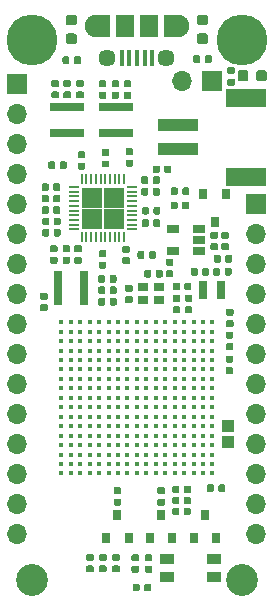
<source format=gts>
G04 #@! TF.GenerationSoftware,KiCad,Pcbnew,5.1.4-e60b266~84~ubuntu19.04.1*
G04 #@! TF.CreationDate,2019-08-26T11:52:45-07:00*
G04 #@! TF.ProjectId,ATSAMA5D27-1G,41545341-4d41-4354-9432-372d31472e6b,rev?*
G04 #@! TF.SameCoordinates,Original*
G04 #@! TF.FileFunction,Soldermask,Top*
G04 #@! TF.FilePolarity,Negative*
%FSLAX46Y46*%
G04 Gerber Fmt 4.6, Leading zero omitted, Abs format (unit mm)*
G04 Created by KiCad (PCBNEW 5.1.4-e60b266~84~ubuntu19.04.1) date 2019-08-26 11:52:45*
%MOMM*%
%LPD*%
G04 APERTURE LIST*
%ADD10C,0.390000*%
%ADD11C,0.150000*%
%ADD12C,0.590000*%
%ADD13C,4.300000*%
%ADD14R,0.800000X0.900000*%
%ADD15R,1.500000X1.900000*%
%ADD16C,1.450000*%
%ADD17R,0.400000X1.350000*%
%ADD18O,1.900000X1.900000*%
%ADD19C,1.900000*%
%ADD20R,1.200000X1.900000*%
%ADD21O,1.700000X1.700000*%
%ADD22R,1.700000X1.700000*%
%ADD23R,3.400000X1.500000*%
%ADD24R,3.500000X1.000000*%
%ADD25O,0.850000X0.200000*%
%ADD26O,0.200000X0.850000*%
%ADD27R,1.800000X1.800000*%
%ADD28R,0.800000X1.500000*%
%ADD29R,0.900000X0.800000*%
%ADD30C,2.700000*%
%ADD31R,2.900000X0.800000*%
%ADD32R,0.800000X2.900000*%
%ADD33R,1.198880X0.899160*%
%ADD34C,0.875000*%
%ADD35R,1.060000X0.650000*%
%ADD36R,1.000000X1.000000*%
G04 APERTURE END LIST*
D10*
X141524520Y-109489380D03*
X141524520Y-108689380D03*
X141524520Y-107889380D03*
X141524520Y-107089380D03*
X141524520Y-106289380D03*
X141524520Y-105489380D03*
X141524520Y-104689380D03*
X141524520Y-103889380D03*
X141524520Y-103089380D03*
X141524520Y-102289380D03*
X141524520Y-101489380D03*
X141524520Y-100689380D03*
X141524520Y-99889380D03*
X141524520Y-99089380D03*
X141524520Y-98289380D03*
X141524520Y-97489380D03*
X141524520Y-96689380D03*
X140724520Y-109489380D03*
X140724520Y-108689380D03*
X140724520Y-107889380D03*
X140724520Y-107089380D03*
X140724520Y-106289380D03*
X140724520Y-105489380D03*
X140724520Y-104689380D03*
X140724520Y-103889380D03*
X140724520Y-103089380D03*
X140724520Y-102289380D03*
X140724520Y-101489380D03*
X140724520Y-100689380D03*
X140724520Y-99889380D03*
X140724520Y-99089380D03*
X140724520Y-98289380D03*
X140724520Y-97489380D03*
X140724520Y-96689380D03*
X139924520Y-109489380D03*
X139924520Y-108689380D03*
X139924520Y-107889380D03*
X139924520Y-107089380D03*
X139924520Y-106289380D03*
X139924520Y-105489380D03*
X139924520Y-104689380D03*
X139924520Y-103889380D03*
X139924520Y-103089380D03*
X139924520Y-102289380D03*
X139924520Y-101489380D03*
X139924520Y-100689380D03*
X139924520Y-99889380D03*
X139924520Y-99089380D03*
X139924520Y-98289380D03*
X139924520Y-97489380D03*
X139924520Y-96689380D03*
X139124520Y-109489380D03*
X139124520Y-108689380D03*
X139124520Y-107889380D03*
X139124520Y-107089380D03*
X139124520Y-106289380D03*
X139124520Y-105489380D03*
X139124520Y-104689380D03*
X139124520Y-103889380D03*
X139124520Y-103089380D03*
X139124520Y-102289380D03*
X139124520Y-101489380D03*
X139124520Y-100689380D03*
X139124520Y-99889380D03*
X139124520Y-99089380D03*
X139124520Y-98289380D03*
X139124520Y-97489380D03*
X139124520Y-96689380D03*
X138324520Y-109489380D03*
X138324520Y-108689380D03*
X138324520Y-107889380D03*
X138324520Y-107089380D03*
X138324520Y-106289380D03*
X138324520Y-105489380D03*
X138324520Y-104689380D03*
X138324520Y-103889380D03*
X138324520Y-103089380D03*
X138324520Y-102289380D03*
X138324520Y-101489380D03*
X138324520Y-100689380D03*
X138324520Y-99889380D03*
X138324520Y-99089380D03*
X138324520Y-98289380D03*
X138324520Y-97489380D03*
X138324520Y-96689380D03*
X137524520Y-109489380D03*
X137524520Y-108689380D03*
X137524520Y-107889380D03*
X137524520Y-107089380D03*
X137524520Y-106289380D03*
X137524520Y-105489380D03*
X137524520Y-104689380D03*
X137524520Y-103889380D03*
X137524520Y-103089380D03*
X137524520Y-102289380D03*
X137524520Y-101489380D03*
X137524520Y-100689380D03*
X137524520Y-99889380D03*
X137524520Y-99089380D03*
X137524520Y-98289380D03*
X137524520Y-97489380D03*
X137524520Y-96689380D03*
X136724520Y-109489380D03*
X136724520Y-108689380D03*
X136724520Y-107889380D03*
X136724520Y-107089380D03*
X136724520Y-106289380D03*
X136724520Y-105489380D03*
X136724520Y-104689380D03*
X136724520Y-103889380D03*
X136724520Y-103089380D03*
X136724520Y-102289380D03*
X136724520Y-101489380D03*
X136724520Y-100689380D03*
X136724520Y-99889380D03*
X136724520Y-99089380D03*
X136724520Y-98289380D03*
X136724520Y-97489380D03*
X136724520Y-96689380D03*
X135924520Y-109489380D03*
X135924520Y-108689380D03*
X135924520Y-107889380D03*
X135924520Y-107089380D03*
X135924520Y-106289380D03*
X135924520Y-105489380D03*
X135924520Y-104689380D03*
X135924520Y-103889380D03*
X135924520Y-103089380D03*
X135924520Y-102289380D03*
X135924520Y-101489380D03*
X135924520Y-100689380D03*
X135924520Y-99889380D03*
X135924520Y-99089380D03*
X135924520Y-98289380D03*
X135924520Y-97489380D03*
X135924520Y-96689380D03*
X135124520Y-109489380D03*
X135124520Y-108689380D03*
X135124520Y-107889380D03*
X135124520Y-107089380D03*
X135124520Y-106289380D03*
X135124520Y-105489380D03*
X135124520Y-104689380D03*
X135124520Y-103889380D03*
X135124520Y-103089380D03*
X135124520Y-102289380D03*
X135124520Y-101489380D03*
X135124520Y-100689380D03*
X135124520Y-99889380D03*
X135124520Y-99089380D03*
X135124520Y-98289380D03*
X135124520Y-97489380D03*
X135124520Y-96689380D03*
X134324520Y-109489380D03*
X134324520Y-108689380D03*
X134324520Y-107889380D03*
X134324520Y-107089380D03*
X134324520Y-106289380D03*
X134324520Y-105489380D03*
X134324520Y-104689380D03*
X134324520Y-103889380D03*
X134324520Y-103089380D03*
X134324520Y-102289380D03*
X134324520Y-101489380D03*
X134324520Y-100689380D03*
X134324520Y-99889380D03*
X134324520Y-99089380D03*
X134324520Y-98289380D03*
X134324520Y-97489380D03*
X134324520Y-96689380D03*
X133524520Y-109489380D03*
X133524520Y-108689380D03*
X133524520Y-107889380D03*
X133524520Y-107089380D03*
X133524520Y-106289380D03*
X133524520Y-105489380D03*
X133524520Y-104689380D03*
X133524520Y-103889380D03*
X133524520Y-103089380D03*
X133524520Y-102289380D03*
X133524520Y-101489380D03*
X133524520Y-100689380D03*
X133524520Y-99889380D03*
X133524520Y-99089380D03*
X133524520Y-98289380D03*
X133524520Y-97489380D03*
X133524520Y-96689380D03*
X132724520Y-109489380D03*
X132724520Y-108689380D03*
X132724520Y-107889380D03*
X132724520Y-107089380D03*
X132724520Y-106289380D03*
X132724520Y-105489380D03*
X132724520Y-104689380D03*
X132724520Y-103889380D03*
X132724520Y-103089380D03*
X132724520Y-102289380D03*
X132724520Y-101489380D03*
X132724520Y-100689380D03*
X132724520Y-99889380D03*
X132724520Y-99089380D03*
X132724520Y-98289380D03*
X132724520Y-97489380D03*
X132724520Y-96689380D03*
X131924520Y-109489380D03*
X131924520Y-108689380D03*
X131924520Y-107889380D03*
X131924520Y-107089380D03*
X131924520Y-106289380D03*
X131924520Y-105489380D03*
X131924520Y-104689380D03*
X131924520Y-103889380D03*
X131924520Y-103089380D03*
X131924520Y-102289380D03*
X131924520Y-101489380D03*
X131924520Y-100689380D03*
X131924520Y-99889380D03*
X131924520Y-99089380D03*
X131924520Y-98289380D03*
X131924520Y-97489380D03*
X131924520Y-96689380D03*
X131124520Y-109489380D03*
X131124520Y-108689380D03*
X131124520Y-107889380D03*
X131124520Y-107089380D03*
X131124520Y-106289380D03*
X131124520Y-105489380D03*
X131124520Y-104689380D03*
X131124520Y-103889380D03*
X131124520Y-103089380D03*
X131124520Y-102289380D03*
X131124520Y-101489380D03*
X131124520Y-100689380D03*
X131124520Y-99889380D03*
X131124520Y-99089380D03*
X131124520Y-98289380D03*
X131124520Y-97489380D03*
X131124520Y-96689380D03*
X130324520Y-109489380D03*
X130324520Y-108689380D03*
X130324520Y-107889380D03*
X130324520Y-107089380D03*
X130324520Y-106289380D03*
X130324520Y-105489380D03*
X130324520Y-104689380D03*
X130324520Y-103889380D03*
X130324520Y-103089380D03*
X130324520Y-102289380D03*
X130324520Y-101489380D03*
X130324520Y-100689380D03*
X130324520Y-99889380D03*
X130324520Y-99089380D03*
X130324520Y-98289380D03*
X130324520Y-97489380D03*
X130324520Y-96689380D03*
X129524520Y-109489380D03*
X129524520Y-108689380D03*
X129524520Y-107889380D03*
X129524520Y-107089380D03*
X129524520Y-106289380D03*
X129524520Y-105489380D03*
X129524520Y-104689380D03*
X129524520Y-103889380D03*
X129524520Y-103089380D03*
X129524520Y-102289380D03*
X129524520Y-101489380D03*
X129524520Y-100689380D03*
X129524520Y-99889380D03*
X129524520Y-99089380D03*
X129524520Y-98289380D03*
X129524520Y-97489380D03*
X129524520Y-96689380D03*
X128724520Y-109489380D03*
X128724520Y-108689380D03*
X128724520Y-107889380D03*
X128724520Y-107089380D03*
X128724520Y-106289380D03*
X128724520Y-105489380D03*
X128724520Y-104689380D03*
X128724520Y-103889380D03*
X128724520Y-103089380D03*
X128724520Y-102289380D03*
X128724520Y-101489380D03*
X128724520Y-100689380D03*
X128724520Y-99889380D03*
X128724520Y-99089380D03*
X128724520Y-98289380D03*
X128724520Y-97489380D03*
X128724520Y-96689380D03*
D11*
G36*
X127568578Y-87836650D02*
G01*
X127582896Y-87838774D01*
X127596937Y-87842291D01*
X127610566Y-87847168D01*
X127623651Y-87853357D01*
X127636067Y-87860798D01*
X127647693Y-87869421D01*
X127658418Y-87879142D01*
X127668139Y-87889867D01*
X127676762Y-87901493D01*
X127684203Y-87913909D01*
X127690392Y-87926994D01*
X127695269Y-87940623D01*
X127698786Y-87954664D01*
X127700910Y-87968982D01*
X127701620Y-87983440D01*
X127701620Y-88328440D01*
X127700910Y-88342898D01*
X127698786Y-88357216D01*
X127695269Y-88371257D01*
X127690392Y-88384886D01*
X127684203Y-88397971D01*
X127676762Y-88410387D01*
X127668139Y-88422013D01*
X127658418Y-88432738D01*
X127647693Y-88442459D01*
X127636067Y-88451082D01*
X127623651Y-88458523D01*
X127610566Y-88464712D01*
X127596937Y-88469589D01*
X127582896Y-88473106D01*
X127568578Y-88475230D01*
X127554120Y-88475940D01*
X127259120Y-88475940D01*
X127244662Y-88475230D01*
X127230344Y-88473106D01*
X127216303Y-88469589D01*
X127202674Y-88464712D01*
X127189589Y-88458523D01*
X127177173Y-88451082D01*
X127165547Y-88442459D01*
X127154822Y-88432738D01*
X127145101Y-88422013D01*
X127136478Y-88410387D01*
X127129037Y-88397971D01*
X127122848Y-88384886D01*
X127117971Y-88371257D01*
X127114454Y-88357216D01*
X127112330Y-88342898D01*
X127111620Y-88328440D01*
X127111620Y-87983440D01*
X127112330Y-87968982D01*
X127114454Y-87954664D01*
X127117971Y-87940623D01*
X127122848Y-87926994D01*
X127129037Y-87913909D01*
X127136478Y-87901493D01*
X127145101Y-87889867D01*
X127154822Y-87879142D01*
X127165547Y-87869421D01*
X127177173Y-87860798D01*
X127189589Y-87853357D01*
X127202674Y-87847168D01*
X127216303Y-87842291D01*
X127230344Y-87838774D01*
X127244662Y-87836650D01*
X127259120Y-87835940D01*
X127554120Y-87835940D01*
X127568578Y-87836650D01*
X127568578Y-87836650D01*
G37*
D12*
X127406620Y-88155940D03*
D11*
G36*
X128538578Y-87836650D02*
G01*
X128552896Y-87838774D01*
X128566937Y-87842291D01*
X128580566Y-87847168D01*
X128593651Y-87853357D01*
X128606067Y-87860798D01*
X128617693Y-87869421D01*
X128628418Y-87879142D01*
X128638139Y-87889867D01*
X128646762Y-87901493D01*
X128654203Y-87913909D01*
X128660392Y-87926994D01*
X128665269Y-87940623D01*
X128668786Y-87954664D01*
X128670910Y-87968982D01*
X128671620Y-87983440D01*
X128671620Y-88328440D01*
X128670910Y-88342898D01*
X128668786Y-88357216D01*
X128665269Y-88371257D01*
X128660392Y-88384886D01*
X128654203Y-88397971D01*
X128646762Y-88410387D01*
X128638139Y-88422013D01*
X128628418Y-88432738D01*
X128617693Y-88442459D01*
X128606067Y-88451082D01*
X128593651Y-88458523D01*
X128580566Y-88464712D01*
X128566937Y-88469589D01*
X128552896Y-88473106D01*
X128538578Y-88475230D01*
X128524120Y-88475940D01*
X128229120Y-88475940D01*
X128214662Y-88475230D01*
X128200344Y-88473106D01*
X128186303Y-88469589D01*
X128172674Y-88464712D01*
X128159589Y-88458523D01*
X128147173Y-88451082D01*
X128135547Y-88442459D01*
X128124822Y-88432738D01*
X128115101Y-88422013D01*
X128106478Y-88410387D01*
X128099037Y-88397971D01*
X128092848Y-88384886D01*
X128087971Y-88371257D01*
X128084454Y-88357216D01*
X128082330Y-88342898D01*
X128081620Y-88328440D01*
X128081620Y-87983440D01*
X128082330Y-87968982D01*
X128084454Y-87954664D01*
X128087971Y-87940623D01*
X128092848Y-87926994D01*
X128099037Y-87913909D01*
X128106478Y-87901493D01*
X128115101Y-87889867D01*
X128124822Y-87879142D01*
X128135547Y-87869421D01*
X128147173Y-87860798D01*
X128159589Y-87853357D01*
X128172674Y-87847168D01*
X128186303Y-87842291D01*
X128200344Y-87838774D01*
X128214662Y-87836650D01*
X128229120Y-87835940D01*
X128524120Y-87835940D01*
X128538578Y-87836650D01*
X128538578Y-87836650D01*
G37*
D12*
X128376620Y-88155940D03*
D13*
X144018080Y-72750840D03*
X126238080Y-72750840D03*
D14*
X141699060Y-88243420D03*
X140749060Y-85843420D03*
X142649060Y-85843420D03*
D15*
X134124520Y-71624380D03*
D16*
X137624520Y-74324380D03*
D17*
X135774520Y-74324380D03*
X136424520Y-74324380D03*
X133824520Y-74324380D03*
X134474520Y-74324380D03*
X135124520Y-74324380D03*
D16*
X132624520Y-74324380D03*
D15*
X136124520Y-71624380D03*
D18*
X138624520Y-71624380D03*
D19*
X131624520Y-71624380D03*
D20*
X132224520Y-71624380D03*
X138024520Y-71624380D03*
D21*
X125006180Y-114646380D03*
X125006180Y-112106380D03*
X125006180Y-109566380D03*
X125006180Y-107026380D03*
X125006180Y-104486380D03*
X125006180Y-101946380D03*
X125006180Y-99406380D03*
X125006180Y-96866380D03*
X125006180Y-94326380D03*
X125006180Y-91786380D03*
X125006180Y-89246380D03*
X125006180Y-86706380D03*
X125006180Y-84166380D03*
X125006180Y-81626380D03*
X125006180Y-79086380D03*
D22*
X125006180Y-76546380D03*
X145242360Y-86708140D03*
D21*
X145242360Y-89248140D03*
X145242360Y-91788140D03*
X145242360Y-94328140D03*
X145242360Y-96868140D03*
X145242360Y-99408140D03*
X145242360Y-101948140D03*
X145242360Y-104488140D03*
X145242360Y-107028140D03*
X145242360Y-109568140D03*
X145242360Y-112108140D03*
X145242360Y-114648140D03*
D23*
X144391460Y-77676420D03*
X144391460Y-84376420D03*
D24*
X138641460Y-80026420D03*
X138641460Y-82026420D03*
D25*
X129794620Y-85236466D03*
X129794620Y-85636466D03*
X129794620Y-86036466D03*
X129794620Y-86436466D03*
X129794620Y-86836466D03*
X129794620Y-87236466D03*
X129794620Y-87636466D03*
X129794620Y-88036466D03*
X129794620Y-88436466D03*
X129794620Y-88836466D03*
D26*
X130444620Y-89486466D03*
X130844620Y-89486466D03*
X131244620Y-89486466D03*
X131644620Y-89486466D03*
X132044620Y-89486466D03*
X132444620Y-89486466D03*
X132844620Y-89486466D03*
X133244620Y-89486466D03*
X133644620Y-89486466D03*
X134044620Y-89486466D03*
D25*
X134694620Y-88836466D03*
X134694620Y-88436466D03*
X134694620Y-88036466D03*
X134694620Y-87636466D03*
X134694620Y-87236466D03*
X134694620Y-86836466D03*
X134694620Y-86436466D03*
X134694620Y-86036466D03*
X134694620Y-85636466D03*
X134694620Y-85236466D03*
D26*
X134044620Y-84586466D03*
X133644620Y-84586466D03*
X133244620Y-84586466D03*
X132844620Y-84586466D03*
X132444620Y-84586466D03*
X132044620Y-84586466D03*
X131644620Y-84586466D03*
X131244620Y-84586466D03*
X130844620Y-84586466D03*
X130444620Y-84586466D03*
D27*
X133144620Y-87936466D03*
X133144620Y-86136466D03*
X131344620Y-87936466D03*
X131344620Y-86136466D03*
D28*
X142230680Y-93937760D03*
X140730680Y-93937760D03*
D29*
X135617935Y-94769308D03*
X137017935Y-94769308D03*
X137017935Y-93669308D03*
X135617935Y-93669308D03*
D30*
X144018080Y-118470840D03*
X126238080Y-118470840D03*
D31*
X129227660Y-78475820D03*
X129227660Y-80675820D03*
X133317060Y-80675820D03*
X133317060Y-78475820D03*
D32*
X128432460Y-93799820D03*
X130632460Y-93799820D03*
D21*
X138905060Y-76299220D03*
D22*
X141445060Y-76299220D03*
D11*
G36*
X138594718Y-111476430D02*
G01*
X138609036Y-111478554D01*
X138623077Y-111482071D01*
X138636706Y-111486948D01*
X138649791Y-111493137D01*
X138662207Y-111500578D01*
X138673833Y-111509201D01*
X138684558Y-111518922D01*
X138694279Y-111529647D01*
X138702902Y-111541273D01*
X138710343Y-111553689D01*
X138716532Y-111566774D01*
X138721409Y-111580403D01*
X138724926Y-111594444D01*
X138727050Y-111608762D01*
X138727760Y-111623220D01*
X138727760Y-111968220D01*
X138727050Y-111982678D01*
X138724926Y-111996996D01*
X138721409Y-112011037D01*
X138716532Y-112024666D01*
X138710343Y-112037751D01*
X138702902Y-112050167D01*
X138694279Y-112061793D01*
X138684558Y-112072518D01*
X138673833Y-112082239D01*
X138662207Y-112090862D01*
X138649791Y-112098303D01*
X138636706Y-112104492D01*
X138623077Y-112109369D01*
X138609036Y-112112886D01*
X138594718Y-112115010D01*
X138580260Y-112115720D01*
X138285260Y-112115720D01*
X138270802Y-112115010D01*
X138256484Y-112112886D01*
X138242443Y-112109369D01*
X138228814Y-112104492D01*
X138215729Y-112098303D01*
X138203313Y-112090862D01*
X138191687Y-112082239D01*
X138180962Y-112072518D01*
X138171241Y-112061793D01*
X138162618Y-112050167D01*
X138155177Y-112037751D01*
X138148988Y-112024666D01*
X138144111Y-112011037D01*
X138140594Y-111996996D01*
X138138470Y-111982678D01*
X138137760Y-111968220D01*
X138137760Y-111623220D01*
X138138470Y-111608762D01*
X138140594Y-111594444D01*
X138144111Y-111580403D01*
X138148988Y-111566774D01*
X138155177Y-111553689D01*
X138162618Y-111541273D01*
X138171241Y-111529647D01*
X138180962Y-111518922D01*
X138191687Y-111509201D01*
X138203313Y-111500578D01*
X138215729Y-111493137D01*
X138228814Y-111486948D01*
X138242443Y-111482071D01*
X138256484Y-111478554D01*
X138270802Y-111476430D01*
X138285260Y-111475720D01*
X138580260Y-111475720D01*
X138594718Y-111476430D01*
X138594718Y-111476430D01*
G37*
D12*
X138432760Y-111795720D03*
D11*
G36*
X139564718Y-111476430D02*
G01*
X139579036Y-111478554D01*
X139593077Y-111482071D01*
X139606706Y-111486948D01*
X139619791Y-111493137D01*
X139632207Y-111500578D01*
X139643833Y-111509201D01*
X139654558Y-111518922D01*
X139664279Y-111529647D01*
X139672902Y-111541273D01*
X139680343Y-111553689D01*
X139686532Y-111566774D01*
X139691409Y-111580403D01*
X139694926Y-111594444D01*
X139697050Y-111608762D01*
X139697760Y-111623220D01*
X139697760Y-111968220D01*
X139697050Y-111982678D01*
X139694926Y-111996996D01*
X139691409Y-112011037D01*
X139686532Y-112024666D01*
X139680343Y-112037751D01*
X139672902Y-112050167D01*
X139664279Y-112061793D01*
X139654558Y-112072518D01*
X139643833Y-112082239D01*
X139632207Y-112090862D01*
X139619791Y-112098303D01*
X139606706Y-112104492D01*
X139593077Y-112109369D01*
X139579036Y-112112886D01*
X139564718Y-112115010D01*
X139550260Y-112115720D01*
X139255260Y-112115720D01*
X139240802Y-112115010D01*
X139226484Y-112112886D01*
X139212443Y-112109369D01*
X139198814Y-112104492D01*
X139185729Y-112098303D01*
X139173313Y-112090862D01*
X139161687Y-112082239D01*
X139150962Y-112072518D01*
X139141241Y-112061793D01*
X139132618Y-112050167D01*
X139125177Y-112037751D01*
X139118988Y-112024666D01*
X139114111Y-112011037D01*
X139110594Y-111996996D01*
X139108470Y-111982678D01*
X139107760Y-111968220D01*
X139107760Y-111623220D01*
X139108470Y-111608762D01*
X139110594Y-111594444D01*
X139114111Y-111580403D01*
X139118988Y-111566774D01*
X139125177Y-111553689D01*
X139132618Y-111541273D01*
X139141241Y-111529647D01*
X139150962Y-111518922D01*
X139161687Y-111509201D01*
X139173313Y-111500578D01*
X139185729Y-111493137D01*
X139198814Y-111486948D01*
X139212443Y-111482071D01*
X139226484Y-111478554D01*
X139240802Y-111476430D01*
X139255260Y-111475720D01*
X139550260Y-111475720D01*
X139564718Y-111476430D01*
X139564718Y-111476430D01*
G37*
D12*
X139402760Y-111795720D03*
D11*
G36*
X134672418Y-82913450D02*
G01*
X134686736Y-82915574D01*
X134700777Y-82919091D01*
X134714406Y-82923968D01*
X134727491Y-82930157D01*
X134739907Y-82937598D01*
X134751533Y-82946221D01*
X134762258Y-82955942D01*
X134771979Y-82966667D01*
X134780602Y-82978293D01*
X134788043Y-82990709D01*
X134794232Y-83003794D01*
X134799109Y-83017423D01*
X134802626Y-83031464D01*
X134804750Y-83045782D01*
X134805460Y-83060240D01*
X134805460Y-83355240D01*
X134804750Y-83369698D01*
X134802626Y-83384016D01*
X134799109Y-83398057D01*
X134794232Y-83411686D01*
X134788043Y-83424771D01*
X134780602Y-83437187D01*
X134771979Y-83448813D01*
X134762258Y-83459538D01*
X134751533Y-83469259D01*
X134739907Y-83477882D01*
X134727491Y-83485323D01*
X134714406Y-83491512D01*
X134700777Y-83496389D01*
X134686736Y-83499906D01*
X134672418Y-83502030D01*
X134657960Y-83502740D01*
X134312960Y-83502740D01*
X134298502Y-83502030D01*
X134284184Y-83499906D01*
X134270143Y-83496389D01*
X134256514Y-83491512D01*
X134243429Y-83485323D01*
X134231013Y-83477882D01*
X134219387Y-83469259D01*
X134208662Y-83459538D01*
X134198941Y-83448813D01*
X134190318Y-83437187D01*
X134182877Y-83424771D01*
X134176688Y-83411686D01*
X134171811Y-83398057D01*
X134168294Y-83384016D01*
X134166170Y-83369698D01*
X134165460Y-83355240D01*
X134165460Y-83060240D01*
X134166170Y-83045782D01*
X134168294Y-83031464D01*
X134171811Y-83017423D01*
X134176688Y-83003794D01*
X134182877Y-82990709D01*
X134190318Y-82978293D01*
X134198941Y-82966667D01*
X134208662Y-82955942D01*
X134219387Y-82946221D01*
X134231013Y-82937598D01*
X134243429Y-82930157D01*
X134256514Y-82923968D01*
X134270143Y-82919091D01*
X134284184Y-82915574D01*
X134298502Y-82913450D01*
X134312960Y-82912740D01*
X134657960Y-82912740D01*
X134672418Y-82913450D01*
X134672418Y-82913450D01*
G37*
D12*
X134485460Y-83207740D03*
D11*
G36*
X134672418Y-81943450D02*
G01*
X134686736Y-81945574D01*
X134700777Y-81949091D01*
X134714406Y-81953968D01*
X134727491Y-81960157D01*
X134739907Y-81967598D01*
X134751533Y-81976221D01*
X134762258Y-81985942D01*
X134771979Y-81996667D01*
X134780602Y-82008293D01*
X134788043Y-82020709D01*
X134794232Y-82033794D01*
X134799109Y-82047423D01*
X134802626Y-82061464D01*
X134804750Y-82075782D01*
X134805460Y-82090240D01*
X134805460Y-82385240D01*
X134804750Y-82399698D01*
X134802626Y-82414016D01*
X134799109Y-82428057D01*
X134794232Y-82441686D01*
X134788043Y-82454771D01*
X134780602Y-82467187D01*
X134771979Y-82478813D01*
X134762258Y-82489538D01*
X134751533Y-82499259D01*
X134739907Y-82507882D01*
X134727491Y-82515323D01*
X134714406Y-82521512D01*
X134700777Y-82526389D01*
X134686736Y-82529906D01*
X134672418Y-82532030D01*
X134657960Y-82532740D01*
X134312960Y-82532740D01*
X134298502Y-82532030D01*
X134284184Y-82529906D01*
X134270143Y-82526389D01*
X134256514Y-82521512D01*
X134243429Y-82515323D01*
X134231013Y-82507882D01*
X134219387Y-82499259D01*
X134208662Y-82489538D01*
X134198941Y-82478813D01*
X134190318Y-82467187D01*
X134182877Y-82454771D01*
X134176688Y-82441686D01*
X134171811Y-82428057D01*
X134168294Y-82414016D01*
X134166170Y-82399698D01*
X134165460Y-82385240D01*
X134165460Y-82090240D01*
X134166170Y-82075782D01*
X134168294Y-82061464D01*
X134171811Y-82047423D01*
X134176688Y-82033794D01*
X134182877Y-82020709D01*
X134190318Y-82008293D01*
X134198941Y-81996667D01*
X134208662Y-81985942D01*
X134219387Y-81976221D01*
X134231013Y-81967598D01*
X134243429Y-81960157D01*
X134256514Y-81953968D01*
X134270143Y-81949091D01*
X134284184Y-81945574D01*
X134298502Y-81943450D01*
X134312960Y-81942740D01*
X134657960Y-81942740D01*
X134672418Y-81943450D01*
X134672418Y-81943450D01*
G37*
D12*
X134485460Y-82237740D03*
D11*
G36*
X129049218Y-83072330D02*
G01*
X129063536Y-83074454D01*
X129077577Y-83077971D01*
X129091206Y-83082848D01*
X129104291Y-83089037D01*
X129116707Y-83096478D01*
X129128333Y-83105101D01*
X129139058Y-83114822D01*
X129148779Y-83125547D01*
X129157402Y-83137173D01*
X129164843Y-83149589D01*
X129171032Y-83162674D01*
X129175909Y-83176303D01*
X129179426Y-83190344D01*
X129181550Y-83204662D01*
X129182260Y-83219120D01*
X129182260Y-83564120D01*
X129181550Y-83578578D01*
X129179426Y-83592896D01*
X129175909Y-83606937D01*
X129171032Y-83620566D01*
X129164843Y-83633651D01*
X129157402Y-83646067D01*
X129148779Y-83657693D01*
X129139058Y-83668418D01*
X129128333Y-83678139D01*
X129116707Y-83686762D01*
X129104291Y-83694203D01*
X129091206Y-83700392D01*
X129077577Y-83705269D01*
X129063536Y-83708786D01*
X129049218Y-83710910D01*
X129034760Y-83711620D01*
X128739760Y-83711620D01*
X128725302Y-83710910D01*
X128710984Y-83708786D01*
X128696943Y-83705269D01*
X128683314Y-83700392D01*
X128670229Y-83694203D01*
X128657813Y-83686762D01*
X128646187Y-83678139D01*
X128635462Y-83668418D01*
X128625741Y-83657693D01*
X128617118Y-83646067D01*
X128609677Y-83633651D01*
X128603488Y-83620566D01*
X128598611Y-83606937D01*
X128595094Y-83592896D01*
X128592970Y-83578578D01*
X128592260Y-83564120D01*
X128592260Y-83219120D01*
X128592970Y-83204662D01*
X128595094Y-83190344D01*
X128598611Y-83176303D01*
X128603488Y-83162674D01*
X128609677Y-83149589D01*
X128617118Y-83137173D01*
X128625741Y-83125547D01*
X128635462Y-83114822D01*
X128646187Y-83105101D01*
X128657813Y-83096478D01*
X128670229Y-83089037D01*
X128683314Y-83082848D01*
X128696943Y-83077971D01*
X128710984Y-83074454D01*
X128725302Y-83072330D01*
X128739760Y-83071620D01*
X129034760Y-83071620D01*
X129049218Y-83072330D01*
X129049218Y-83072330D01*
G37*
D12*
X128887260Y-83391620D03*
D11*
G36*
X128079218Y-83072330D02*
G01*
X128093536Y-83074454D01*
X128107577Y-83077971D01*
X128121206Y-83082848D01*
X128134291Y-83089037D01*
X128146707Y-83096478D01*
X128158333Y-83105101D01*
X128169058Y-83114822D01*
X128178779Y-83125547D01*
X128187402Y-83137173D01*
X128194843Y-83149589D01*
X128201032Y-83162674D01*
X128205909Y-83176303D01*
X128209426Y-83190344D01*
X128211550Y-83204662D01*
X128212260Y-83219120D01*
X128212260Y-83564120D01*
X128211550Y-83578578D01*
X128209426Y-83592896D01*
X128205909Y-83606937D01*
X128201032Y-83620566D01*
X128194843Y-83633651D01*
X128187402Y-83646067D01*
X128178779Y-83657693D01*
X128169058Y-83668418D01*
X128158333Y-83678139D01*
X128146707Y-83686762D01*
X128134291Y-83694203D01*
X128121206Y-83700392D01*
X128107577Y-83705269D01*
X128093536Y-83708786D01*
X128079218Y-83710910D01*
X128064760Y-83711620D01*
X127769760Y-83711620D01*
X127755302Y-83710910D01*
X127740984Y-83708786D01*
X127726943Y-83705269D01*
X127713314Y-83700392D01*
X127700229Y-83694203D01*
X127687813Y-83686762D01*
X127676187Y-83678139D01*
X127665462Y-83668418D01*
X127655741Y-83657693D01*
X127647118Y-83646067D01*
X127639677Y-83633651D01*
X127633488Y-83620566D01*
X127628611Y-83606937D01*
X127625094Y-83592896D01*
X127622970Y-83578578D01*
X127622260Y-83564120D01*
X127622260Y-83219120D01*
X127622970Y-83204662D01*
X127625094Y-83190344D01*
X127628611Y-83176303D01*
X127633488Y-83162674D01*
X127639677Y-83149589D01*
X127647118Y-83137173D01*
X127655741Y-83125547D01*
X127665462Y-83114822D01*
X127676187Y-83105101D01*
X127687813Y-83096478D01*
X127700229Y-83089037D01*
X127713314Y-83082848D01*
X127726943Y-83077971D01*
X127740984Y-83074454D01*
X127755302Y-83072330D01*
X127769760Y-83071620D01*
X128064760Y-83071620D01*
X128079218Y-83072330D01*
X128079218Y-83072330D01*
G37*
D12*
X127917260Y-83391620D03*
D11*
G36*
X130613498Y-82208930D02*
G01*
X130627816Y-82211054D01*
X130641857Y-82214571D01*
X130655486Y-82219448D01*
X130668571Y-82225637D01*
X130680987Y-82233078D01*
X130692613Y-82241701D01*
X130703338Y-82251422D01*
X130713059Y-82262147D01*
X130721682Y-82273773D01*
X130729123Y-82286189D01*
X130735312Y-82299274D01*
X130740189Y-82312903D01*
X130743706Y-82326944D01*
X130745830Y-82341262D01*
X130746540Y-82355720D01*
X130746540Y-82650720D01*
X130745830Y-82665178D01*
X130743706Y-82679496D01*
X130740189Y-82693537D01*
X130735312Y-82707166D01*
X130729123Y-82720251D01*
X130721682Y-82732667D01*
X130713059Y-82744293D01*
X130703338Y-82755018D01*
X130692613Y-82764739D01*
X130680987Y-82773362D01*
X130668571Y-82780803D01*
X130655486Y-82786992D01*
X130641857Y-82791869D01*
X130627816Y-82795386D01*
X130613498Y-82797510D01*
X130599040Y-82798220D01*
X130254040Y-82798220D01*
X130239582Y-82797510D01*
X130225264Y-82795386D01*
X130211223Y-82791869D01*
X130197594Y-82786992D01*
X130184509Y-82780803D01*
X130172093Y-82773362D01*
X130160467Y-82764739D01*
X130149742Y-82755018D01*
X130140021Y-82744293D01*
X130131398Y-82732667D01*
X130123957Y-82720251D01*
X130117768Y-82707166D01*
X130112891Y-82693537D01*
X130109374Y-82679496D01*
X130107250Y-82665178D01*
X130106540Y-82650720D01*
X130106540Y-82355720D01*
X130107250Y-82341262D01*
X130109374Y-82326944D01*
X130112891Y-82312903D01*
X130117768Y-82299274D01*
X130123957Y-82286189D01*
X130131398Y-82273773D01*
X130140021Y-82262147D01*
X130149742Y-82251422D01*
X130160467Y-82241701D01*
X130172093Y-82233078D01*
X130184509Y-82225637D01*
X130197594Y-82219448D01*
X130211223Y-82214571D01*
X130225264Y-82211054D01*
X130239582Y-82208930D01*
X130254040Y-82208220D01*
X130599040Y-82208220D01*
X130613498Y-82208930D01*
X130613498Y-82208930D01*
G37*
D12*
X130426540Y-82503220D03*
D11*
G36*
X130613498Y-83178930D02*
G01*
X130627816Y-83181054D01*
X130641857Y-83184571D01*
X130655486Y-83189448D01*
X130668571Y-83195637D01*
X130680987Y-83203078D01*
X130692613Y-83211701D01*
X130703338Y-83221422D01*
X130713059Y-83232147D01*
X130721682Y-83243773D01*
X130729123Y-83256189D01*
X130735312Y-83269274D01*
X130740189Y-83282903D01*
X130743706Y-83296944D01*
X130745830Y-83311262D01*
X130746540Y-83325720D01*
X130746540Y-83620720D01*
X130745830Y-83635178D01*
X130743706Y-83649496D01*
X130740189Y-83663537D01*
X130735312Y-83677166D01*
X130729123Y-83690251D01*
X130721682Y-83702667D01*
X130713059Y-83714293D01*
X130703338Y-83725018D01*
X130692613Y-83734739D01*
X130680987Y-83743362D01*
X130668571Y-83750803D01*
X130655486Y-83756992D01*
X130641857Y-83761869D01*
X130627816Y-83765386D01*
X130613498Y-83767510D01*
X130599040Y-83768220D01*
X130254040Y-83768220D01*
X130239582Y-83767510D01*
X130225264Y-83765386D01*
X130211223Y-83761869D01*
X130197594Y-83756992D01*
X130184509Y-83750803D01*
X130172093Y-83743362D01*
X130160467Y-83734739D01*
X130149742Y-83725018D01*
X130140021Y-83714293D01*
X130131398Y-83702667D01*
X130123957Y-83690251D01*
X130117768Y-83677166D01*
X130112891Y-83663537D01*
X130109374Y-83649496D01*
X130107250Y-83635178D01*
X130106540Y-83620720D01*
X130106540Y-83325720D01*
X130107250Y-83311262D01*
X130109374Y-83296944D01*
X130112891Y-83282903D01*
X130117768Y-83269274D01*
X130123957Y-83256189D01*
X130131398Y-83243773D01*
X130140021Y-83232147D01*
X130149742Y-83221422D01*
X130160467Y-83211701D01*
X130172093Y-83203078D01*
X130184509Y-83195637D01*
X130197594Y-83189448D01*
X130211223Y-83184571D01*
X130225264Y-83181054D01*
X130239582Y-83178930D01*
X130254040Y-83178220D01*
X130599040Y-83178220D01*
X130613498Y-83178930D01*
X130613498Y-83178930D01*
G37*
D12*
X130426540Y-83473220D03*
D11*
G36*
X128528418Y-88791690D02*
G01*
X128542736Y-88793814D01*
X128556777Y-88797331D01*
X128570406Y-88802208D01*
X128583491Y-88808397D01*
X128595907Y-88815838D01*
X128607533Y-88824461D01*
X128618258Y-88834182D01*
X128627979Y-88844907D01*
X128636602Y-88856533D01*
X128644043Y-88868949D01*
X128650232Y-88882034D01*
X128655109Y-88895663D01*
X128658626Y-88909704D01*
X128660750Y-88924022D01*
X128661460Y-88938480D01*
X128661460Y-89283480D01*
X128660750Y-89297938D01*
X128658626Y-89312256D01*
X128655109Y-89326297D01*
X128650232Y-89339926D01*
X128644043Y-89353011D01*
X128636602Y-89365427D01*
X128627979Y-89377053D01*
X128618258Y-89387778D01*
X128607533Y-89397499D01*
X128595907Y-89406122D01*
X128583491Y-89413563D01*
X128570406Y-89419752D01*
X128556777Y-89424629D01*
X128542736Y-89428146D01*
X128528418Y-89430270D01*
X128513960Y-89430980D01*
X128218960Y-89430980D01*
X128204502Y-89430270D01*
X128190184Y-89428146D01*
X128176143Y-89424629D01*
X128162514Y-89419752D01*
X128149429Y-89413563D01*
X128137013Y-89406122D01*
X128125387Y-89397499D01*
X128114662Y-89387778D01*
X128104941Y-89377053D01*
X128096318Y-89365427D01*
X128088877Y-89353011D01*
X128082688Y-89339926D01*
X128077811Y-89326297D01*
X128074294Y-89312256D01*
X128072170Y-89297938D01*
X128071460Y-89283480D01*
X128071460Y-88938480D01*
X128072170Y-88924022D01*
X128074294Y-88909704D01*
X128077811Y-88895663D01*
X128082688Y-88882034D01*
X128088877Y-88868949D01*
X128096318Y-88856533D01*
X128104941Y-88844907D01*
X128114662Y-88834182D01*
X128125387Y-88824461D01*
X128137013Y-88815838D01*
X128149429Y-88808397D01*
X128162514Y-88802208D01*
X128176143Y-88797331D01*
X128190184Y-88793814D01*
X128204502Y-88791690D01*
X128218960Y-88790980D01*
X128513960Y-88790980D01*
X128528418Y-88791690D01*
X128528418Y-88791690D01*
G37*
D12*
X128366460Y-89110980D03*
D11*
G36*
X127558418Y-88791690D02*
G01*
X127572736Y-88793814D01*
X127586777Y-88797331D01*
X127600406Y-88802208D01*
X127613491Y-88808397D01*
X127625907Y-88815838D01*
X127637533Y-88824461D01*
X127648258Y-88834182D01*
X127657979Y-88844907D01*
X127666602Y-88856533D01*
X127674043Y-88868949D01*
X127680232Y-88882034D01*
X127685109Y-88895663D01*
X127688626Y-88909704D01*
X127690750Y-88924022D01*
X127691460Y-88938480D01*
X127691460Y-89283480D01*
X127690750Y-89297938D01*
X127688626Y-89312256D01*
X127685109Y-89326297D01*
X127680232Y-89339926D01*
X127674043Y-89353011D01*
X127666602Y-89365427D01*
X127657979Y-89377053D01*
X127648258Y-89387778D01*
X127637533Y-89397499D01*
X127625907Y-89406122D01*
X127613491Y-89413563D01*
X127600406Y-89419752D01*
X127586777Y-89424629D01*
X127572736Y-89428146D01*
X127558418Y-89430270D01*
X127543960Y-89430980D01*
X127248960Y-89430980D01*
X127234502Y-89430270D01*
X127220184Y-89428146D01*
X127206143Y-89424629D01*
X127192514Y-89419752D01*
X127179429Y-89413563D01*
X127167013Y-89406122D01*
X127155387Y-89397499D01*
X127144662Y-89387778D01*
X127134941Y-89377053D01*
X127126318Y-89365427D01*
X127118877Y-89353011D01*
X127112688Y-89339926D01*
X127107811Y-89326297D01*
X127104294Y-89312256D01*
X127102170Y-89297938D01*
X127101460Y-89283480D01*
X127101460Y-88938480D01*
X127102170Y-88924022D01*
X127104294Y-88909704D01*
X127107811Y-88895663D01*
X127112688Y-88882034D01*
X127118877Y-88868949D01*
X127126318Y-88856533D01*
X127134941Y-88844907D01*
X127144662Y-88834182D01*
X127155387Y-88824461D01*
X127167013Y-88815838D01*
X127179429Y-88808397D01*
X127192514Y-88802208D01*
X127206143Y-88797331D01*
X127220184Y-88793814D01*
X127234502Y-88791690D01*
X127248960Y-88790980D01*
X127543960Y-88790980D01*
X127558418Y-88791690D01*
X127558418Y-88791690D01*
G37*
D12*
X127396460Y-89110980D03*
D11*
G36*
X132411818Y-91552130D02*
G01*
X132426136Y-91554254D01*
X132440177Y-91557771D01*
X132453806Y-91562648D01*
X132466891Y-91568837D01*
X132479307Y-91576278D01*
X132490933Y-91584901D01*
X132501658Y-91594622D01*
X132511379Y-91605347D01*
X132520002Y-91616973D01*
X132527443Y-91629389D01*
X132533632Y-91642474D01*
X132538509Y-91656103D01*
X132542026Y-91670144D01*
X132544150Y-91684462D01*
X132544860Y-91698920D01*
X132544860Y-91993920D01*
X132544150Y-92008378D01*
X132542026Y-92022696D01*
X132538509Y-92036737D01*
X132533632Y-92050366D01*
X132527443Y-92063451D01*
X132520002Y-92075867D01*
X132511379Y-92087493D01*
X132501658Y-92098218D01*
X132490933Y-92107939D01*
X132479307Y-92116562D01*
X132466891Y-92124003D01*
X132453806Y-92130192D01*
X132440177Y-92135069D01*
X132426136Y-92138586D01*
X132411818Y-92140710D01*
X132397360Y-92141420D01*
X132052360Y-92141420D01*
X132037902Y-92140710D01*
X132023584Y-92138586D01*
X132009543Y-92135069D01*
X131995914Y-92130192D01*
X131982829Y-92124003D01*
X131970413Y-92116562D01*
X131958787Y-92107939D01*
X131948062Y-92098218D01*
X131938341Y-92087493D01*
X131929718Y-92075867D01*
X131922277Y-92063451D01*
X131916088Y-92050366D01*
X131911211Y-92036737D01*
X131907694Y-92022696D01*
X131905570Y-92008378D01*
X131904860Y-91993920D01*
X131904860Y-91698920D01*
X131905570Y-91684462D01*
X131907694Y-91670144D01*
X131911211Y-91656103D01*
X131916088Y-91642474D01*
X131922277Y-91629389D01*
X131929718Y-91616973D01*
X131938341Y-91605347D01*
X131948062Y-91594622D01*
X131958787Y-91584901D01*
X131970413Y-91576278D01*
X131982829Y-91568837D01*
X131995914Y-91562648D01*
X132009543Y-91557771D01*
X132023584Y-91554254D01*
X132037902Y-91552130D01*
X132052360Y-91551420D01*
X132397360Y-91551420D01*
X132411818Y-91552130D01*
X132411818Y-91552130D01*
G37*
D12*
X132224860Y-91846420D03*
D11*
G36*
X132411818Y-90582130D02*
G01*
X132426136Y-90584254D01*
X132440177Y-90587771D01*
X132453806Y-90592648D01*
X132466891Y-90598837D01*
X132479307Y-90606278D01*
X132490933Y-90614901D01*
X132501658Y-90624622D01*
X132511379Y-90635347D01*
X132520002Y-90646973D01*
X132527443Y-90659389D01*
X132533632Y-90672474D01*
X132538509Y-90686103D01*
X132542026Y-90700144D01*
X132544150Y-90714462D01*
X132544860Y-90728920D01*
X132544860Y-91023920D01*
X132544150Y-91038378D01*
X132542026Y-91052696D01*
X132538509Y-91066737D01*
X132533632Y-91080366D01*
X132527443Y-91093451D01*
X132520002Y-91105867D01*
X132511379Y-91117493D01*
X132501658Y-91128218D01*
X132490933Y-91137939D01*
X132479307Y-91146562D01*
X132466891Y-91154003D01*
X132453806Y-91160192D01*
X132440177Y-91165069D01*
X132426136Y-91168586D01*
X132411818Y-91170710D01*
X132397360Y-91171420D01*
X132052360Y-91171420D01*
X132037902Y-91170710D01*
X132023584Y-91168586D01*
X132009543Y-91165069D01*
X131995914Y-91160192D01*
X131982829Y-91154003D01*
X131970413Y-91146562D01*
X131958787Y-91137939D01*
X131948062Y-91128218D01*
X131938341Y-91117493D01*
X131929718Y-91105867D01*
X131922277Y-91093451D01*
X131916088Y-91080366D01*
X131911211Y-91066737D01*
X131907694Y-91052696D01*
X131905570Y-91038378D01*
X131904860Y-91023920D01*
X131904860Y-90728920D01*
X131905570Y-90714462D01*
X131907694Y-90700144D01*
X131911211Y-90686103D01*
X131916088Y-90672474D01*
X131922277Y-90659389D01*
X131929718Y-90646973D01*
X131938341Y-90635347D01*
X131948062Y-90624622D01*
X131958787Y-90614901D01*
X131970413Y-90606278D01*
X131982829Y-90598837D01*
X131995914Y-90592648D01*
X132009543Y-90587771D01*
X132023584Y-90584254D01*
X132037902Y-90582130D01*
X132052360Y-90581420D01*
X132397360Y-90581420D01*
X132411818Y-90582130D01*
X132411818Y-90582130D01*
G37*
D12*
X132224860Y-90876420D03*
D11*
G36*
X129405978Y-77149750D02*
G01*
X129420296Y-77151874D01*
X129434337Y-77155391D01*
X129447966Y-77160268D01*
X129461051Y-77166457D01*
X129473467Y-77173898D01*
X129485093Y-77182521D01*
X129495818Y-77192242D01*
X129505539Y-77202967D01*
X129514162Y-77214593D01*
X129521603Y-77227009D01*
X129527792Y-77240094D01*
X129532669Y-77253723D01*
X129536186Y-77267764D01*
X129538310Y-77282082D01*
X129539020Y-77296540D01*
X129539020Y-77591540D01*
X129538310Y-77605998D01*
X129536186Y-77620316D01*
X129532669Y-77634357D01*
X129527792Y-77647986D01*
X129521603Y-77661071D01*
X129514162Y-77673487D01*
X129505539Y-77685113D01*
X129495818Y-77695838D01*
X129485093Y-77705559D01*
X129473467Y-77714182D01*
X129461051Y-77721623D01*
X129447966Y-77727812D01*
X129434337Y-77732689D01*
X129420296Y-77736206D01*
X129405978Y-77738330D01*
X129391520Y-77739040D01*
X129046520Y-77739040D01*
X129032062Y-77738330D01*
X129017744Y-77736206D01*
X129003703Y-77732689D01*
X128990074Y-77727812D01*
X128976989Y-77721623D01*
X128964573Y-77714182D01*
X128952947Y-77705559D01*
X128942222Y-77695838D01*
X128932501Y-77685113D01*
X128923878Y-77673487D01*
X128916437Y-77661071D01*
X128910248Y-77647986D01*
X128905371Y-77634357D01*
X128901854Y-77620316D01*
X128899730Y-77605998D01*
X128899020Y-77591540D01*
X128899020Y-77296540D01*
X128899730Y-77282082D01*
X128901854Y-77267764D01*
X128905371Y-77253723D01*
X128910248Y-77240094D01*
X128916437Y-77227009D01*
X128923878Y-77214593D01*
X128932501Y-77202967D01*
X128942222Y-77192242D01*
X128952947Y-77182521D01*
X128964573Y-77173898D01*
X128976989Y-77166457D01*
X128990074Y-77160268D01*
X129003703Y-77155391D01*
X129017744Y-77151874D01*
X129032062Y-77149750D01*
X129046520Y-77149040D01*
X129391520Y-77149040D01*
X129405978Y-77149750D01*
X129405978Y-77149750D01*
G37*
D12*
X129219020Y-77444040D03*
D11*
G36*
X129405978Y-76179750D02*
G01*
X129420296Y-76181874D01*
X129434337Y-76185391D01*
X129447966Y-76190268D01*
X129461051Y-76196457D01*
X129473467Y-76203898D01*
X129485093Y-76212521D01*
X129495818Y-76222242D01*
X129505539Y-76232967D01*
X129514162Y-76244593D01*
X129521603Y-76257009D01*
X129527792Y-76270094D01*
X129532669Y-76283723D01*
X129536186Y-76297764D01*
X129538310Y-76312082D01*
X129539020Y-76326540D01*
X129539020Y-76621540D01*
X129538310Y-76635998D01*
X129536186Y-76650316D01*
X129532669Y-76664357D01*
X129527792Y-76677986D01*
X129521603Y-76691071D01*
X129514162Y-76703487D01*
X129505539Y-76715113D01*
X129495818Y-76725838D01*
X129485093Y-76735559D01*
X129473467Y-76744182D01*
X129461051Y-76751623D01*
X129447966Y-76757812D01*
X129434337Y-76762689D01*
X129420296Y-76766206D01*
X129405978Y-76768330D01*
X129391520Y-76769040D01*
X129046520Y-76769040D01*
X129032062Y-76768330D01*
X129017744Y-76766206D01*
X129003703Y-76762689D01*
X128990074Y-76757812D01*
X128976989Y-76751623D01*
X128964573Y-76744182D01*
X128952947Y-76735559D01*
X128942222Y-76725838D01*
X128932501Y-76715113D01*
X128923878Y-76703487D01*
X128916437Y-76691071D01*
X128910248Y-76677986D01*
X128905371Y-76664357D01*
X128901854Y-76650316D01*
X128899730Y-76635998D01*
X128899020Y-76621540D01*
X128899020Y-76326540D01*
X128899730Y-76312082D01*
X128901854Y-76297764D01*
X128905371Y-76283723D01*
X128910248Y-76270094D01*
X128916437Y-76257009D01*
X128923878Y-76244593D01*
X128932501Y-76232967D01*
X128942222Y-76222242D01*
X128952947Y-76212521D01*
X128964573Y-76203898D01*
X128976989Y-76196457D01*
X128990074Y-76190268D01*
X129003703Y-76185391D01*
X129017744Y-76181874D01*
X129032062Y-76179750D01*
X129046520Y-76179040D01*
X129391520Y-76179040D01*
X129405978Y-76179750D01*
X129405978Y-76179750D01*
G37*
D12*
X129219020Y-76474040D03*
D11*
G36*
X132403178Y-77175150D02*
G01*
X132417496Y-77177274D01*
X132431537Y-77180791D01*
X132445166Y-77185668D01*
X132458251Y-77191857D01*
X132470667Y-77199298D01*
X132482293Y-77207921D01*
X132493018Y-77217642D01*
X132502739Y-77228367D01*
X132511362Y-77239993D01*
X132518803Y-77252409D01*
X132524992Y-77265494D01*
X132529869Y-77279123D01*
X132533386Y-77293164D01*
X132535510Y-77307482D01*
X132536220Y-77321940D01*
X132536220Y-77616940D01*
X132535510Y-77631398D01*
X132533386Y-77645716D01*
X132529869Y-77659757D01*
X132524992Y-77673386D01*
X132518803Y-77686471D01*
X132511362Y-77698887D01*
X132502739Y-77710513D01*
X132493018Y-77721238D01*
X132482293Y-77730959D01*
X132470667Y-77739582D01*
X132458251Y-77747023D01*
X132445166Y-77753212D01*
X132431537Y-77758089D01*
X132417496Y-77761606D01*
X132403178Y-77763730D01*
X132388720Y-77764440D01*
X132043720Y-77764440D01*
X132029262Y-77763730D01*
X132014944Y-77761606D01*
X132000903Y-77758089D01*
X131987274Y-77753212D01*
X131974189Y-77747023D01*
X131961773Y-77739582D01*
X131950147Y-77730959D01*
X131939422Y-77721238D01*
X131929701Y-77710513D01*
X131921078Y-77698887D01*
X131913637Y-77686471D01*
X131907448Y-77673386D01*
X131902571Y-77659757D01*
X131899054Y-77645716D01*
X131896930Y-77631398D01*
X131896220Y-77616940D01*
X131896220Y-77321940D01*
X131896930Y-77307482D01*
X131899054Y-77293164D01*
X131902571Y-77279123D01*
X131907448Y-77265494D01*
X131913637Y-77252409D01*
X131921078Y-77239993D01*
X131929701Y-77228367D01*
X131939422Y-77217642D01*
X131950147Y-77207921D01*
X131961773Y-77199298D01*
X131974189Y-77191857D01*
X131987274Y-77185668D01*
X132000903Y-77180791D01*
X132014944Y-77177274D01*
X132029262Y-77175150D01*
X132043720Y-77174440D01*
X132388720Y-77174440D01*
X132403178Y-77175150D01*
X132403178Y-77175150D01*
G37*
D12*
X132216220Y-77469440D03*
D11*
G36*
X132403178Y-76205150D02*
G01*
X132417496Y-76207274D01*
X132431537Y-76210791D01*
X132445166Y-76215668D01*
X132458251Y-76221857D01*
X132470667Y-76229298D01*
X132482293Y-76237921D01*
X132493018Y-76247642D01*
X132502739Y-76258367D01*
X132511362Y-76269993D01*
X132518803Y-76282409D01*
X132524992Y-76295494D01*
X132529869Y-76309123D01*
X132533386Y-76323164D01*
X132535510Y-76337482D01*
X132536220Y-76351940D01*
X132536220Y-76646940D01*
X132535510Y-76661398D01*
X132533386Y-76675716D01*
X132529869Y-76689757D01*
X132524992Y-76703386D01*
X132518803Y-76716471D01*
X132511362Y-76728887D01*
X132502739Y-76740513D01*
X132493018Y-76751238D01*
X132482293Y-76760959D01*
X132470667Y-76769582D01*
X132458251Y-76777023D01*
X132445166Y-76783212D01*
X132431537Y-76788089D01*
X132417496Y-76791606D01*
X132403178Y-76793730D01*
X132388720Y-76794440D01*
X132043720Y-76794440D01*
X132029262Y-76793730D01*
X132014944Y-76791606D01*
X132000903Y-76788089D01*
X131987274Y-76783212D01*
X131974189Y-76777023D01*
X131961773Y-76769582D01*
X131950147Y-76760959D01*
X131939422Y-76751238D01*
X131929701Y-76740513D01*
X131921078Y-76728887D01*
X131913637Y-76716471D01*
X131907448Y-76703386D01*
X131902571Y-76689757D01*
X131899054Y-76675716D01*
X131896930Y-76661398D01*
X131896220Y-76646940D01*
X131896220Y-76351940D01*
X131896930Y-76337482D01*
X131899054Y-76323164D01*
X131902571Y-76309123D01*
X131907448Y-76295494D01*
X131913637Y-76282409D01*
X131921078Y-76269993D01*
X131929701Y-76258367D01*
X131939422Y-76247642D01*
X131950147Y-76237921D01*
X131961773Y-76229298D01*
X131974189Y-76221857D01*
X131987274Y-76215668D01*
X132000903Y-76210791D01*
X132014944Y-76207274D01*
X132029262Y-76205150D01*
X132043720Y-76204440D01*
X132388720Y-76204440D01*
X132403178Y-76205150D01*
X132403178Y-76205150D01*
G37*
D12*
X132216220Y-76499440D03*
D11*
G36*
X132308218Y-93658330D02*
G01*
X132322536Y-93660454D01*
X132336577Y-93663971D01*
X132350206Y-93668848D01*
X132363291Y-93675037D01*
X132375707Y-93682478D01*
X132387333Y-93691101D01*
X132398058Y-93700822D01*
X132407779Y-93711547D01*
X132416402Y-93723173D01*
X132423843Y-93735589D01*
X132430032Y-93748674D01*
X132434909Y-93762303D01*
X132438426Y-93776344D01*
X132440550Y-93790662D01*
X132441260Y-93805120D01*
X132441260Y-94150120D01*
X132440550Y-94164578D01*
X132438426Y-94178896D01*
X132434909Y-94192937D01*
X132430032Y-94206566D01*
X132423843Y-94219651D01*
X132416402Y-94232067D01*
X132407779Y-94243693D01*
X132398058Y-94254418D01*
X132387333Y-94264139D01*
X132375707Y-94272762D01*
X132363291Y-94280203D01*
X132350206Y-94286392D01*
X132336577Y-94291269D01*
X132322536Y-94294786D01*
X132308218Y-94296910D01*
X132293760Y-94297620D01*
X131998760Y-94297620D01*
X131984302Y-94296910D01*
X131969984Y-94294786D01*
X131955943Y-94291269D01*
X131942314Y-94286392D01*
X131929229Y-94280203D01*
X131916813Y-94272762D01*
X131905187Y-94264139D01*
X131894462Y-94254418D01*
X131884741Y-94243693D01*
X131876118Y-94232067D01*
X131868677Y-94219651D01*
X131862488Y-94206566D01*
X131857611Y-94192937D01*
X131854094Y-94178896D01*
X131851970Y-94164578D01*
X131851260Y-94150120D01*
X131851260Y-93805120D01*
X131851970Y-93790662D01*
X131854094Y-93776344D01*
X131857611Y-93762303D01*
X131862488Y-93748674D01*
X131868677Y-93735589D01*
X131876118Y-93723173D01*
X131884741Y-93711547D01*
X131894462Y-93700822D01*
X131905187Y-93691101D01*
X131916813Y-93682478D01*
X131929229Y-93675037D01*
X131942314Y-93668848D01*
X131955943Y-93663971D01*
X131969984Y-93660454D01*
X131984302Y-93658330D01*
X131998760Y-93657620D01*
X132293760Y-93657620D01*
X132308218Y-93658330D01*
X132308218Y-93658330D01*
G37*
D12*
X132146260Y-93977620D03*
D11*
G36*
X133278218Y-93658330D02*
G01*
X133292536Y-93660454D01*
X133306577Y-93663971D01*
X133320206Y-93668848D01*
X133333291Y-93675037D01*
X133345707Y-93682478D01*
X133357333Y-93691101D01*
X133368058Y-93700822D01*
X133377779Y-93711547D01*
X133386402Y-93723173D01*
X133393843Y-93735589D01*
X133400032Y-93748674D01*
X133404909Y-93762303D01*
X133408426Y-93776344D01*
X133410550Y-93790662D01*
X133411260Y-93805120D01*
X133411260Y-94150120D01*
X133410550Y-94164578D01*
X133408426Y-94178896D01*
X133404909Y-94192937D01*
X133400032Y-94206566D01*
X133393843Y-94219651D01*
X133386402Y-94232067D01*
X133377779Y-94243693D01*
X133368058Y-94254418D01*
X133357333Y-94264139D01*
X133345707Y-94272762D01*
X133333291Y-94280203D01*
X133320206Y-94286392D01*
X133306577Y-94291269D01*
X133292536Y-94294786D01*
X133278218Y-94296910D01*
X133263760Y-94297620D01*
X132968760Y-94297620D01*
X132954302Y-94296910D01*
X132939984Y-94294786D01*
X132925943Y-94291269D01*
X132912314Y-94286392D01*
X132899229Y-94280203D01*
X132886813Y-94272762D01*
X132875187Y-94264139D01*
X132864462Y-94254418D01*
X132854741Y-94243693D01*
X132846118Y-94232067D01*
X132838677Y-94219651D01*
X132832488Y-94206566D01*
X132827611Y-94192937D01*
X132824094Y-94178896D01*
X132821970Y-94164578D01*
X132821260Y-94150120D01*
X132821260Y-93805120D01*
X132821970Y-93790662D01*
X132824094Y-93776344D01*
X132827611Y-93762303D01*
X132832488Y-93748674D01*
X132838677Y-93735589D01*
X132846118Y-93723173D01*
X132854741Y-93711547D01*
X132864462Y-93700822D01*
X132875187Y-93691101D01*
X132886813Y-93682478D01*
X132899229Y-93675037D01*
X132912314Y-93668848D01*
X132925943Y-93663971D01*
X132939984Y-93660454D01*
X132954302Y-93658330D01*
X132968760Y-93657620D01*
X133263760Y-93657620D01*
X133278218Y-93658330D01*
X133278218Y-93658330D01*
G37*
D12*
X133116260Y-93977620D03*
D11*
G36*
X136930738Y-85322050D02*
G01*
X136945056Y-85324174D01*
X136959097Y-85327691D01*
X136972726Y-85332568D01*
X136985811Y-85338757D01*
X136998227Y-85346198D01*
X137009853Y-85354821D01*
X137020578Y-85364542D01*
X137030299Y-85375267D01*
X137038922Y-85386893D01*
X137046363Y-85399309D01*
X137052552Y-85412394D01*
X137057429Y-85426023D01*
X137060946Y-85440064D01*
X137063070Y-85454382D01*
X137063780Y-85468840D01*
X137063780Y-85813840D01*
X137063070Y-85828298D01*
X137060946Y-85842616D01*
X137057429Y-85856657D01*
X137052552Y-85870286D01*
X137046363Y-85883371D01*
X137038922Y-85895787D01*
X137030299Y-85907413D01*
X137020578Y-85918138D01*
X137009853Y-85927859D01*
X136998227Y-85936482D01*
X136985811Y-85943923D01*
X136972726Y-85950112D01*
X136959097Y-85954989D01*
X136945056Y-85958506D01*
X136930738Y-85960630D01*
X136916280Y-85961340D01*
X136621280Y-85961340D01*
X136606822Y-85960630D01*
X136592504Y-85958506D01*
X136578463Y-85954989D01*
X136564834Y-85950112D01*
X136551749Y-85943923D01*
X136539333Y-85936482D01*
X136527707Y-85927859D01*
X136516982Y-85918138D01*
X136507261Y-85907413D01*
X136498638Y-85895787D01*
X136491197Y-85883371D01*
X136485008Y-85870286D01*
X136480131Y-85856657D01*
X136476614Y-85842616D01*
X136474490Y-85828298D01*
X136473780Y-85813840D01*
X136473780Y-85468840D01*
X136474490Y-85454382D01*
X136476614Y-85440064D01*
X136480131Y-85426023D01*
X136485008Y-85412394D01*
X136491197Y-85399309D01*
X136498638Y-85386893D01*
X136507261Y-85375267D01*
X136516982Y-85364542D01*
X136527707Y-85354821D01*
X136539333Y-85346198D01*
X136551749Y-85338757D01*
X136564834Y-85332568D01*
X136578463Y-85327691D01*
X136592504Y-85324174D01*
X136606822Y-85322050D01*
X136621280Y-85321340D01*
X136916280Y-85321340D01*
X136930738Y-85322050D01*
X136930738Y-85322050D01*
G37*
D12*
X136768780Y-85641340D03*
D11*
G36*
X135960738Y-85322050D02*
G01*
X135975056Y-85324174D01*
X135989097Y-85327691D01*
X136002726Y-85332568D01*
X136015811Y-85338757D01*
X136028227Y-85346198D01*
X136039853Y-85354821D01*
X136050578Y-85364542D01*
X136060299Y-85375267D01*
X136068922Y-85386893D01*
X136076363Y-85399309D01*
X136082552Y-85412394D01*
X136087429Y-85426023D01*
X136090946Y-85440064D01*
X136093070Y-85454382D01*
X136093780Y-85468840D01*
X136093780Y-85813840D01*
X136093070Y-85828298D01*
X136090946Y-85842616D01*
X136087429Y-85856657D01*
X136082552Y-85870286D01*
X136076363Y-85883371D01*
X136068922Y-85895787D01*
X136060299Y-85907413D01*
X136050578Y-85918138D01*
X136039853Y-85927859D01*
X136028227Y-85936482D01*
X136015811Y-85943923D01*
X136002726Y-85950112D01*
X135989097Y-85954989D01*
X135975056Y-85958506D01*
X135960738Y-85960630D01*
X135946280Y-85961340D01*
X135651280Y-85961340D01*
X135636822Y-85960630D01*
X135622504Y-85958506D01*
X135608463Y-85954989D01*
X135594834Y-85950112D01*
X135581749Y-85943923D01*
X135569333Y-85936482D01*
X135557707Y-85927859D01*
X135546982Y-85918138D01*
X135537261Y-85907413D01*
X135528638Y-85895787D01*
X135521197Y-85883371D01*
X135515008Y-85870286D01*
X135510131Y-85856657D01*
X135506614Y-85842616D01*
X135504490Y-85828298D01*
X135503780Y-85813840D01*
X135503780Y-85468840D01*
X135504490Y-85454382D01*
X135506614Y-85440064D01*
X135510131Y-85426023D01*
X135515008Y-85412394D01*
X135521197Y-85399309D01*
X135528638Y-85386893D01*
X135537261Y-85375267D01*
X135546982Y-85364542D01*
X135557707Y-85354821D01*
X135569333Y-85346198D01*
X135581749Y-85338757D01*
X135594834Y-85332568D01*
X135608463Y-85327691D01*
X135622504Y-85324174D01*
X135636822Y-85322050D01*
X135651280Y-85321340D01*
X135946280Y-85321340D01*
X135960738Y-85322050D01*
X135960738Y-85322050D01*
G37*
D12*
X135798780Y-85641340D03*
D11*
G36*
X128497938Y-85906250D02*
G01*
X128512256Y-85908374D01*
X128526297Y-85911891D01*
X128539926Y-85916768D01*
X128553011Y-85922957D01*
X128565427Y-85930398D01*
X128577053Y-85939021D01*
X128587778Y-85948742D01*
X128597499Y-85959467D01*
X128606122Y-85971093D01*
X128613563Y-85983509D01*
X128619752Y-85996594D01*
X128624629Y-86010223D01*
X128628146Y-86024264D01*
X128630270Y-86038582D01*
X128630980Y-86053040D01*
X128630980Y-86398040D01*
X128630270Y-86412498D01*
X128628146Y-86426816D01*
X128624629Y-86440857D01*
X128619752Y-86454486D01*
X128613563Y-86467571D01*
X128606122Y-86479987D01*
X128597499Y-86491613D01*
X128587778Y-86502338D01*
X128577053Y-86512059D01*
X128565427Y-86520682D01*
X128553011Y-86528123D01*
X128539926Y-86534312D01*
X128526297Y-86539189D01*
X128512256Y-86542706D01*
X128497938Y-86544830D01*
X128483480Y-86545540D01*
X128188480Y-86545540D01*
X128174022Y-86544830D01*
X128159704Y-86542706D01*
X128145663Y-86539189D01*
X128132034Y-86534312D01*
X128118949Y-86528123D01*
X128106533Y-86520682D01*
X128094907Y-86512059D01*
X128084182Y-86502338D01*
X128074461Y-86491613D01*
X128065838Y-86479987D01*
X128058397Y-86467571D01*
X128052208Y-86454486D01*
X128047331Y-86440857D01*
X128043814Y-86426816D01*
X128041690Y-86412498D01*
X128040980Y-86398040D01*
X128040980Y-86053040D01*
X128041690Y-86038582D01*
X128043814Y-86024264D01*
X128047331Y-86010223D01*
X128052208Y-85996594D01*
X128058397Y-85983509D01*
X128065838Y-85971093D01*
X128074461Y-85959467D01*
X128084182Y-85948742D01*
X128094907Y-85939021D01*
X128106533Y-85930398D01*
X128118949Y-85922957D01*
X128132034Y-85916768D01*
X128145663Y-85911891D01*
X128159704Y-85908374D01*
X128174022Y-85906250D01*
X128188480Y-85905540D01*
X128483480Y-85905540D01*
X128497938Y-85906250D01*
X128497938Y-85906250D01*
G37*
D12*
X128335980Y-86225540D03*
D11*
G36*
X127527938Y-85906250D02*
G01*
X127542256Y-85908374D01*
X127556297Y-85911891D01*
X127569926Y-85916768D01*
X127583011Y-85922957D01*
X127595427Y-85930398D01*
X127607053Y-85939021D01*
X127617778Y-85948742D01*
X127627499Y-85959467D01*
X127636122Y-85971093D01*
X127643563Y-85983509D01*
X127649752Y-85996594D01*
X127654629Y-86010223D01*
X127658146Y-86024264D01*
X127660270Y-86038582D01*
X127660980Y-86053040D01*
X127660980Y-86398040D01*
X127660270Y-86412498D01*
X127658146Y-86426816D01*
X127654629Y-86440857D01*
X127649752Y-86454486D01*
X127643563Y-86467571D01*
X127636122Y-86479987D01*
X127627499Y-86491613D01*
X127617778Y-86502338D01*
X127607053Y-86512059D01*
X127595427Y-86520682D01*
X127583011Y-86528123D01*
X127569926Y-86534312D01*
X127556297Y-86539189D01*
X127542256Y-86542706D01*
X127527938Y-86544830D01*
X127513480Y-86545540D01*
X127218480Y-86545540D01*
X127204022Y-86544830D01*
X127189704Y-86542706D01*
X127175663Y-86539189D01*
X127162034Y-86534312D01*
X127148949Y-86528123D01*
X127136533Y-86520682D01*
X127124907Y-86512059D01*
X127114182Y-86502338D01*
X127104461Y-86491613D01*
X127095838Y-86479987D01*
X127088397Y-86467571D01*
X127082208Y-86454486D01*
X127077331Y-86440857D01*
X127073814Y-86426816D01*
X127071690Y-86412498D01*
X127070980Y-86398040D01*
X127070980Y-86053040D01*
X127071690Y-86038582D01*
X127073814Y-86024264D01*
X127077331Y-86010223D01*
X127082208Y-85996594D01*
X127088397Y-85983509D01*
X127095838Y-85971093D01*
X127104461Y-85959467D01*
X127114182Y-85948742D01*
X127124907Y-85939021D01*
X127136533Y-85930398D01*
X127148949Y-85922957D01*
X127162034Y-85916768D01*
X127175663Y-85911891D01*
X127189704Y-85908374D01*
X127204022Y-85906250D01*
X127218480Y-85905540D01*
X127513480Y-85905540D01*
X127527938Y-85906250D01*
X127527938Y-85906250D01*
G37*
D12*
X127365980Y-86225540D03*
D11*
G36*
X127530618Y-86876530D02*
G01*
X127544936Y-86878654D01*
X127558977Y-86882171D01*
X127572606Y-86887048D01*
X127585691Y-86893237D01*
X127598107Y-86900678D01*
X127609733Y-86909301D01*
X127620458Y-86919022D01*
X127630179Y-86929747D01*
X127638802Y-86941373D01*
X127646243Y-86953789D01*
X127652432Y-86966874D01*
X127657309Y-86980503D01*
X127660826Y-86994544D01*
X127662950Y-87008862D01*
X127663660Y-87023320D01*
X127663660Y-87368320D01*
X127662950Y-87382778D01*
X127660826Y-87397096D01*
X127657309Y-87411137D01*
X127652432Y-87424766D01*
X127646243Y-87437851D01*
X127638802Y-87450267D01*
X127630179Y-87461893D01*
X127620458Y-87472618D01*
X127609733Y-87482339D01*
X127598107Y-87490962D01*
X127585691Y-87498403D01*
X127572606Y-87504592D01*
X127558977Y-87509469D01*
X127544936Y-87512986D01*
X127530618Y-87515110D01*
X127516160Y-87515820D01*
X127221160Y-87515820D01*
X127206702Y-87515110D01*
X127192384Y-87512986D01*
X127178343Y-87509469D01*
X127164714Y-87504592D01*
X127151629Y-87498403D01*
X127139213Y-87490962D01*
X127127587Y-87482339D01*
X127116862Y-87472618D01*
X127107141Y-87461893D01*
X127098518Y-87450267D01*
X127091077Y-87437851D01*
X127084888Y-87424766D01*
X127080011Y-87411137D01*
X127076494Y-87397096D01*
X127074370Y-87382778D01*
X127073660Y-87368320D01*
X127073660Y-87023320D01*
X127074370Y-87008862D01*
X127076494Y-86994544D01*
X127080011Y-86980503D01*
X127084888Y-86966874D01*
X127091077Y-86953789D01*
X127098518Y-86941373D01*
X127107141Y-86929747D01*
X127116862Y-86919022D01*
X127127587Y-86909301D01*
X127139213Y-86900678D01*
X127151629Y-86893237D01*
X127164714Y-86887048D01*
X127178343Y-86882171D01*
X127192384Y-86878654D01*
X127206702Y-86876530D01*
X127221160Y-86875820D01*
X127516160Y-86875820D01*
X127530618Y-86876530D01*
X127530618Y-86876530D01*
G37*
D12*
X127368660Y-87195820D03*
D11*
G36*
X128500618Y-86876530D02*
G01*
X128514936Y-86878654D01*
X128528977Y-86882171D01*
X128542606Y-86887048D01*
X128555691Y-86893237D01*
X128568107Y-86900678D01*
X128579733Y-86909301D01*
X128590458Y-86919022D01*
X128600179Y-86929747D01*
X128608802Y-86941373D01*
X128616243Y-86953789D01*
X128622432Y-86966874D01*
X128627309Y-86980503D01*
X128630826Y-86994544D01*
X128632950Y-87008862D01*
X128633660Y-87023320D01*
X128633660Y-87368320D01*
X128632950Y-87382778D01*
X128630826Y-87397096D01*
X128627309Y-87411137D01*
X128622432Y-87424766D01*
X128616243Y-87437851D01*
X128608802Y-87450267D01*
X128600179Y-87461893D01*
X128590458Y-87472618D01*
X128579733Y-87482339D01*
X128568107Y-87490962D01*
X128555691Y-87498403D01*
X128542606Y-87504592D01*
X128528977Y-87509469D01*
X128514936Y-87512986D01*
X128500618Y-87515110D01*
X128486160Y-87515820D01*
X128191160Y-87515820D01*
X128176702Y-87515110D01*
X128162384Y-87512986D01*
X128148343Y-87509469D01*
X128134714Y-87504592D01*
X128121629Y-87498403D01*
X128109213Y-87490962D01*
X128097587Y-87482339D01*
X128086862Y-87472618D01*
X128077141Y-87461893D01*
X128068518Y-87450267D01*
X128061077Y-87437851D01*
X128054888Y-87424766D01*
X128050011Y-87411137D01*
X128046494Y-87397096D01*
X128044370Y-87382778D01*
X128043660Y-87368320D01*
X128043660Y-87023320D01*
X128044370Y-87008862D01*
X128046494Y-86994544D01*
X128050011Y-86980503D01*
X128054888Y-86966874D01*
X128061077Y-86953789D01*
X128068518Y-86941373D01*
X128077141Y-86929747D01*
X128086862Y-86919022D01*
X128097587Y-86909301D01*
X128109213Y-86900678D01*
X128121629Y-86893237D01*
X128134714Y-86887048D01*
X128148343Y-86882171D01*
X128162384Y-86878654D01*
X128176702Y-86876530D01*
X128191160Y-86875820D01*
X128486160Y-86875820D01*
X128500618Y-86876530D01*
X128500618Y-86876530D01*
G37*
D12*
X128338660Y-87195820D03*
D11*
G36*
X130498178Y-77149750D02*
G01*
X130512496Y-77151874D01*
X130526537Y-77155391D01*
X130540166Y-77160268D01*
X130553251Y-77166457D01*
X130565667Y-77173898D01*
X130577293Y-77182521D01*
X130588018Y-77192242D01*
X130597739Y-77202967D01*
X130606362Y-77214593D01*
X130613803Y-77227009D01*
X130619992Y-77240094D01*
X130624869Y-77253723D01*
X130628386Y-77267764D01*
X130630510Y-77282082D01*
X130631220Y-77296540D01*
X130631220Y-77591540D01*
X130630510Y-77605998D01*
X130628386Y-77620316D01*
X130624869Y-77634357D01*
X130619992Y-77647986D01*
X130613803Y-77661071D01*
X130606362Y-77673487D01*
X130597739Y-77685113D01*
X130588018Y-77695838D01*
X130577293Y-77705559D01*
X130565667Y-77714182D01*
X130553251Y-77721623D01*
X130540166Y-77727812D01*
X130526537Y-77732689D01*
X130512496Y-77736206D01*
X130498178Y-77738330D01*
X130483720Y-77739040D01*
X130138720Y-77739040D01*
X130124262Y-77738330D01*
X130109944Y-77736206D01*
X130095903Y-77732689D01*
X130082274Y-77727812D01*
X130069189Y-77721623D01*
X130056773Y-77714182D01*
X130045147Y-77705559D01*
X130034422Y-77695838D01*
X130024701Y-77685113D01*
X130016078Y-77673487D01*
X130008637Y-77661071D01*
X130002448Y-77647986D01*
X129997571Y-77634357D01*
X129994054Y-77620316D01*
X129991930Y-77605998D01*
X129991220Y-77591540D01*
X129991220Y-77296540D01*
X129991930Y-77282082D01*
X129994054Y-77267764D01*
X129997571Y-77253723D01*
X130002448Y-77240094D01*
X130008637Y-77227009D01*
X130016078Y-77214593D01*
X130024701Y-77202967D01*
X130034422Y-77192242D01*
X130045147Y-77182521D01*
X130056773Y-77173898D01*
X130069189Y-77166457D01*
X130082274Y-77160268D01*
X130095903Y-77155391D01*
X130109944Y-77151874D01*
X130124262Y-77149750D01*
X130138720Y-77149040D01*
X130483720Y-77149040D01*
X130498178Y-77149750D01*
X130498178Y-77149750D01*
G37*
D12*
X130311220Y-77444040D03*
D11*
G36*
X130498178Y-76179750D02*
G01*
X130512496Y-76181874D01*
X130526537Y-76185391D01*
X130540166Y-76190268D01*
X130553251Y-76196457D01*
X130565667Y-76203898D01*
X130577293Y-76212521D01*
X130588018Y-76222242D01*
X130597739Y-76232967D01*
X130606362Y-76244593D01*
X130613803Y-76257009D01*
X130619992Y-76270094D01*
X130624869Y-76283723D01*
X130628386Y-76297764D01*
X130630510Y-76312082D01*
X130631220Y-76326540D01*
X130631220Y-76621540D01*
X130630510Y-76635998D01*
X130628386Y-76650316D01*
X130624869Y-76664357D01*
X130619992Y-76677986D01*
X130613803Y-76691071D01*
X130606362Y-76703487D01*
X130597739Y-76715113D01*
X130588018Y-76725838D01*
X130577293Y-76735559D01*
X130565667Y-76744182D01*
X130553251Y-76751623D01*
X130540166Y-76757812D01*
X130526537Y-76762689D01*
X130512496Y-76766206D01*
X130498178Y-76768330D01*
X130483720Y-76769040D01*
X130138720Y-76769040D01*
X130124262Y-76768330D01*
X130109944Y-76766206D01*
X130095903Y-76762689D01*
X130082274Y-76757812D01*
X130069189Y-76751623D01*
X130056773Y-76744182D01*
X130045147Y-76735559D01*
X130034422Y-76725838D01*
X130024701Y-76715113D01*
X130016078Y-76703487D01*
X130008637Y-76691071D01*
X130002448Y-76677986D01*
X129997571Y-76664357D01*
X129994054Y-76650316D01*
X129991930Y-76635998D01*
X129991220Y-76621540D01*
X129991220Y-76326540D01*
X129991930Y-76312082D01*
X129994054Y-76297764D01*
X129997571Y-76283723D01*
X130002448Y-76270094D01*
X130008637Y-76257009D01*
X130016078Y-76244593D01*
X130024701Y-76232967D01*
X130034422Y-76222242D01*
X130045147Y-76212521D01*
X130056773Y-76203898D01*
X130069189Y-76196457D01*
X130082274Y-76190268D01*
X130095903Y-76185391D01*
X130109944Y-76181874D01*
X130124262Y-76179750D01*
X130138720Y-76179040D01*
X130483720Y-76179040D01*
X130498178Y-76179750D01*
X130498178Y-76179750D01*
G37*
D12*
X130311220Y-76474040D03*
D11*
G36*
X133495378Y-76205150D02*
G01*
X133509696Y-76207274D01*
X133523737Y-76210791D01*
X133537366Y-76215668D01*
X133550451Y-76221857D01*
X133562867Y-76229298D01*
X133574493Y-76237921D01*
X133585218Y-76247642D01*
X133594939Y-76258367D01*
X133603562Y-76269993D01*
X133611003Y-76282409D01*
X133617192Y-76295494D01*
X133622069Y-76309123D01*
X133625586Y-76323164D01*
X133627710Y-76337482D01*
X133628420Y-76351940D01*
X133628420Y-76646940D01*
X133627710Y-76661398D01*
X133625586Y-76675716D01*
X133622069Y-76689757D01*
X133617192Y-76703386D01*
X133611003Y-76716471D01*
X133603562Y-76728887D01*
X133594939Y-76740513D01*
X133585218Y-76751238D01*
X133574493Y-76760959D01*
X133562867Y-76769582D01*
X133550451Y-76777023D01*
X133537366Y-76783212D01*
X133523737Y-76788089D01*
X133509696Y-76791606D01*
X133495378Y-76793730D01*
X133480920Y-76794440D01*
X133135920Y-76794440D01*
X133121462Y-76793730D01*
X133107144Y-76791606D01*
X133093103Y-76788089D01*
X133079474Y-76783212D01*
X133066389Y-76777023D01*
X133053973Y-76769582D01*
X133042347Y-76760959D01*
X133031622Y-76751238D01*
X133021901Y-76740513D01*
X133013278Y-76728887D01*
X133005837Y-76716471D01*
X132999648Y-76703386D01*
X132994771Y-76689757D01*
X132991254Y-76675716D01*
X132989130Y-76661398D01*
X132988420Y-76646940D01*
X132988420Y-76351940D01*
X132989130Y-76337482D01*
X132991254Y-76323164D01*
X132994771Y-76309123D01*
X132999648Y-76295494D01*
X133005837Y-76282409D01*
X133013278Y-76269993D01*
X133021901Y-76258367D01*
X133031622Y-76247642D01*
X133042347Y-76237921D01*
X133053973Y-76229298D01*
X133066389Y-76221857D01*
X133079474Y-76215668D01*
X133093103Y-76210791D01*
X133107144Y-76207274D01*
X133121462Y-76205150D01*
X133135920Y-76204440D01*
X133480920Y-76204440D01*
X133495378Y-76205150D01*
X133495378Y-76205150D01*
G37*
D12*
X133308420Y-76499440D03*
D11*
G36*
X133495378Y-77175150D02*
G01*
X133509696Y-77177274D01*
X133523737Y-77180791D01*
X133537366Y-77185668D01*
X133550451Y-77191857D01*
X133562867Y-77199298D01*
X133574493Y-77207921D01*
X133585218Y-77217642D01*
X133594939Y-77228367D01*
X133603562Y-77239993D01*
X133611003Y-77252409D01*
X133617192Y-77265494D01*
X133622069Y-77279123D01*
X133625586Y-77293164D01*
X133627710Y-77307482D01*
X133628420Y-77321940D01*
X133628420Y-77616940D01*
X133627710Y-77631398D01*
X133625586Y-77645716D01*
X133622069Y-77659757D01*
X133617192Y-77673386D01*
X133611003Y-77686471D01*
X133603562Y-77698887D01*
X133594939Y-77710513D01*
X133585218Y-77721238D01*
X133574493Y-77730959D01*
X133562867Y-77739582D01*
X133550451Y-77747023D01*
X133537366Y-77753212D01*
X133523737Y-77758089D01*
X133509696Y-77761606D01*
X133495378Y-77763730D01*
X133480920Y-77764440D01*
X133135920Y-77764440D01*
X133121462Y-77763730D01*
X133107144Y-77761606D01*
X133093103Y-77758089D01*
X133079474Y-77753212D01*
X133066389Y-77747023D01*
X133053973Y-77739582D01*
X133042347Y-77730959D01*
X133031622Y-77721238D01*
X133021901Y-77710513D01*
X133013278Y-77698887D01*
X133005837Y-77686471D01*
X132999648Y-77673386D01*
X132994771Y-77659757D01*
X132991254Y-77645716D01*
X132989130Y-77631398D01*
X132988420Y-77616940D01*
X132988420Y-77321940D01*
X132989130Y-77307482D01*
X132991254Y-77293164D01*
X132994771Y-77279123D01*
X132999648Y-77265494D01*
X133005837Y-77252409D01*
X133013278Y-77239993D01*
X133021901Y-77228367D01*
X133031622Y-77217642D01*
X133042347Y-77207921D01*
X133053973Y-77199298D01*
X133066389Y-77191857D01*
X133079474Y-77185668D01*
X133093103Y-77180791D01*
X133107144Y-77177274D01*
X133121462Y-77175150D01*
X133135920Y-77174440D01*
X133480920Y-77174440D01*
X133495378Y-77175150D01*
X133495378Y-77175150D01*
G37*
D12*
X133308420Y-77469440D03*
D11*
G36*
X132308218Y-94636230D02*
G01*
X132322536Y-94638354D01*
X132336577Y-94641871D01*
X132350206Y-94646748D01*
X132363291Y-94652937D01*
X132375707Y-94660378D01*
X132387333Y-94669001D01*
X132398058Y-94678722D01*
X132407779Y-94689447D01*
X132416402Y-94701073D01*
X132423843Y-94713489D01*
X132430032Y-94726574D01*
X132434909Y-94740203D01*
X132438426Y-94754244D01*
X132440550Y-94768562D01*
X132441260Y-94783020D01*
X132441260Y-95128020D01*
X132440550Y-95142478D01*
X132438426Y-95156796D01*
X132434909Y-95170837D01*
X132430032Y-95184466D01*
X132423843Y-95197551D01*
X132416402Y-95209967D01*
X132407779Y-95221593D01*
X132398058Y-95232318D01*
X132387333Y-95242039D01*
X132375707Y-95250662D01*
X132363291Y-95258103D01*
X132350206Y-95264292D01*
X132336577Y-95269169D01*
X132322536Y-95272686D01*
X132308218Y-95274810D01*
X132293760Y-95275520D01*
X131998760Y-95275520D01*
X131984302Y-95274810D01*
X131969984Y-95272686D01*
X131955943Y-95269169D01*
X131942314Y-95264292D01*
X131929229Y-95258103D01*
X131916813Y-95250662D01*
X131905187Y-95242039D01*
X131894462Y-95232318D01*
X131884741Y-95221593D01*
X131876118Y-95209967D01*
X131868677Y-95197551D01*
X131862488Y-95184466D01*
X131857611Y-95170837D01*
X131854094Y-95156796D01*
X131851970Y-95142478D01*
X131851260Y-95128020D01*
X131851260Y-94783020D01*
X131851970Y-94768562D01*
X131854094Y-94754244D01*
X131857611Y-94740203D01*
X131862488Y-94726574D01*
X131868677Y-94713489D01*
X131876118Y-94701073D01*
X131884741Y-94689447D01*
X131894462Y-94678722D01*
X131905187Y-94669001D01*
X131916813Y-94660378D01*
X131929229Y-94652937D01*
X131942314Y-94646748D01*
X131955943Y-94641871D01*
X131969984Y-94638354D01*
X131984302Y-94636230D01*
X131998760Y-94635520D01*
X132293760Y-94635520D01*
X132308218Y-94636230D01*
X132308218Y-94636230D01*
G37*
D12*
X132146260Y-94955520D03*
D11*
G36*
X133278218Y-94636230D02*
G01*
X133292536Y-94638354D01*
X133306577Y-94641871D01*
X133320206Y-94646748D01*
X133333291Y-94652937D01*
X133345707Y-94660378D01*
X133357333Y-94669001D01*
X133368058Y-94678722D01*
X133377779Y-94689447D01*
X133386402Y-94701073D01*
X133393843Y-94713489D01*
X133400032Y-94726574D01*
X133404909Y-94740203D01*
X133408426Y-94754244D01*
X133410550Y-94768562D01*
X133411260Y-94783020D01*
X133411260Y-95128020D01*
X133410550Y-95142478D01*
X133408426Y-95156796D01*
X133404909Y-95170837D01*
X133400032Y-95184466D01*
X133393843Y-95197551D01*
X133386402Y-95209967D01*
X133377779Y-95221593D01*
X133368058Y-95232318D01*
X133357333Y-95242039D01*
X133345707Y-95250662D01*
X133333291Y-95258103D01*
X133320206Y-95264292D01*
X133306577Y-95269169D01*
X133292536Y-95272686D01*
X133278218Y-95274810D01*
X133263760Y-95275520D01*
X132968760Y-95275520D01*
X132954302Y-95274810D01*
X132939984Y-95272686D01*
X132925943Y-95269169D01*
X132912314Y-95264292D01*
X132899229Y-95258103D01*
X132886813Y-95250662D01*
X132875187Y-95242039D01*
X132864462Y-95232318D01*
X132854741Y-95221593D01*
X132846118Y-95209967D01*
X132838677Y-95197551D01*
X132832488Y-95184466D01*
X132827611Y-95170837D01*
X132824094Y-95156796D01*
X132821970Y-95142478D01*
X132821260Y-95128020D01*
X132821260Y-94783020D01*
X132821970Y-94768562D01*
X132824094Y-94754244D01*
X132827611Y-94740203D01*
X132832488Y-94726574D01*
X132838677Y-94713489D01*
X132846118Y-94701073D01*
X132854741Y-94689447D01*
X132864462Y-94678722D01*
X132875187Y-94669001D01*
X132886813Y-94660378D01*
X132899229Y-94652937D01*
X132912314Y-94646748D01*
X132925943Y-94641871D01*
X132939984Y-94638354D01*
X132954302Y-94636230D01*
X132968760Y-94635520D01*
X133263760Y-94635520D01*
X133278218Y-94636230D01*
X133278218Y-94636230D01*
G37*
D12*
X133116260Y-94955520D03*
D11*
G36*
X128492858Y-84935970D02*
G01*
X128507176Y-84938094D01*
X128521217Y-84941611D01*
X128534846Y-84946488D01*
X128547931Y-84952677D01*
X128560347Y-84960118D01*
X128571973Y-84968741D01*
X128582698Y-84978462D01*
X128592419Y-84989187D01*
X128601042Y-85000813D01*
X128608483Y-85013229D01*
X128614672Y-85026314D01*
X128619549Y-85039943D01*
X128623066Y-85053984D01*
X128625190Y-85068302D01*
X128625900Y-85082760D01*
X128625900Y-85427760D01*
X128625190Y-85442218D01*
X128623066Y-85456536D01*
X128619549Y-85470577D01*
X128614672Y-85484206D01*
X128608483Y-85497291D01*
X128601042Y-85509707D01*
X128592419Y-85521333D01*
X128582698Y-85532058D01*
X128571973Y-85541779D01*
X128560347Y-85550402D01*
X128547931Y-85557843D01*
X128534846Y-85564032D01*
X128521217Y-85568909D01*
X128507176Y-85572426D01*
X128492858Y-85574550D01*
X128478400Y-85575260D01*
X128183400Y-85575260D01*
X128168942Y-85574550D01*
X128154624Y-85572426D01*
X128140583Y-85568909D01*
X128126954Y-85564032D01*
X128113869Y-85557843D01*
X128101453Y-85550402D01*
X128089827Y-85541779D01*
X128079102Y-85532058D01*
X128069381Y-85521333D01*
X128060758Y-85509707D01*
X128053317Y-85497291D01*
X128047128Y-85484206D01*
X128042251Y-85470577D01*
X128038734Y-85456536D01*
X128036610Y-85442218D01*
X128035900Y-85427760D01*
X128035900Y-85082760D01*
X128036610Y-85068302D01*
X128038734Y-85053984D01*
X128042251Y-85039943D01*
X128047128Y-85026314D01*
X128053317Y-85013229D01*
X128060758Y-85000813D01*
X128069381Y-84989187D01*
X128079102Y-84978462D01*
X128089827Y-84968741D01*
X128101453Y-84960118D01*
X128113869Y-84952677D01*
X128126954Y-84946488D01*
X128140583Y-84941611D01*
X128154624Y-84938094D01*
X128168942Y-84935970D01*
X128183400Y-84935260D01*
X128478400Y-84935260D01*
X128492858Y-84935970D01*
X128492858Y-84935970D01*
G37*
D12*
X128330900Y-85255260D03*
D11*
G36*
X127522858Y-84935970D02*
G01*
X127537176Y-84938094D01*
X127551217Y-84941611D01*
X127564846Y-84946488D01*
X127577931Y-84952677D01*
X127590347Y-84960118D01*
X127601973Y-84968741D01*
X127612698Y-84978462D01*
X127622419Y-84989187D01*
X127631042Y-85000813D01*
X127638483Y-85013229D01*
X127644672Y-85026314D01*
X127649549Y-85039943D01*
X127653066Y-85053984D01*
X127655190Y-85068302D01*
X127655900Y-85082760D01*
X127655900Y-85427760D01*
X127655190Y-85442218D01*
X127653066Y-85456536D01*
X127649549Y-85470577D01*
X127644672Y-85484206D01*
X127638483Y-85497291D01*
X127631042Y-85509707D01*
X127622419Y-85521333D01*
X127612698Y-85532058D01*
X127601973Y-85541779D01*
X127590347Y-85550402D01*
X127577931Y-85557843D01*
X127564846Y-85564032D01*
X127551217Y-85568909D01*
X127537176Y-85572426D01*
X127522858Y-85574550D01*
X127508400Y-85575260D01*
X127213400Y-85575260D01*
X127198942Y-85574550D01*
X127184624Y-85572426D01*
X127170583Y-85568909D01*
X127156954Y-85564032D01*
X127143869Y-85557843D01*
X127131453Y-85550402D01*
X127119827Y-85541779D01*
X127109102Y-85532058D01*
X127099381Y-85521333D01*
X127090758Y-85509707D01*
X127083317Y-85497291D01*
X127077128Y-85484206D01*
X127072251Y-85470577D01*
X127068734Y-85456536D01*
X127066610Y-85442218D01*
X127065900Y-85427760D01*
X127065900Y-85082760D01*
X127066610Y-85068302D01*
X127068734Y-85053984D01*
X127072251Y-85039943D01*
X127077128Y-85026314D01*
X127083317Y-85013229D01*
X127090758Y-85000813D01*
X127099381Y-84989187D01*
X127109102Y-84978462D01*
X127119827Y-84968741D01*
X127131453Y-84960118D01*
X127143869Y-84952677D01*
X127156954Y-84946488D01*
X127170583Y-84941611D01*
X127184624Y-84938094D01*
X127198942Y-84935970D01*
X127213400Y-84935260D01*
X127508400Y-84935260D01*
X127522858Y-84935970D01*
X127522858Y-84935970D01*
G37*
D12*
X127360900Y-85255260D03*
D11*
G36*
X132655658Y-82027410D02*
G01*
X132669976Y-82029534D01*
X132684017Y-82033051D01*
X132697646Y-82037928D01*
X132710731Y-82044117D01*
X132723147Y-82051558D01*
X132734773Y-82060181D01*
X132745498Y-82069902D01*
X132755219Y-82080627D01*
X132763842Y-82092253D01*
X132771283Y-82104669D01*
X132777472Y-82117754D01*
X132782349Y-82131383D01*
X132785866Y-82145424D01*
X132787990Y-82159742D01*
X132788700Y-82174200D01*
X132788700Y-82469200D01*
X132787990Y-82483658D01*
X132785866Y-82497976D01*
X132782349Y-82512017D01*
X132777472Y-82525646D01*
X132771283Y-82538731D01*
X132763842Y-82551147D01*
X132755219Y-82562773D01*
X132745498Y-82573498D01*
X132734773Y-82583219D01*
X132723147Y-82591842D01*
X132710731Y-82599283D01*
X132697646Y-82605472D01*
X132684017Y-82610349D01*
X132669976Y-82613866D01*
X132655658Y-82615990D01*
X132641200Y-82616700D01*
X132296200Y-82616700D01*
X132281742Y-82615990D01*
X132267424Y-82613866D01*
X132253383Y-82610349D01*
X132239754Y-82605472D01*
X132226669Y-82599283D01*
X132214253Y-82591842D01*
X132202627Y-82583219D01*
X132191902Y-82573498D01*
X132182181Y-82562773D01*
X132173558Y-82551147D01*
X132166117Y-82538731D01*
X132159928Y-82525646D01*
X132155051Y-82512017D01*
X132151534Y-82497976D01*
X132149410Y-82483658D01*
X132148700Y-82469200D01*
X132148700Y-82174200D01*
X132149410Y-82159742D01*
X132151534Y-82145424D01*
X132155051Y-82131383D01*
X132159928Y-82117754D01*
X132166117Y-82104669D01*
X132173558Y-82092253D01*
X132182181Y-82080627D01*
X132191902Y-82069902D01*
X132202627Y-82060181D01*
X132214253Y-82051558D01*
X132226669Y-82044117D01*
X132239754Y-82037928D01*
X132253383Y-82033051D01*
X132267424Y-82029534D01*
X132281742Y-82027410D01*
X132296200Y-82026700D01*
X132641200Y-82026700D01*
X132655658Y-82027410D01*
X132655658Y-82027410D01*
G37*
D12*
X132468700Y-82321700D03*
D11*
G36*
X132655658Y-82997410D02*
G01*
X132669976Y-82999534D01*
X132684017Y-83003051D01*
X132697646Y-83007928D01*
X132710731Y-83014117D01*
X132723147Y-83021558D01*
X132734773Y-83030181D01*
X132745498Y-83039902D01*
X132755219Y-83050627D01*
X132763842Y-83062253D01*
X132771283Y-83074669D01*
X132777472Y-83087754D01*
X132782349Y-83101383D01*
X132785866Y-83115424D01*
X132787990Y-83129742D01*
X132788700Y-83144200D01*
X132788700Y-83439200D01*
X132787990Y-83453658D01*
X132785866Y-83467976D01*
X132782349Y-83482017D01*
X132777472Y-83495646D01*
X132771283Y-83508731D01*
X132763842Y-83521147D01*
X132755219Y-83532773D01*
X132745498Y-83543498D01*
X132734773Y-83553219D01*
X132723147Y-83561842D01*
X132710731Y-83569283D01*
X132697646Y-83575472D01*
X132684017Y-83580349D01*
X132669976Y-83583866D01*
X132655658Y-83585990D01*
X132641200Y-83586700D01*
X132296200Y-83586700D01*
X132281742Y-83585990D01*
X132267424Y-83583866D01*
X132253383Y-83580349D01*
X132239754Y-83575472D01*
X132226669Y-83569283D01*
X132214253Y-83561842D01*
X132202627Y-83553219D01*
X132191902Y-83543498D01*
X132182181Y-83532773D01*
X132173558Y-83521147D01*
X132166117Y-83508731D01*
X132159928Y-83495646D01*
X132155051Y-83482017D01*
X132151534Y-83467976D01*
X132149410Y-83453658D01*
X132148700Y-83439200D01*
X132148700Y-83144200D01*
X132149410Y-83129742D01*
X132151534Y-83115424D01*
X132155051Y-83101383D01*
X132159928Y-83087754D01*
X132166117Y-83074669D01*
X132173558Y-83062253D01*
X132182181Y-83050627D01*
X132191902Y-83039902D01*
X132202627Y-83030181D01*
X132214253Y-83021558D01*
X132226669Y-83014117D01*
X132239754Y-83007928D01*
X132253383Y-83003051D01*
X132267424Y-82999534D01*
X132281742Y-82997410D01*
X132296200Y-82996700D01*
X132641200Y-82996700D01*
X132655658Y-82997410D01*
X132655658Y-82997410D01*
G37*
D12*
X132468700Y-83291700D03*
D11*
G36*
X128398618Y-76182870D02*
G01*
X128412936Y-76184994D01*
X128426977Y-76188511D01*
X128440606Y-76193388D01*
X128453691Y-76199577D01*
X128466107Y-76207018D01*
X128477733Y-76215641D01*
X128488458Y-76225362D01*
X128498179Y-76236087D01*
X128506802Y-76247713D01*
X128514243Y-76260129D01*
X128520432Y-76273214D01*
X128525309Y-76286843D01*
X128528826Y-76300884D01*
X128530950Y-76315202D01*
X128531660Y-76329660D01*
X128531660Y-76624660D01*
X128530950Y-76639118D01*
X128528826Y-76653436D01*
X128525309Y-76667477D01*
X128520432Y-76681106D01*
X128514243Y-76694191D01*
X128506802Y-76706607D01*
X128498179Y-76718233D01*
X128488458Y-76728958D01*
X128477733Y-76738679D01*
X128466107Y-76747302D01*
X128453691Y-76754743D01*
X128440606Y-76760932D01*
X128426977Y-76765809D01*
X128412936Y-76769326D01*
X128398618Y-76771450D01*
X128384160Y-76772160D01*
X128039160Y-76772160D01*
X128024702Y-76771450D01*
X128010384Y-76769326D01*
X127996343Y-76765809D01*
X127982714Y-76760932D01*
X127969629Y-76754743D01*
X127957213Y-76747302D01*
X127945587Y-76738679D01*
X127934862Y-76728958D01*
X127925141Y-76718233D01*
X127916518Y-76706607D01*
X127909077Y-76694191D01*
X127902888Y-76681106D01*
X127898011Y-76667477D01*
X127894494Y-76653436D01*
X127892370Y-76639118D01*
X127891660Y-76624660D01*
X127891660Y-76329660D01*
X127892370Y-76315202D01*
X127894494Y-76300884D01*
X127898011Y-76286843D01*
X127902888Y-76273214D01*
X127909077Y-76260129D01*
X127916518Y-76247713D01*
X127925141Y-76236087D01*
X127934862Y-76225362D01*
X127945587Y-76215641D01*
X127957213Y-76207018D01*
X127969629Y-76199577D01*
X127982714Y-76193388D01*
X127996343Y-76188511D01*
X128010384Y-76184994D01*
X128024702Y-76182870D01*
X128039160Y-76182160D01*
X128384160Y-76182160D01*
X128398618Y-76182870D01*
X128398618Y-76182870D01*
G37*
D12*
X128211660Y-76477160D03*
D11*
G36*
X128398618Y-77152870D02*
G01*
X128412936Y-77154994D01*
X128426977Y-77158511D01*
X128440606Y-77163388D01*
X128453691Y-77169577D01*
X128466107Y-77177018D01*
X128477733Y-77185641D01*
X128488458Y-77195362D01*
X128498179Y-77206087D01*
X128506802Y-77217713D01*
X128514243Y-77230129D01*
X128520432Y-77243214D01*
X128525309Y-77256843D01*
X128528826Y-77270884D01*
X128530950Y-77285202D01*
X128531660Y-77299660D01*
X128531660Y-77594660D01*
X128530950Y-77609118D01*
X128528826Y-77623436D01*
X128525309Y-77637477D01*
X128520432Y-77651106D01*
X128514243Y-77664191D01*
X128506802Y-77676607D01*
X128498179Y-77688233D01*
X128488458Y-77698958D01*
X128477733Y-77708679D01*
X128466107Y-77717302D01*
X128453691Y-77724743D01*
X128440606Y-77730932D01*
X128426977Y-77735809D01*
X128412936Y-77739326D01*
X128398618Y-77741450D01*
X128384160Y-77742160D01*
X128039160Y-77742160D01*
X128024702Y-77741450D01*
X128010384Y-77739326D01*
X127996343Y-77735809D01*
X127982714Y-77730932D01*
X127969629Y-77724743D01*
X127957213Y-77717302D01*
X127945587Y-77708679D01*
X127934862Y-77698958D01*
X127925141Y-77688233D01*
X127916518Y-77676607D01*
X127909077Y-77664191D01*
X127902888Y-77651106D01*
X127898011Y-77637477D01*
X127894494Y-77623436D01*
X127892370Y-77609118D01*
X127891660Y-77594660D01*
X127891660Y-77299660D01*
X127892370Y-77285202D01*
X127894494Y-77270884D01*
X127898011Y-77256843D01*
X127902888Y-77243214D01*
X127909077Y-77230129D01*
X127916518Y-77217713D01*
X127925141Y-77206087D01*
X127934862Y-77195362D01*
X127945587Y-77185641D01*
X127957213Y-77177018D01*
X127969629Y-77169577D01*
X127982714Y-77163388D01*
X127996343Y-77158511D01*
X128010384Y-77154994D01*
X128024702Y-77152870D01*
X128039160Y-77152160D01*
X128384160Y-77152160D01*
X128398618Y-77152870D01*
X128398618Y-77152870D01*
G37*
D12*
X128211660Y-77447160D03*
D11*
G36*
X134525098Y-77188430D02*
G01*
X134539416Y-77190554D01*
X134553457Y-77194071D01*
X134567086Y-77198948D01*
X134580171Y-77205137D01*
X134592587Y-77212578D01*
X134604213Y-77221201D01*
X134614938Y-77230922D01*
X134624659Y-77241647D01*
X134633282Y-77253273D01*
X134640723Y-77265689D01*
X134646912Y-77278774D01*
X134651789Y-77292403D01*
X134655306Y-77306444D01*
X134657430Y-77320762D01*
X134658140Y-77335220D01*
X134658140Y-77630220D01*
X134657430Y-77644678D01*
X134655306Y-77658996D01*
X134651789Y-77673037D01*
X134646912Y-77686666D01*
X134640723Y-77699751D01*
X134633282Y-77712167D01*
X134624659Y-77723793D01*
X134614938Y-77734518D01*
X134604213Y-77744239D01*
X134592587Y-77752862D01*
X134580171Y-77760303D01*
X134567086Y-77766492D01*
X134553457Y-77771369D01*
X134539416Y-77774886D01*
X134525098Y-77777010D01*
X134510640Y-77777720D01*
X134165640Y-77777720D01*
X134151182Y-77777010D01*
X134136864Y-77774886D01*
X134122823Y-77771369D01*
X134109194Y-77766492D01*
X134096109Y-77760303D01*
X134083693Y-77752862D01*
X134072067Y-77744239D01*
X134061342Y-77734518D01*
X134051621Y-77723793D01*
X134042998Y-77712167D01*
X134035557Y-77699751D01*
X134029368Y-77686666D01*
X134024491Y-77673037D01*
X134020974Y-77658996D01*
X134018850Y-77644678D01*
X134018140Y-77630220D01*
X134018140Y-77335220D01*
X134018850Y-77320762D01*
X134020974Y-77306444D01*
X134024491Y-77292403D01*
X134029368Y-77278774D01*
X134035557Y-77265689D01*
X134042998Y-77253273D01*
X134051621Y-77241647D01*
X134061342Y-77230922D01*
X134072067Y-77221201D01*
X134083693Y-77212578D01*
X134096109Y-77205137D01*
X134109194Y-77198948D01*
X134122823Y-77194071D01*
X134136864Y-77190554D01*
X134151182Y-77188430D01*
X134165640Y-77187720D01*
X134510640Y-77187720D01*
X134525098Y-77188430D01*
X134525098Y-77188430D01*
G37*
D12*
X134338140Y-77482720D03*
D11*
G36*
X134525098Y-76218430D02*
G01*
X134539416Y-76220554D01*
X134553457Y-76224071D01*
X134567086Y-76228948D01*
X134580171Y-76235137D01*
X134592587Y-76242578D01*
X134604213Y-76251201D01*
X134614938Y-76260922D01*
X134624659Y-76271647D01*
X134633282Y-76283273D01*
X134640723Y-76295689D01*
X134646912Y-76308774D01*
X134651789Y-76322403D01*
X134655306Y-76336444D01*
X134657430Y-76350762D01*
X134658140Y-76365220D01*
X134658140Y-76660220D01*
X134657430Y-76674678D01*
X134655306Y-76688996D01*
X134651789Y-76703037D01*
X134646912Y-76716666D01*
X134640723Y-76729751D01*
X134633282Y-76742167D01*
X134624659Y-76753793D01*
X134614938Y-76764518D01*
X134604213Y-76774239D01*
X134592587Y-76782862D01*
X134580171Y-76790303D01*
X134567086Y-76796492D01*
X134553457Y-76801369D01*
X134539416Y-76804886D01*
X134525098Y-76807010D01*
X134510640Y-76807720D01*
X134165640Y-76807720D01*
X134151182Y-76807010D01*
X134136864Y-76804886D01*
X134122823Y-76801369D01*
X134109194Y-76796492D01*
X134096109Y-76790303D01*
X134083693Y-76782862D01*
X134072067Y-76774239D01*
X134061342Y-76764518D01*
X134051621Y-76753793D01*
X134042998Y-76742167D01*
X134035557Y-76729751D01*
X134029368Y-76716666D01*
X134024491Y-76703037D01*
X134020974Y-76688996D01*
X134018850Y-76674678D01*
X134018140Y-76660220D01*
X134018140Y-76365220D01*
X134018850Y-76350762D01*
X134020974Y-76336444D01*
X134024491Y-76322403D01*
X134029368Y-76308774D01*
X134035557Y-76295689D01*
X134042998Y-76283273D01*
X134051621Y-76271647D01*
X134061342Y-76260922D01*
X134072067Y-76251201D01*
X134083693Y-76242578D01*
X134096109Y-76235137D01*
X134109194Y-76228948D01*
X134122823Y-76224071D01*
X134136864Y-76220554D01*
X134151182Y-76218430D01*
X134165640Y-76217720D01*
X134510640Y-76217720D01*
X134525098Y-76218430D01*
X134525098Y-76218430D01*
G37*
D12*
X134338140Y-76512720D03*
D11*
G36*
X133265518Y-92705830D02*
G01*
X133279836Y-92707954D01*
X133293877Y-92711471D01*
X133307506Y-92716348D01*
X133320591Y-92722537D01*
X133333007Y-92729978D01*
X133344633Y-92738601D01*
X133355358Y-92748322D01*
X133365079Y-92759047D01*
X133373702Y-92770673D01*
X133381143Y-92783089D01*
X133387332Y-92796174D01*
X133392209Y-92809803D01*
X133395726Y-92823844D01*
X133397850Y-92838162D01*
X133398560Y-92852620D01*
X133398560Y-93197620D01*
X133397850Y-93212078D01*
X133395726Y-93226396D01*
X133392209Y-93240437D01*
X133387332Y-93254066D01*
X133381143Y-93267151D01*
X133373702Y-93279567D01*
X133365079Y-93291193D01*
X133355358Y-93301918D01*
X133344633Y-93311639D01*
X133333007Y-93320262D01*
X133320591Y-93327703D01*
X133307506Y-93333892D01*
X133293877Y-93338769D01*
X133279836Y-93342286D01*
X133265518Y-93344410D01*
X133251060Y-93345120D01*
X132956060Y-93345120D01*
X132941602Y-93344410D01*
X132927284Y-93342286D01*
X132913243Y-93338769D01*
X132899614Y-93333892D01*
X132886529Y-93327703D01*
X132874113Y-93320262D01*
X132862487Y-93311639D01*
X132851762Y-93301918D01*
X132842041Y-93291193D01*
X132833418Y-93279567D01*
X132825977Y-93267151D01*
X132819788Y-93254066D01*
X132814911Y-93240437D01*
X132811394Y-93226396D01*
X132809270Y-93212078D01*
X132808560Y-93197620D01*
X132808560Y-92852620D01*
X132809270Y-92838162D01*
X132811394Y-92823844D01*
X132814911Y-92809803D01*
X132819788Y-92796174D01*
X132825977Y-92783089D01*
X132833418Y-92770673D01*
X132842041Y-92759047D01*
X132851762Y-92748322D01*
X132862487Y-92738601D01*
X132874113Y-92729978D01*
X132886529Y-92722537D01*
X132899614Y-92716348D01*
X132913243Y-92711471D01*
X132927284Y-92707954D01*
X132941602Y-92705830D01*
X132956060Y-92705120D01*
X133251060Y-92705120D01*
X133265518Y-92705830D01*
X133265518Y-92705830D01*
G37*
D12*
X133103560Y-93025120D03*
D11*
G36*
X132295518Y-92705830D02*
G01*
X132309836Y-92707954D01*
X132323877Y-92711471D01*
X132337506Y-92716348D01*
X132350591Y-92722537D01*
X132363007Y-92729978D01*
X132374633Y-92738601D01*
X132385358Y-92748322D01*
X132395079Y-92759047D01*
X132403702Y-92770673D01*
X132411143Y-92783089D01*
X132417332Y-92796174D01*
X132422209Y-92809803D01*
X132425726Y-92823844D01*
X132427850Y-92838162D01*
X132428560Y-92852620D01*
X132428560Y-93197620D01*
X132427850Y-93212078D01*
X132425726Y-93226396D01*
X132422209Y-93240437D01*
X132417332Y-93254066D01*
X132411143Y-93267151D01*
X132403702Y-93279567D01*
X132395079Y-93291193D01*
X132385358Y-93301918D01*
X132374633Y-93311639D01*
X132363007Y-93320262D01*
X132350591Y-93327703D01*
X132337506Y-93333892D01*
X132323877Y-93338769D01*
X132309836Y-93342286D01*
X132295518Y-93344410D01*
X132281060Y-93345120D01*
X131986060Y-93345120D01*
X131971602Y-93344410D01*
X131957284Y-93342286D01*
X131943243Y-93338769D01*
X131929614Y-93333892D01*
X131916529Y-93327703D01*
X131904113Y-93320262D01*
X131892487Y-93311639D01*
X131881762Y-93301918D01*
X131872041Y-93291193D01*
X131863418Y-93279567D01*
X131855977Y-93267151D01*
X131849788Y-93254066D01*
X131844911Y-93240437D01*
X131841394Y-93226396D01*
X131839270Y-93212078D01*
X131838560Y-93197620D01*
X131838560Y-92852620D01*
X131839270Y-92838162D01*
X131841394Y-92823844D01*
X131844911Y-92809803D01*
X131849788Y-92796174D01*
X131855977Y-92783089D01*
X131863418Y-92770673D01*
X131872041Y-92759047D01*
X131881762Y-92748322D01*
X131892487Y-92738601D01*
X131904113Y-92729978D01*
X131916529Y-92722537D01*
X131929614Y-92716348D01*
X131943243Y-92711471D01*
X131957284Y-92707954D01*
X131971602Y-92705830D01*
X131986060Y-92705120D01*
X132281060Y-92705120D01*
X132295518Y-92705830D01*
X132295518Y-92705830D01*
G37*
D12*
X132133560Y-93025120D03*
D11*
G36*
X136199218Y-118829730D02*
G01*
X136213536Y-118831854D01*
X136227577Y-118835371D01*
X136241206Y-118840248D01*
X136254291Y-118846437D01*
X136266707Y-118853878D01*
X136278333Y-118862501D01*
X136289058Y-118872222D01*
X136298779Y-118882947D01*
X136307402Y-118894573D01*
X136314843Y-118906989D01*
X136321032Y-118920074D01*
X136325909Y-118933703D01*
X136329426Y-118947744D01*
X136331550Y-118962062D01*
X136332260Y-118976520D01*
X136332260Y-119321520D01*
X136331550Y-119335978D01*
X136329426Y-119350296D01*
X136325909Y-119364337D01*
X136321032Y-119377966D01*
X136314843Y-119391051D01*
X136307402Y-119403467D01*
X136298779Y-119415093D01*
X136289058Y-119425818D01*
X136278333Y-119435539D01*
X136266707Y-119444162D01*
X136254291Y-119451603D01*
X136241206Y-119457792D01*
X136227577Y-119462669D01*
X136213536Y-119466186D01*
X136199218Y-119468310D01*
X136184760Y-119469020D01*
X135889760Y-119469020D01*
X135875302Y-119468310D01*
X135860984Y-119466186D01*
X135846943Y-119462669D01*
X135833314Y-119457792D01*
X135820229Y-119451603D01*
X135807813Y-119444162D01*
X135796187Y-119435539D01*
X135785462Y-119425818D01*
X135775741Y-119415093D01*
X135767118Y-119403467D01*
X135759677Y-119391051D01*
X135753488Y-119377966D01*
X135748611Y-119364337D01*
X135745094Y-119350296D01*
X135742970Y-119335978D01*
X135742260Y-119321520D01*
X135742260Y-118976520D01*
X135742970Y-118962062D01*
X135745094Y-118947744D01*
X135748611Y-118933703D01*
X135753488Y-118920074D01*
X135759677Y-118906989D01*
X135767118Y-118894573D01*
X135775741Y-118882947D01*
X135785462Y-118872222D01*
X135796187Y-118862501D01*
X135807813Y-118853878D01*
X135820229Y-118846437D01*
X135833314Y-118840248D01*
X135846943Y-118835371D01*
X135860984Y-118831854D01*
X135875302Y-118829730D01*
X135889760Y-118829020D01*
X136184760Y-118829020D01*
X136199218Y-118829730D01*
X136199218Y-118829730D01*
G37*
D12*
X136037260Y-119149020D03*
D11*
G36*
X135229218Y-118829730D02*
G01*
X135243536Y-118831854D01*
X135257577Y-118835371D01*
X135271206Y-118840248D01*
X135284291Y-118846437D01*
X135296707Y-118853878D01*
X135308333Y-118862501D01*
X135319058Y-118872222D01*
X135328779Y-118882947D01*
X135337402Y-118894573D01*
X135344843Y-118906989D01*
X135351032Y-118920074D01*
X135355909Y-118933703D01*
X135359426Y-118947744D01*
X135361550Y-118962062D01*
X135362260Y-118976520D01*
X135362260Y-119321520D01*
X135361550Y-119335978D01*
X135359426Y-119350296D01*
X135355909Y-119364337D01*
X135351032Y-119377966D01*
X135344843Y-119391051D01*
X135337402Y-119403467D01*
X135328779Y-119415093D01*
X135319058Y-119425818D01*
X135308333Y-119435539D01*
X135296707Y-119444162D01*
X135284291Y-119451603D01*
X135271206Y-119457792D01*
X135257577Y-119462669D01*
X135243536Y-119466186D01*
X135229218Y-119468310D01*
X135214760Y-119469020D01*
X134919760Y-119469020D01*
X134905302Y-119468310D01*
X134890984Y-119466186D01*
X134876943Y-119462669D01*
X134863314Y-119457792D01*
X134850229Y-119451603D01*
X134837813Y-119444162D01*
X134826187Y-119435539D01*
X134815462Y-119425818D01*
X134805741Y-119415093D01*
X134797118Y-119403467D01*
X134789677Y-119391051D01*
X134783488Y-119377966D01*
X134778611Y-119364337D01*
X134775094Y-119350296D01*
X134772970Y-119335978D01*
X134772260Y-119321520D01*
X134772260Y-118976520D01*
X134772970Y-118962062D01*
X134775094Y-118947744D01*
X134778611Y-118933703D01*
X134783488Y-118920074D01*
X134789677Y-118906989D01*
X134797118Y-118894573D01*
X134805741Y-118882947D01*
X134815462Y-118872222D01*
X134826187Y-118862501D01*
X134837813Y-118853878D01*
X134850229Y-118846437D01*
X134863314Y-118840248D01*
X134876943Y-118835371D01*
X134890984Y-118831854D01*
X134905302Y-118829730D01*
X134919760Y-118829020D01*
X135214760Y-118829020D01*
X135229218Y-118829730D01*
X135229218Y-118829730D01*
G37*
D12*
X135067260Y-119149020D03*
D11*
G36*
X139696538Y-95341810D02*
G01*
X139710856Y-95343934D01*
X139724897Y-95347451D01*
X139738526Y-95352328D01*
X139751611Y-95358517D01*
X139764027Y-95365958D01*
X139775653Y-95374581D01*
X139786378Y-95384302D01*
X139796099Y-95395027D01*
X139804722Y-95406653D01*
X139812163Y-95419069D01*
X139818352Y-95432154D01*
X139823229Y-95445783D01*
X139826746Y-95459824D01*
X139828870Y-95474142D01*
X139829580Y-95488600D01*
X139829580Y-95783600D01*
X139828870Y-95798058D01*
X139826746Y-95812376D01*
X139823229Y-95826417D01*
X139818352Y-95840046D01*
X139812163Y-95853131D01*
X139804722Y-95865547D01*
X139796099Y-95877173D01*
X139786378Y-95887898D01*
X139775653Y-95897619D01*
X139764027Y-95906242D01*
X139751611Y-95913683D01*
X139738526Y-95919872D01*
X139724897Y-95924749D01*
X139710856Y-95928266D01*
X139696538Y-95930390D01*
X139682080Y-95931100D01*
X139337080Y-95931100D01*
X139322622Y-95930390D01*
X139308304Y-95928266D01*
X139294263Y-95924749D01*
X139280634Y-95919872D01*
X139267549Y-95913683D01*
X139255133Y-95906242D01*
X139243507Y-95897619D01*
X139232782Y-95887898D01*
X139223061Y-95877173D01*
X139214438Y-95865547D01*
X139206997Y-95853131D01*
X139200808Y-95840046D01*
X139195931Y-95826417D01*
X139192414Y-95812376D01*
X139190290Y-95798058D01*
X139189580Y-95783600D01*
X139189580Y-95488600D01*
X139190290Y-95474142D01*
X139192414Y-95459824D01*
X139195931Y-95445783D01*
X139200808Y-95432154D01*
X139206997Y-95419069D01*
X139214438Y-95406653D01*
X139223061Y-95395027D01*
X139232782Y-95384302D01*
X139243507Y-95374581D01*
X139255133Y-95365958D01*
X139267549Y-95358517D01*
X139280634Y-95352328D01*
X139294263Y-95347451D01*
X139308304Y-95343934D01*
X139322622Y-95341810D01*
X139337080Y-95341100D01*
X139682080Y-95341100D01*
X139696538Y-95341810D01*
X139696538Y-95341810D01*
G37*
D12*
X139509580Y-95636100D03*
D11*
G36*
X139696538Y-94371810D02*
G01*
X139710856Y-94373934D01*
X139724897Y-94377451D01*
X139738526Y-94382328D01*
X139751611Y-94388517D01*
X139764027Y-94395958D01*
X139775653Y-94404581D01*
X139786378Y-94414302D01*
X139796099Y-94425027D01*
X139804722Y-94436653D01*
X139812163Y-94449069D01*
X139818352Y-94462154D01*
X139823229Y-94475783D01*
X139826746Y-94489824D01*
X139828870Y-94504142D01*
X139829580Y-94518600D01*
X139829580Y-94813600D01*
X139828870Y-94828058D01*
X139826746Y-94842376D01*
X139823229Y-94856417D01*
X139818352Y-94870046D01*
X139812163Y-94883131D01*
X139804722Y-94895547D01*
X139796099Y-94907173D01*
X139786378Y-94917898D01*
X139775653Y-94927619D01*
X139764027Y-94936242D01*
X139751611Y-94943683D01*
X139738526Y-94949872D01*
X139724897Y-94954749D01*
X139710856Y-94958266D01*
X139696538Y-94960390D01*
X139682080Y-94961100D01*
X139337080Y-94961100D01*
X139322622Y-94960390D01*
X139308304Y-94958266D01*
X139294263Y-94954749D01*
X139280634Y-94949872D01*
X139267549Y-94943683D01*
X139255133Y-94936242D01*
X139243507Y-94927619D01*
X139232782Y-94917898D01*
X139223061Y-94907173D01*
X139214438Y-94895547D01*
X139206997Y-94883131D01*
X139200808Y-94870046D01*
X139195931Y-94856417D01*
X139192414Y-94842376D01*
X139190290Y-94828058D01*
X139189580Y-94813600D01*
X139189580Y-94518600D01*
X139190290Y-94504142D01*
X139192414Y-94489824D01*
X139195931Y-94475783D01*
X139200808Y-94462154D01*
X139206997Y-94449069D01*
X139214438Y-94436653D01*
X139223061Y-94425027D01*
X139232782Y-94414302D01*
X139243507Y-94404581D01*
X139255133Y-94395958D01*
X139267549Y-94388517D01*
X139280634Y-94382328D01*
X139294263Y-94377451D01*
X139308304Y-94373934D01*
X139322622Y-94371810D01*
X139337080Y-94371100D01*
X139682080Y-94371100D01*
X139696538Y-94371810D01*
X139696538Y-94371810D01*
G37*
D12*
X139509580Y-94666100D03*
D11*
G36*
X138655138Y-94384650D02*
G01*
X138669456Y-94386774D01*
X138683497Y-94390291D01*
X138697126Y-94395168D01*
X138710211Y-94401357D01*
X138722627Y-94408798D01*
X138734253Y-94417421D01*
X138744978Y-94427142D01*
X138754699Y-94437867D01*
X138763322Y-94449493D01*
X138770763Y-94461909D01*
X138776952Y-94474994D01*
X138781829Y-94488623D01*
X138785346Y-94502664D01*
X138787470Y-94516982D01*
X138788180Y-94531440D01*
X138788180Y-94826440D01*
X138787470Y-94840898D01*
X138785346Y-94855216D01*
X138781829Y-94869257D01*
X138776952Y-94882886D01*
X138770763Y-94895971D01*
X138763322Y-94908387D01*
X138754699Y-94920013D01*
X138744978Y-94930738D01*
X138734253Y-94940459D01*
X138722627Y-94949082D01*
X138710211Y-94956523D01*
X138697126Y-94962712D01*
X138683497Y-94967589D01*
X138669456Y-94971106D01*
X138655138Y-94973230D01*
X138640680Y-94973940D01*
X138295680Y-94973940D01*
X138281222Y-94973230D01*
X138266904Y-94971106D01*
X138252863Y-94967589D01*
X138239234Y-94962712D01*
X138226149Y-94956523D01*
X138213733Y-94949082D01*
X138202107Y-94940459D01*
X138191382Y-94930738D01*
X138181661Y-94920013D01*
X138173038Y-94908387D01*
X138165597Y-94895971D01*
X138159408Y-94882886D01*
X138154531Y-94869257D01*
X138151014Y-94855216D01*
X138148890Y-94840898D01*
X138148180Y-94826440D01*
X138148180Y-94531440D01*
X138148890Y-94516982D01*
X138151014Y-94502664D01*
X138154531Y-94488623D01*
X138159408Y-94474994D01*
X138165597Y-94461909D01*
X138173038Y-94449493D01*
X138181661Y-94437867D01*
X138191382Y-94427142D01*
X138202107Y-94417421D01*
X138213733Y-94408798D01*
X138226149Y-94401357D01*
X138239234Y-94395168D01*
X138252863Y-94390291D01*
X138266904Y-94386774D01*
X138281222Y-94384650D01*
X138295680Y-94383940D01*
X138640680Y-94383940D01*
X138655138Y-94384650D01*
X138655138Y-94384650D01*
G37*
D12*
X138468180Y-94678940D03*
D11*
G36*
X138655138Y-95354650D02*
G01*
X138669456Y-95356774D01*
X138683497Y-95360291D01*
X138697126Y-95365168D01*
X138710211Y-95371357D01*
X138722627Y-95378798D01*
X138734253Y-95387421D01*
X138744978Y-95397142D01*
X138754699Y-95407867D01*
X138763322Y-95419493D01*
X138770763Y-95431909D01*
X138776952Y-95444994D01*
X138781829Y-95458623D01*
X138785346Y-95472664D01*
X138787470Y-95486982D01*
X138788180Y-95501440D01*
X138788180Y-95796440D01*
X138787470Y-95810898D01*
X138785346Y-95825216D01*
X138781829Y-95839257D01*
X138776952Y-95852886D01*
X138770763Y-95865971D01*
X138763322Y-95878387D01*
X138754699Y-95890013D01*
X138744978Y-95900738D01*
X138734253Y-95910459D01*
X138722627Y-95919082D01*
X138710211Y-95926523D01*
X138697126Y-95932712D01*
X138683497Y-95937589D01*
X138669456Y-95941106D01*
X138655138Y-95943230D01*
X138640680Y-95943940D01*
X138295680Y-95943940D01*
X138281222Y-95943230D01*
X138266904Y-95941106D01*
X138252863Y-95937589D01*
X138239234Y-95932712D01*
X138226149Y-95926523D01*
X138213733Y-95919082D01*
X138202107Y-95910459D01*
X138191382Y-95900738D01*
X138181661Y-95890013D01*
X138173038Y-95878387D01*
X138165597Y-95865971D01*
X138159408Y-95852886D01*
X138154531Y-95839257D01*
X138151014Y-95825216D01*
X138148890Y-95810898D01*
X138148180Y-95796440D01*
X138148180Y-95501440D01*
X138148890Y-95486982D01*
X138151014Y-95472664D01*
X138154531Y-95458623D01*
X138159408Y-95444994D01*
X138165597Y-95431909D01*
X138173038Y-95419493D01*
X138181661Y-95407867D01*
X138191382Y-95397142D01*
X138202107Y-95387421D01*
X138213733Y-95378798D01*
X138226149Y-95371357D01*
X138239234Y-95365168D01*
X138252863Y-95360291D01*
X138266904Y-95356774D01*
X138281222Y-95354650D01*
X138295680Y-95353940D01*
X138640680Y-95353940D01*
X138655138Y-95354650D01*
X138655138Y-95354650D01*
G37*
D12*
X138468180Y-95648940D03*
D11*
G36*
X141515718Y-110422330D02*
G01*
X141530036Y-110424454D01*
X141544077Y-110427971D01*
X141557706Y-110432848D01*
X141570791Y-110439037D01*
X141583207Y-110446478D01*
X141594833Y-110455101D01*
X141605558Y-110464822D01*
X141615279Y-110475547D01*
X141623902Y-110487173D01*
X141631343Y-110499589D01*
X141637532Y-110512674D01*
X141642409Y-110526303D01*
X141645926Y-110540344D01*
X141648050Y-110554662D01*
X141648760Y-110569120D01*
X141648760Y-110914120D01*
X141648050Y-110928578D01*
X141645926Y-110942896D01*
X141642409Y-110956937D01*
X141637532Y-110970566D01*
X141631343Y-110983651D01*
X141623902Y-110996067D01*
X141615279Y-111007693D01*
X141605558Y-111018418D01*
X141594833Y-111028139D01*
X141583207Y-111036762D01*
X141570791Y-111044203D01*
X141557706Y-111050392D01*
X141544077Y-111055269D01*
X141530036Y-111058786D01*
X141515718Y-111060910D01*
X141501260Y-111061620D01*
X141206260Y-111061620D01*
X141191802Y-111060910D01*
X141177484Y-111058786D01*
X141163443Y-111055269D01*
X141149814Y-111050392D01*
X141136729Y-111044203D01*
X141124313Y-111036762D01*
X141112687Y-111028139D01*
X141101962Y-111018418D01*
X141092241Y-111007693D01*
X141083618Y-110996067D01*
X141076177Y-110983651D01*
X141069988Y-110970566D01*
X141065111Y-110956937D01*
X141061594Y-110942896D01*
X141059470Y-110928578D01*
X141058760Y-110914120D01*
X141058760Y-110569120D01*
X141059470Y-110554662D01*
X141061594Y-110540344D01*
X141065111Y-110526303D01*
X141069988Y-110512674D01*
X141076177Y-110499589D01*
X141083618Y-110487173D01*
X141092241Y-110475547D01*
X141101962Y-110464822D01*
X141112687Y-110455101D01*
X141124313Y-110446478D01*
X141136729Y-110439037D01*
X141149814Y-110432848D01*
X141163443Y-110427971D01*
X141177484Y-110424454D01*
X141191802Y-110422330D01*
X141206260Y-110421620D01*
X141501260Y-110421620D01*
X141515718Y-110422330D01*
X141515718Y-110422330D01*
G37*
D12*
X141353760Y-110741620D03*
D11*
G36*
X142485718Y-110422330D02*
G01*
X142500036Y-110424454D01*
X142514077Y-110427971D01*
X142527706Y-110432848D01*
X142540791Y-110439037D01*
X142553207Y-110446478D01*
X142564833Y-110455101D01*
X142575558Y-110464822D01*
X142585279Y-110475547D01*
X142593902Y-110487173D01*
X142601343Y-110499589D01*
X142607532Y-110512674D01*
X142612409Y-110526303D01*
X142615926Y-110540344D01*
X142618050Y-110554662D01*
X142618760Y-110569120D01*
X142618760Y-110914120D01*
X142618050Y-110928578D01*
X142615926Y-110942896D01*
X142612409Y-110956937D01*
X142607532Y-110970566D01*
X142601343Y-110983651D01*
X142593902Y-110996067D01*
X142585279Y-111007693D01*
X142575558Y-111018418D01*
X142564833Y-111028139D01*
X142553207Y-111036762D01*
X142540791Y-111044203D01*
X142527706Y-111050392D01*
X142514077Y-111055269D01*
X142500036Y-111058786D01*
X142485718Y-111060910D01*
X142471260Y-111061620D01*
X142176260Y-111061620D01*
X142161802Y-111060910D01*
X142147484Y-111058786D01*
X142133443Y-111055269D01*
X142119814Y-111050392D01*
X142106729Y-111044203D01*
X142094313Y-111036762D01*
X142082687Y-111028139D01*
X142071962Y-111018418D01*
X142062241Y-111007693D01*
X142053618Y-110996067D01*
X142046177Y-110983651D01*
X142039988Y-110970566D01*
X142035111Y-110956937D01*
X142031594Y-110942896D01*
X142029470Y-110928578D01*
X142028760Y-110914120D01*
X142028760Y-110569120D01*
X142029470Y-110554662D01*
X142031594Y-110540344D01*
X142035111Y-110526303D01*
X142039988Y-110512674D01*
X142046177Y-110499589D01*
X142053618Y-110487173D01*
X142062241Y-110475547D01*
X142071962Y-110464822D01*
X142082687Y-110455101D01*
X142094313Y-110446478D01*
X142106729Y-110439037D01*
X142119814Y-110432848D01*
X142133443Y-110427971D01*
X142147484Y-110424454D01*
X142161802Y-110422330D01*
X142176260Y-110421620D01*
X142471260Y-110421620D01*
X142485718Y-110422330D01*
X142485718Y-110422330D01*
G37*
D12*
X142323760Y-110741620D03*
D11*
G36*
X138076018Y-91318730D02*
G01*
X138090336Y-91320854D01*
X138104377Y-91324371D01*
X138118006Y-91329248D01*
X138131091Y-91335437D01*
X138143507Y-91342878D01*
X138155133Y-91351501D01*
X138165858Y-91361222D01*
X138175579Y-91371947D01*
X138184202Y-91383573D01*
X138191643Y-91395989D01*
X138197832Y-91409074D01*
X138202709Y-91422703D01*
X138206226Y-91436744D01*
X138208350Y-91451062D01*
X138209060Y-91465520D01*
X138209060Y-91760520D01*
X138208350Y-91774978D01*
X138206226Y-91789296D01*
X138202709Y-91803337D01*
X138197832Y-91816966D01*
X138191643Y-91830051D01*
X138184202Y-91842467D01*
X138175579Y-91854093D01*
X138165858Y-91864818D01*
X138155133Y-91874539D01*
X138143507Y-91883162D01*
X138131091Y-91890603D01*
X138118006Y-91896792D01*
X138104377Y-91901669D01*
X138090336Y-91905186D01*
X138076018Y-91907310D01*
X138061560Y-91908020D01*
X137716560Y-91908020D01*
X137702102Y-91907310D01*
X137687784Y-91905186D01*
X137673743Y-91901669D01*
X137660114Y-91896792D01*
X137647029Y-91890603D01*
X137634613Y-91883162D01*
X137622987Y-91874539D01*
X137612262Y-91864818D01*
X137602541Y-91854093D01*
X137593918Y-91842467D01*
X137586477Y-91830051D01*
X137580288Y-91816966D01*
X137575411Y-91803337D01*
X137571894Y-91789296D01*
X137569770Y-91774978D01*
X137569060Y-91760520D01*
X137569060Y-91465520D01*
X137569770Y-91451062D01*
X137571894Y-91436744D01*
X137575411Y-91422703D01*
X137580288Y-91409074D01*
X137586477Y-91395989D01*
X137593918Y-91383573D01*
X137602541Y-91371947D01*
X137612262Y-91361222D01*
X137622987Y-91351501D01*
X137634613Y-91342878D01*
X137647029Y-91335437D01*
X137660114Y-91329248D01*
X137673743Y-91324371D01*
X137687784Y-91320854D01*
X137702102Y-91318730D01*
X137716560Y-91318020D01*
X138061560Y-91318020D01*
X138076018Y-91318730D01*
X138076018Y-91318730D01*
G37*
D12*
X137889060Y-91613020D03*
D11*
G36*
X138076018Y-92288730D02*
G01*
X138090336Y-92290854D01*
X138104377Y-92294371D01*
X138118006Y-92299248D01*
X138131091Y-92305437D01*
X138143507Y-92312878D01*
X138155133Y-92321501D01*
X138165858Y-92331222D01*
X138175579Y-92341947D01*
X138184202Y-92353573D01*
X138191643Y-92365989D01*
X138197832Y-92379074D01*
X138202709Y-92392703D01*
X138206226Y-92406744D01*
X138208350Y-92421062D01*
X138209060Y-92435520D01*
X138209060Y-92730520D01*
X138208350Y-92744978D01*
X138206226Y-92759296D01*
X138202709Y-92773337D01*
X138197832Y-92786966D01*
X138191643Y-92800051D01*
X138184202Y-92812467D01*
X138175579Y-92824093D01*
X138165858Y-92834818D01*
X138155133Y-92844539D01*
X138143507Y-92853162D01*
X138131091Y-92860603D01*
X138118006Y-92866792D01*
X138104377Y-92871669D01*
X138090336Y-92875186D01*
X138076018Y-92877310D01*
X138061560Y-92878020D01*
X137716560Y-92878020D01*
X137702102Y-92877310D01*
X137687784Y-92875186D01*
X137673743Y-92871669D01*
X137660114Y-92866792D01*
X137647029Y-92860603D01*
X137634613Y-92853162D01*
X137622987Y-92844539D01*
X137612262Y-92834818D01*
X137602541Y-92824093D01*
X137593918Y-92812467D01*
X137586477Y-92800051D01*
X137580288Y-92786966D01*
X137575411Y-92773337D01*
X137571894Y-92759296D01*
X137569770Y-92744978D01*
X137569060Y-92730520D01*
X137569060Y-92435520D01*
X137569770Y-92421062D01*
X137571894Y-92406744D01*
X137575411Y-92392703D01*
X137580288Y-92379074D01*
X137586477Y-92365989D01*
X137593918Y-92353573D01*
X137602541Y-92341947D01*
X137612262Y-92331222D01*
X137622987Y-92321501D01*
X137634613Y-92312878D01*
X137647029Y-92305437D01*
X137660114Y-92299248D01*
X137673743Y-92294371D01*
X137687784Y-92290854D01*
X137702102Y-92288730D01*
X137716560Y-92288020D01*
X138061560Y-92288020D01*
X138076018Y-92288730D01*
X138076018Y-92288730D01*
G37*
D12*
X137889060Y-92583020D03*
D11*
G36*
X140131418Y-92108930D02*
G01*
X140145736Y-92111054D01*
X140159777Y-92114571D01*
X140173406Y-92119448D01*
X140186491Y-92125637D01*
X140198907Y-92133078D01*
X140210533Y-92141701D01*
X140221258Y-92151422D01*
X140230979Y-92162147D01*
X140239602Y-92173773D01*
X140247043Y-92186189D01*
X140253232Y-92199274D01*
X140258109Y-92212903D01*
X140261626Y-92226944D01*
X140263750Y-92241262D01*
X140264460Y-92255720D01*
X140264460Y-92600720D01*
X140263750Y-92615178D01*
X140261626Y-92629496D01*
X140258109Y-92643537D01*
X140253232Y-92657166D01*
X140247043Y-92670251D01*
X140239602Y-92682667D01*
X140230979Y-92694293D01*
X140221258Y-92705018D01*
X140210533Y-92714739D01*
X140198907Y-92723362D01*
X140186491Y-92730803D01*
X140173406Y-92736992D01*
X140159777Y-92741869D01*
X140145736Y-92745386D01*
X140131418Y-92747510D01*
X140116960Y-92748220D01*
X139821960Y-92748220D01*
X139807502Y-92747510D01*
X139793184Y-92745386D01*
X139779143Y-92741869D01*
X139765514Y-92736992D01*
X139752429Y-92730803D01*
X139740013Y-92723362D01*
X139728387Y-92714739D01*
X139717662Y-92705018D01*
X139707941Y-92694293D01*
X139699318Y-92682667D01*
X139691877Y-92670251D01*
X139685688Y-92657166D01*
X139680811Y-92643537D01*
X139677294Y-92629496D01*
X139675170Y-92615178D01*
X139674460Y-92600720D01*
X139674460Y-92255720D01*
X139675170Y-92241262D01*
X139677294Y-92226944D01*
X139680811Y-92212903D01*
X139685688Y-92199274D01*
X139691877Y-92186189D01*
X139699318Y-92173773D01*
X139707941Y-92162147D01*
X139717662Y-92151422D01*
X139728387Y-92141701D01*
X139740013Y-92133078D01*
X139752429Y-92125637D01*
X139765514Y-92119448D01*
X139779143Y-92114571D01*
X139793184Y-92111054D01*
X139807502Y-92108930D01*
X139821960Y-92108220D01*
X140116960Y-92108220D01*
X140131418Y-92108930D01*
X140131418Y-92108930D01*
G37*
D12*
X139969460Y-92428220D03*
D11*
G36*
X141101418Y-92108930D02*
G01*
X141115736Y-92111054D01*
X141129777Y-92114571D01*
X141143406Y-92119448D01*
X141156491Y-92125637D01*
X141168907Y-92133078D01*
X141180533Y-92141701D01*
X141191258Y-92151422D01*
X141200979Y-92162147D01*
X141209602Y-92173773D01*
X141217043Y-92186189D01*
X141223232Y-92199274D01*
X141228109Y-92212903D01*
X141231626Y-92226944D01*
X141233750Y-92241262D01*
X141234460Y-92255720D01*
X141234460Y-92600720D01*
X141233750Y-92615178D01*
X141231626Y-92629496D01*
X141228109Y-92643537D01*
X141223232Y-92657166D01*
X141217043Y-92670251D01*
X141209602Y-92682667D01*
X141200979Y-92694293D01*
X141191258Y-92705018D01*
X141180533Y-92714739D01*
X141168907Y-92723362D01*
X141156491Y-92730803D01*
X141143406Y-92736992D01*
X141129777Y-92741869D01*
X141115736Y-92745386D01*
X141101418Y-92747510D01*
X141086960Y-92748220D01*
X140791960Y-92748220D01*
X140777502Y-92747510D01*
X140763184Y-92745386D01*
X140749143Y-92741869D01*
X140735514Y-92736992D01*
X140722429Y-92730803D01*
X140710013Y-92723362D01*
X140698387Y-92714739D01*
X140687662Y-92705018D01*
X140677941Y-92694293D01*
X140669318Y-92682667D01*
X140661877Y-92670251D01*
X140655688Y-92657166D01*
X140650811Y-92643537D01*
X140647294Y-92629496D01*
X140645170Y-92615178D01*
X140644460Y-92600720D01*
X140644460Y-92255720D01*
X140645170Y-92241262D01*
X140647294Y-92226944D01*
X140650811Y-92212903D01*
X140655688Y-92199274D01*
X140661877Y-92186189D01*
X140669318Y-92173773D01*
X140677941Y-92162147D01*
X140687662Y-92151422D01*
X140698387Y-92141701D01*
X140710013Y-92133078D01*
X140722429Y-92125637D01*
X140735514Y-92119448D01*
X140749143Y-92114571D01*
X140763184Y-92111054D01*
X140777502Y-92108930D01*
X140791960Y-92108220D01*
X141086960Y-92108220D01*
X141101418Y-92108930D01*
X141101418Y-92108930D01*
G37*
D12*
X140939460Y-92428220D03*
D11*
G36*
X142036418Y-92096230D02*
G01*
X142050736Y-92098354D01*
X142064777Y-92101871D01*
X142078406Y-92106748D01*
X142091491Y-92112937D01*
X142103907Y-92120378D01*
X142115533Y-92129001D01*
X142126258Y-92138722D01*
X142135979Y-92149447D01*
X142144602Y-92161073D01*
X142152043Y-92173489D01*
X142158232Y-92186574D01*
X142163109Y-92200203D01*
X142166626Y-92214244D01*
X142168750Y-92228562D01*
X142169460Y-92243020D01*
X142169460Y-92588020D01*
X142168750Y-92602478D01*
X142166626Y-92616796D01*
X142163109Y-92630837D01*
X142158232Y-92644466D01*
X142152043Y-92657551D01*
X142144602Y-92669967D01*
X142135979Y-92681593D01*
X142126258Y-92692318D01*
X142115533Y-92702039D01*
X142103907Y-92710662D01*
X142091491Y-92718103D01*
X142078406Y-92724292D01*
X142064777Y-92729169D01*
X142050736Y-92732686D01*
X142036418Y-92734810D01*
X142021960Y-92735520D01*
X141726960Y-92735520D01*
X141712502Y-92734810D01*
X141698184Y-92732686D01*
X141684143Y-92729169D01*
X141670514Y-92724292D01*
X141657429Y-92718103D01*
X141645013Y-92710662D01*
X141633387Y-92702039D01*
X141622662Y-92692318D01*
X141612941Y-92681593D01*
X141604318Y-92669967D01*
X141596877Y-92657551D01*
X141590688Y-92644466D01*
X141585811Y-92630837D01*
X141582294Y-92616796D01*
X141580170Y-92602478D01*
X141579460Y-92588020D01*
X141579460Y-92243020D01*
X141580170Y-92228562D01*
X141582294Y-92214244D01*
X141585811Y-92200203D01*
X141590688Y-92186574D01*
X141596877Y-92173489D01*
X141604318Y-92161073D01*
X141612941Y-92149447D01*
X141622662Y-92138722D01*
X141633387Y-92129001D01*
X141645013Y-92120378D01*
X141657429Y-92112937D01*
X141670514Y-92106748D01*
X141684143Y-92101871D01*
X141698184Y-92098354D01*
X141712502Y-92096230D01*
X141726960Y-92095520D01*
X142021960Y-92095520D01*
X142036418Y-92096230D01*
X142036418Y-92096230D01*
G37*
D12*
X141874460Y-92415520D03*
D11*
G36*
X143006418Y-92096230D02*
G01*
X143020736Y-92098354D01*
X143034777Y-92101871D01*
X143048406Y-92106748D01*
X143061491Y-92112937D01*
X143073907Y-92120378D01*
X143085533Y-92129001D01*
X143096258Y-92138722D01*
X143105979Y-92149447D01*
X143114602Y-92161073D01*
X143122043Y-92173489D01*
X143128232Y-92186574D01*
X143133109Y-92200203D01*
X143136626Y-92214244D01*
X143138750Y-92228562D01*
X143139460Y-92243020D01*
X143139460Y-92588020D01*
X143138750Y-92602478D01*
X143136626Y-92616796D01*
X143133109Y-92630837D01*
X143128232Y-92644466D01*
X143122043Y-92657551D01*
X143114602Y-92669967D01*
X143105979Y-92681593D01*
X143096258Y-92692318D01*
X143085533Y-92702039D01*
X143073907Y-92710662D01*
X143061491Y-92718103D01*
X143048406Y-92724292D01*
X143034777Y-92729169D01*
X143020736Y-92732686D01*
X143006418Y-92734810D01*
X142991960Y-92735520D01*
X142696960Y-92735520D01*
X142682502Y-92734810D01*
X142668184Y-92732686D01*
X142654143Y-92729169D01*
X142640514Y-92724292D01*
X142627429Y-92718103D01*
X142615013Y-92710662D01*
X142603387Y-92702039D01*
X142592662Y-92692318D01*
X142582941Y-92681593D01*
X142574318Y-92669967D01*
X142566877Y-92657551D01*
X142560688Y-92644466D01*
X142555811Y-92630837D01*
X142552294Y-92616796D01*
X142550170Y-92602478D01*
X142549460Y-92588020D01*
X142549460Y-92243020D01*
X142550170Y-92228562D01*
X142552294Y-92214244D01*
X142555811Y-92200203D01*
X142560688Y-92186574D01*
X142566877Y-92173489D01*
X142574318Y-92161073D01*
X142582941Y-92149447D01*
X142592662Y-92138722D01*
X142603387Y-92129001D01*
X142615013Y-92120378D01*
X142627429Y-92112937D01*
X142640514Y-92106748D01*
X142654143Y-92101871D01*
X142668184Y-92098354D01*
X142682502Y-92096230D01*
X142696960Y-92095520D01*
X142991960Y-92095520D01*
X143006418Y-92096230D01*
X143006418Y-92096230D01*
G37*
D12*
X142844460Y-92415520D03*
D11*
G36*
X134631778Y-94473130D02*
G01*
X134646096Y-94475254D01*
X134660137Y-94478771D01*
X134673766Y-94483648D01*
X134686851Y-94489837D01*
X134699267Y-94497278D01*
X134710893Y-94505901D01*
X134721618Y-94515622D01*
X134731339Y-94526347D01*
X134739962Y-94537973D01*
X134747403Y-94550389D01*
X134753592Y-94563474D01*
X134758469Y-94577103D01*
X134761986Y-94591144D01*
X134764110Y-94605462D01*
X134764820Y-94619920D01*
X134764820Y-94914920D01*
X134764110Y-94929378D01*
X134761986Y-94943696D01*
X134758469Y-94957737D01*
X134753592Y-94971366D01*
X134747403Y-94984451D01*
X134739962Y-94996867D01*
X134731339Y-95008493D01*
X134721618Y-95019218D01*
X134710893Y-95028939D01*
X134699267Y-95037562D01*
X134686851Y-95045003D01*
X134673766Y-95051192D01*
X134660137Y-95056069D01*
X134646096Y-95059586D01*
X134631778Y-95061710D01*
X134617320Y-95062420D01*
X134272320Y-95062420D01*
X134257862Y-95061710D01*
X134243544Y-95059586D01*
X134229503Y-95056069D01*
X134215874Y-95051192D01*
X134202789Y-95045003D01*
X134190373Y-95037562D01*
X134178747Y-95028939D01*
X134168022Y-95019218D01*
X134158301Y-95008493D01*
X134149678Y-94996867D01*
X134142237Y-94984451D01*
X134136048Y-94971366D01*
X134131171Y-94957737D01*
X134127654Y-94943696D01*
X134125530Y-94929378D01*
X134124820Y-94914920D01*
X134124820Y-94619920D01*
X134125530Y-94605462D01*
X134127654Y-94591144D01*
X134131171Y-94577103D01*
X134136048Y-94563474D01*
X134142237Y-94550389D01*
X134149678Y-94537973D01*
X134158301Y-94526347D01*
X134168022Y-94515622D01*
X134178747Y-94505901D01*
X134190373Y-94497278D01*
X134202789Y-94489837D01*
X134215874Y-94483648D01*
X134229503Y-94478771D01*
X134243544Y-94475254D01*
X134257862Y-94473130D01*
X134272320Y-94472420D01*
X134617320Y-94472420D01*
X134631778Y-94473130D01*
X134631778Y-94473130D01*
G37*
D12*
X134444820Y-94767420D03*
D11*
G36*
X134631778Y-93503130D02*
G01*
X134646096Y-93505254D01*
X134660137Y-93508771D01*
X134673766Y-93513648D01*
X134686851Y-93519837D01*
X134699267Y-93527278D01*
X134710893Y-93535901D01*
X134721618Y-93545622D01*
X134731339Y-93556347D01*
X134739962Y-93567973D01*
X134747403Y-93580389D01*
X134753592Y-93593474D01*
X134758469Y-93607103D01*
X134761986Y-93621144D01*
X134764110Y-93635462D01*
X134764820Y-93649920D01*
X134764820Y-93944920D01*
X134764110Y-93959378D01*
X134761986Y-93973696D01*
X134758469Y-93987737D01*
X134753592Y-94001366D01*
X134747403Y-94014451D01*
X134739962Y-94026867D01*
X134731339Y-94038493D01*
X134721618Y-94049218D01*
X134710893Y-94058939D01*
X134699267Y-94067562D01*
X134686851Y-94075003D01*
X134673766Y-94081192D01*
X134660137Y-94086069D01*
X134646096Y-94089586D01*
X134631778Y-94091710D01*
X134617320Y-94092420D01*
X134272320Y-94092420D01*
X134257862Y-94091710D01*
X134243544Y-94089586D01*
X134229503Y-94086069D01*
X134215874Y-94081192D01*
X134202789Y-94075003D01*
X134190373Y-94067562D01*
X134178747Y-94058939D01*
X134168022Y-94049218D01*
X134158301Y-94038493D01*
X134149678Y-94026867D01*
X134142237Y-94014451D01*
X134136048Y-94001366D01*
X134131171Y-93987737D01*
X134127654Y-93973696D01*
X134125530Y-93959378D01*
X134124820Y-93944920D01*
X134124820Y-93649920D01*
X134125530Y-93635462D01*
X134127654Y-93621144D01*
X134131171Y-93607103D01*
X134136048Y-93593474D01*
X134142237Y-93580389D01*
X134149678Y-93567973D01*
X134158301Y-93556347D01*
X134168022Y-93545622D01*
X134178747Y-93535901D01*
X134190373Y-93527278D01*
X134202789Y-93519837D01*
X134215874Y-93513648D01*
X134229503Y-93508771D01*
X134243544Y-93505254D01*
X134257862Y-93503130D01*
X134272320Y-93502420D01*
X134617320Y-93502420D01*
X134631778Y-93503130D01*
X134631778Y-93503130D01*
G37*
D12*
X134444820Y-93797420D03*
D11*
G36*
X137177258Y-92266410D02*
G01*
X137191576Y-92268534D01*
X137205617Y-92272051D01*
X137219246Y-92276928D01*
X137232331Y-92283117D01*
X137244747Y-92290558D01*
X137256373Y-92299181D01*
X137267098Y-92308902D01*
X137276819Y-92319627D01*
X137285442Y-92331253D01*
X137292883Y-92343669D01*
X137299072Y-92356754D01*
X137303949Y-92370383D01*
X137307466Y-92384424D01*
X137309590Y-92398742D01*
X137310300Y-92413200D01*
X137310300Y-92758200D01*
X137309590Y-92772658D01*
X137307466Y-92786976D01*
X137303949Y-92801017D01*
X137299072Y-92814646D01*
X137292883Y-92827731D01*
X137285442Y-92840147D01*
X137276819Y-92851773D01*
X137267098Y-92862498D01*
X137256373Y-92872219D01*
X137244747Y-92880842D01*
X137232331Y-92888283D01*
X137219246Y-92894472D01*
X137205617Y-92899349D01*
X137191576Y-92902866D01*
X137177258Y-92904990D01*
X137162800Y-92905700D01*
X136867800Y-92905700D01*
X136853342Y-92904990D01*
X136839024Y-92902866D01*
X136824983Y-92899349D01*
X136811354Y-92894472D01*
X136798269Y-92888283D01*
X136785853Y-92880842D01*
X136774227Y-92872219D01*
X136763502Y-92862498D01*
X136753781Y-92851773D01*
X136745158Y-92840147D01*
X136737717Y-92827731D01*
X136731528Y-92814646D01*
X136726651Y-92801017D01*
X136723134Y-92786976D01*
X136721010Y-92772658D01*
X136720300Y-92758200D01*
X136720300Y-92413200D01*
X136721010Y-92398742D01*
X136723134Y-92384424D01*
X136726651Y-92370383D01*
X136731528Y-92356754D01*
X136737717Y-92343669D01*
X136745158Y-92331253D01*
X136753781Y-92319627D01*
X136763502Y-92308902D01*
X136774227Y-92299181D01*
X136785853Y-92290558D01*
X136798269Y-92283117D01*
X136811354Y-92276928D01*
X136824983Y-92272051D01*
X136839024Y-92268534D01*
X136853342Y-92266410D01*
X136867800Y-92265700D01*
X137162800Y-92265700D01*
X137177258Y-92266410D01*
X137177258Y-92266410D01*
G37*
D12*
X137015300Y-92585700D03*
D11*
G36*
X136207258Y-92266410D02*
G01*
X136221576Y-92268534D01*
X136235617Y-92272051D01*
X136249246Y-92276928D01*
X136262331Y-92283117D01*
X136274747Y-92290558D01*
X136286373Y-92299181D01*
X136297098Y-92308902D01*
X136306819Y-92319627D01*
X136315442Y-92331253D01*
X136322883Y-92343669D01*
X136329072Y-92356754D01*
X136333949Y-92370383D01*
X136337466Y-92384424D01*
X136339590Y-92398742D01*
X136340300Y-92413200D01*
X136340300Y-92758200D01*
X136339590Y-92772658D01*
X136337466Y-92786976D01*
X136333949Y-92801017D01*
X136329072Y-92814646D01*
X136322883Y-92827731D01*
X136315442Y-92840147D01*
X136306819Y-92851773D01*
X136297098Y-92862498D01*
X136286373Y-92872219D01*
X136274747Y-92880842D01*
X136262331Y-92888283D01*
X136249246Y-92894472D01*
X136235617Y-92899349D01*
X136221576Y-92902866D01*
X136207258Y-92904990D01*
X136192800Y-92905700D01*
X135897800Y-92905700D01*
X135883342Y-92904990D01*
X135869024Y-92902866D01*
X135854983Y-92899349D01*
X135841354Y-92894472D01*
X135828269Y-92888283D01*
X135815853Y-92880842D01*
X135804227Y-92872219D01*
X135793502Y-92862498D01*
X135783781Y-92851773D01*
X135775158Y-92840147D01*
X135767717Y-92827731D01*
X135761528Y-92814646D01*
X135756651Y-92801017D01*
X135753134Y-92786976D01*
X135751010Y-92772658D01*
X135750300Y-92758200D01*
X135750300Y-92413200D01*
X135751010Y-92398742D01*
X135753134Y-92384424D01*
X135756651Y-92370383D01*
X135761528Y-92356754D01*
X135767717Y-92343669D01*
X135775158Y-92331253D01*
X135783781Y-92319627D01*
X135793502Y-92308902D01*
X135804227Y-92299181D01*
X135815853Y-92290558D01*
X135828269Y-92283117D01*
X135841354Y-92276928D01*
X135854983Y-92272051D01*
X135869024Y-92268534D01*
X135883342Y-92266410D01*
X135897800Y-92265700D01*
X136192800Y-92265700D01*
X136207258Y-92266410D01*
X136207258Y-92266410D01*
G37*
D12*
X136045300Y-92585700D03*
D33*
X141660960Y-118227000D03*
X137663000Y-118227000D03*
X141660960Y-116728400D03*
X137663000Y-116728400D03*
D11*
G36*
X133656418Y-111618130D02*
G01*
X133670736Y-111620254D01*
X133684777Y-111623771D01*
X133698406Y-111628648D01*
X133711491Y-111634837D01*
X133723907Y-111642278D01*
X133735533Y-111650901D01*
X133746258Y-111660622D01*
X133755979Y-111671347D01*
X133764602Y-111682973D01*
X133772043Y-111695389D01*
X133778232Y-111708474D01*
X133783109Y-111722103D01*
X133786626Y-111736144D01*
X133788750Y-111750462D01*
X133789460Y-111764920D01*
X133789460Y-112059920D01*
X133788750Y-112074378D01*
X133786626Y-112088696D01*
X133783109Y-112102737D01*
X133778232Y-112116366D01*
X133772043Y-112129451D01*
X133764602Y-112141867D01*
X133755979Y-112153493D01*
X133746258Y-112164218D01*
X133735533Y-112173939D01*
X133723907Y-112182562D01*
X133711491Y-112190003D01*
X133698406Y-112196192D01*
X133684777Y-112201069D01*
X133670736Y-112204586D01*
X133656418Y-112206710D01*
X133641960Y-112207420D01*
X133296960Y-112207420D01*
X133282502Y-112206710D01*
X133268184Y-112204586D01*
X133254143Y-112201069D01*
X133240514Y-112196192D01*
X133227429Y-112190003D01*
X133215013Y-112182562D01*
X133203387Y-112173939D01*
X133192662Y-112164218D01*
X133182941Y-112153493D01*
X133174318Y-112141867D01*
X133166877Y-112129451D01*
X133160688Y-112116366D01*
X133155811Y-112102737D01*
X133152294Y-112088696D01*
X133150170Y-112074378D01*
X133149460Y-112059920D01*
X133149460Y-111764920D01*
X133150170Y-111750462D01*
X133152294Y-111736144D01*
X133155811Y-111722103D01*
X133160688Y-111708474D01*
X133166877Y-111695389D01*
X133174318Y-111682973D01*
X133182941Y-111671347D01*
X133192662Y-111660622D01*
X133203387Y-111650901D01*
X133215013Y-111642278D01*
X133227429Y-111634837D01*
X133240514Y-111628648D01*
X133254143Y-111623771D01*
X133268184Y-111620254D01*
X133282502Y-111618130D01*
X133296960Y-111617420D01*
X133641960Y-111617420D01*
X133656418Y-111618130D01*
X133656418Y-111618130D01*
G37*
D12*
X133469460Y-111912420D03*
D11*
G36*
X133656418Y-110648130D02*
G01*
X133670736Y-110650254D01*
X133684777Y-110653771D01*
X133698406Y-110658648D01*
X133711491Y-110664837D01*
X133723907Y-110672278D01*
X133735533Y-110680901D01*
X133746258Y-110690622D01*
X133755979Y-110701347D01*
X133764602Y-110712973D01*
X133772043Y-110725389D01*
X133778232Y-110738474D01*
X133783109Y-110752103D01*
X133786626Y-110766144D01*
X133788750Y-110780462D01*
X133789460Y-110794920D01*
X133789460Y-111089920D01*
X133788750Y-111104378D01*
X133786626Y-111118696D01*
X133783109Y-111132737D01*
X133778232Y-111146366D01*
X133772043Y-111159451D01*
X133764602Y-111171867D01*
X133755979Y-111183493D01*
X133746258Y-111194218D01*
X133735533Y-111203939D01*
X133723907Y-111212562D01*
X133711491Y-111220003D01*
X133698406Y-111226192D01*
X133684777Y-111231069D01*
X133670736Y-111234586D01*
X133656418Y-111236710D01*
X133641960Y-111237420D01*
X133296960Y-111237420D01*
X133282502Y-111236710D01*
X133268184Y-111234586D01*
X133254143Y-111231069D01*
X133240514Y-111226192D01*
X133227429Y-111220003D01*
X133215013Y-111212562D01*
X133203387Y-111203939D01*
X133192662Y-111194218D01*
X133182941Y-111183493D01*
X133174318Y-111171867D01*
X133166877Y-111159451D01*
X133160688Y-111146366D01*
X133155811Y-111132737D01*
X133152294Y-111118696D01*
X133150170Y-111104378D01*
X133149460Y-111089920D01*
X133149460Y-110794920D01*
X133150170Y-110780462D01*
X133152294Y-110766144D01*
X133155811Y-110752103D01*
X133160688Y-110738474D01*
X133166877Y-110725389D01*
X133174318Y-110712973D01*
X133182941Y-110701347D01*
X133192662Y-110690622D01*
X133203387Y-110680901D01*
X133215013Y-110672278D01*
X133227429Y-110664837D01*
X133240514Y-110658648D01*
X133254143Y-110653771D01*
X133268184Y-110650254D01*
X133282502Y-110648130D01*
X133296960Y-110647420D01*
X133641960Y-110647420D01*
X133656418Y-110648130D01*
X133656418Y-110648130D01*
G37*
D12*
X133469460Y-110942420D03*
D11*
G36*
X138582018Y-112390830D02*
G01*
X138596336Y-112392954D01*
X138610377Y-112396471D01*
X138624006Y-112401348D01*
X138637091Y-112407537D01*
X138649507Y-112414978D01*
X138661133Y-112423601D01*
X138671858Y-112433322D01*
X138681579Y-112444047D01*
X138690202Y-112455673D01*
X138697643Y-112468089D01*
X138703832Y-112481174D01*
X138708709Y-112494803D01*
X138712226Y-112508844D01*
X138714350Y-112523162D01*
X138715060Y-112537620D01*
X138715060Y-112882620D01*
X138714350Y-112897078D01*
X138712226Y-112911396D01*
X138708709Y-112925437D01*
X138703832Y-112939066D01*
X138697643Y-112952151D01*
X138690202Y-112964567D01*
X138681579Y-112976193D01*
X138671858Y-112986918D01*
X138661133Y-112996639D01*
X138649507Y-113005262D01*
X138637091Y-113012703D01*
X138624006Y-113018892D01*
X138610377Y-113023769D01*
X138596336Y-113027286D01*
X138582018Y-113029410D01*
X138567560Y-113030120D01*
X138272560Y-113030120D01*
X138258102Y-113029410D01*
X138243784Y-113027286D01*
X138229743Y-113023769D01*
X138216114Y-113018892D01*
X138203029Y-113012703D01*
X138190613Y-113005262D01*
X138178987Y-112996639D01*
X138168262Y-112986918D01*
X138158541Y-112976193D01*
X138149918Y-112964567D01*
X138142477Y-112952151D01*
X138136288Y-112939066D01*
X138131411Y-112925437D01*
X138127894Y-112911396D01*
X138125770Y-112897078D01*
X138125060Y-112882620D01*
X138125060Y-112537620D01*
X138125770Y-112523162D01*
X138127894Y-112508844D01*
X138131411Y-112494803D01*
X138136288Y-112481174D01*
X138142477Y-112468089D01*
X138149918Y-112455673D01*
X138158541Y-112444047D01*
X138168262Y-112433322D01*
X138178987Y-112423601D01*
X138190613Y-112414978D01*
X138203029Y-112407537D01*
X138216114Y-112401348D01*
X138229743Y-112396471D01*
X138243784Y-112392954D01*
X138258102Y-112390830D01*
X138272560Y-112390120D01*
X138567560Y-112390120D01*
X138582018Y-112390830D01*
X138582018Y-112390830D01*
G37*
D12*
X138420060Y-112710120D03*
D11*
G36*
X139552018Y-112390830D02*
G01*
X139566336Y-112392954D01*
X139580377Y-112396471D01*
X139594006Y-112401348D01*
X139607091Y-112407537D01*
X139619507Y-112414978D01*
X139631133Y-112423601D01*
X139641858Y-112433322D01*
X139651579Y-112444047D01*
X139660202Y-112455673D01*
X139667643Y-112468089D01*
X139673832Y-112481174D01*
X139678709Y-112494803D01*
X139682226Y-112508844D01*
X139684350Y-112523162D01*
X139685060Y-112537620D01*
X139685060Y-112882620D01*
X139684350Y-112897078D01*
X139682226Y-112911396D01*
X139678709Y-112925437D01*
X139673832Y-112939066D01*
X139667643Y-112952151D01*
X139660202Y-112964567D01*
X139651579Y-112976193D01*
X139641858Y-112986918D01*
X139631133Y-112996639D01*
X139619507Y-113005262D01*
X139607091Y-113012703D01*
X139594006Y-113018892D01*
X139580377Y-113023769D01*
X139566336Y-113027286D01*
X139552018Y-113029410D01*
X139537560Y-113030120D01*
X139242560Y-113030120D01*
X139228102Y-113029410D01*
X139213784Y-113027286D01*
X139199743Y-113023769D01*
X139186114Y-113018892D01*
X139173029Y-113012703D01*
X139160613Y-113005262D01*
X139148987Y-112996639D01*
X139138262Y-112986918D01*
X139128541Y-112976193D01*
X139119918Y-112964567D01*
X139112477Y-112952151D01*
X139106288Y-112939066D01*
X139101411Y-112925437D01*
X139097894Y-112911396D01*
X139095770Y-112897078D01*
X139095060Y-112882620D01*
X139095060Y-112537620D01*
X139095770Y-112523162D01*
X139097894Y-112508844D01*
X139101411Y-112494803D01*
X139106288Y-112481174D01*
X139112477Y-112468089D01*
X139119918Y-112455673D01*
X139128541Y-112444047D01*
X139138262Y-112433322D01*
X139148987Y-112423601D01*
X139160613Y-112414978D01*
X139173029Y-112407537D01*
X139186114Y-112401348D01*
X139199743Y-112396471D01*
X139213784Y-112392954D01*
X139228102Y-112390830D01*
X139242560Y-112390120D01*
X139537560Y-112390120D01*
X139552018Y-112390830D01*
X139552018Y-112390830D01*
G37*
D12*
X139390060Y-112710120D03*
D11*
G36*
X143283018Y-76060530D02*
G01*
X143297336Y-76062654D01*
X143311377Y-76066171D01*
X143325006Y-76071048D01*
X143338091Y-76077237D01*
X143350507Y-76084678D01*
X143362133Y-76093301D01*
X143372858Y-76103022D01*
X143382579Y-76113747D01*
X143391202Y-76125373D01*
X143398643Y-76137789D01*
X143404832Y-76150874D01*
X143409709Y-76164503D01*
X143413226Y-76178544D01*
X143415350Y-76192862D01*
X143416060Y-76207320D01*
X143416060Y-76502320D01*
X143415350Y-76516778D01*
X143413226Y-76531096D01*
X143409709Y-76545137D01*
X143404832Y-76558766D01*
X143398643Y-76571851D01*
X143391202Y-76584267D01*
X143382579Y-76595893D01*
X143372858Y-76606618D01*
X143362133Y-76616339D01*
X143350507Y-76624962D01*
X143338091Y-76632403D01*
X143325006Y-76638592D01*
X143311377Y-76643469D01*
X143297336Y-76646986D01*
X143283018Y-76649110D01*
X143268560Y-76649820D01*
X142923560Y-76649820D01*
X142909102Y-76649110D01*
X142894784Y-76646986D01*
X142880743Y-76643469D01*
X142867114Y-76638592D01*
X142854029Y-76632403D01*
X142841613Y-76624962D01*
X142829987Y-76616339D01*
X142819262Y-76606618D01*
X142809541Y-76595893D01*
X142800918Y-76584267D01*
X142793477Y-76571851D01*
X142787288Y-76558766D01*
X142782411Y-76545137D01*
X142778894Y-76531096D01*
X142776770Y-76516778D01*
X142776060Y-76502320D01*
X142776060Y-76207320D01*
X142776770Y-76192862D01*
X142778894Y-76178544D01*
X142782411Y-76164503D01*
X142787288Y-76150874D01*
X142793477Y-76137789D01*
X142800918Y-76125373D01*
X142809541Y-76113747D01*
X142819262Y-76103022D01*
X142829987Y-76093301D01*
X142841613Y-76084678D01*
X142854029Y-76077237D01*
X142867114Y-76071048D01*
X142880743Y-76066171D01*
X142894784Y-76062654D01*
X142909102Y-76060530D01*
X142923560Y-76059820D01*
X143268560Y-76059820D01*
X143283018Y-76060530D01*
X143283018Y-76060530D01*
G37*
D12*
X143096060Y-76354820D03*
D11*
G36*
X143283018Y-75090530D02*
G01*
X143297336Y-75092654D01*
X143311377Y-75096171D01*
X143325006Y-75101048D01*
X143338091Y-75107237D01*
X143350507Y-75114678D01*
X143362133Y-75123301D01*
X143372858Y-75133022D01*
X143382579Y-75143747D01*
X143391202Y-75155373D01*
X143398643Y-75167789D01*
X143404832Y-75180874D01*
X143409709Y-75194503D01*
X143413226Y-75208544D01*
X143415350Y-75222862D01*
X143416060Y-75237320D01*
X143416060Y-75532320D01*
X143415350Y-75546778D01*
X143413226Y-75561096D01*
X143409709Y-75575137D01*
X143404832Y-75588766D01*
X143398643Y-75601851D01*
X143391202Y-75614267D01*
X143382579Y-75625893D01*
X143372858Y-75636618D01*
X143362133Y-75646339D01*
X143350507Y-75654962D01*
X143338091Y-75662403D01*
X143325006Y-75668592D01*
X143311377Y-75673469D01*
X143297336Y-75676986D01*
X143283018Y-75679110D01*
X143268560Y-75679820D01*
X142923560Y-75679820D01*
X142909102Y-75679110D01*
X142894784Y-75676986D01*
X142880743Y-75673469D01*
X142867114Y-75668592D01*
X142854029Y-75662403D01*
X142841613Y-75654962D01*
X142829987Y-75646339D01*
X142819262Y-75636618D01*
X142809541Y-75625893D01*
X142800918Y-75614267D01*
X142793477Y-75601851D01*
X142787288Y-75588766D01*
X142782411Y-75575137D01*
X142778894Y-75561096D01*
X142776770Y-75546778D01*
X142776060Y-75532320D01*
X142776060Y-75237320D01*
X142776770Y-75222862D01*
X142778894Y-75208544D01*
X142782411Y-75194503D01*
X142787288Y-75180874D01*
X142793477Y-75167789D01*
X142800918Y-75155373D01*
X142809541Y-75143747D01*
X142819262Y-75133022D01*
X142829987Y-75123301D01*
X142841613Y-75114678D01*
X142854029Y-75107237D01*
X142867114Y-75101048D01*
X142880743Y-75096171D01*
X142894784Y-75092654D01*
X142909102Y-75090530D01*
X142923560Y-75089820D01*
X143268560Y-75089820D01*
X143283018Y-75090530D01*
X143283018Y-75090530D01*
G37*
D12*
X143096060Y-75384820D03*
D11*
G36*
X137364818Y-110660830D02*
G01*
X137379136Y-110662954D01*
X137393177Y-110666471D01*
X137406806Y-110671348D01*
X137419891Y-110677537D01*
X137432307Y-110684978D01*
X137443933Y-110693601D01*
X137454658Y-110703322D01*
X137464379Y-110714047D01*
X137473002Y-110725673D01*
X137480443Y-110738089D01*
X137486632Y-110751174D01*
X137491509Y-110764803D01*
X137495026Y-110778844D01*
X137497150Y-110793162D01*
X137497860Y-110807620D01*
X137497860Y-111102620D01*
X137497150Y-111117078D01*
X137495026Y-111131396D01*
X137491509Y-111145437D01*
X137486632Y-111159066D01*
X137480443Y-111172151D01*
X137473002Y-111184567D01*
X137464379Y-111196193D01*
X137454658Y-111206918D01*
X137443933Y-111216639D01*
X137432307Y-111225262D01*
X137419891Y-111232703D01*
X137406806Y-111238892D01*
X137393177Y-111243769D01*
X137379136Y-111247286D01*
X137364818Y-111249410D01*
X137350360Y-111250120D01*
X137005360Y-111250120D01*
X136990902Y-111249410D01*
X136976584Y-111247286D01*
X136962543Y-111243769D01*
X136948914Y-111238892D01*
X136935829Y-111232703D01*
X136923413Y-111225262D01*
X136911787Y-111216639D01*
X136901062Y-111206918D01*
X136891341Y-111196193D01*
X136882718Y-111184567D01*
X136875277Y-111172151D01*
X136869088Y-111159066D01*
X136864211Y-111145437D01*
X136860694Y-111131396D01*
X136858570Y-111117078D01*
X136857860Y-111102620D01*
X136857860Y-110807620D01*
X136858570Y-110793162D01*
X136860694Y-110778844D01*
X136864211Y-110764803D01*
X136869088Y-110751174D01*
X136875277Y-110738089D01*
X136882718Y-110725673D01*
X136891341Y-110714047D01*
X136901062Y-110703322D01*
X136911787Y-110693601D01*
X136923413Y-110684978D01*
X136935829Y-110677537D01*
X136948914Y-110671348D01*
X136962543Y-110666471D01*
X136976584Y-110662954D01*
X136990902Y-110660830D01*
X137005360Y-110660120D01*
X137350360Y-110660120D01*
X137364818Y-110660830D01*
X137364818Y-110660830D01*
G37*
D12*
X137177860Y-110955120D03*
D11*
G36*
X137364818Y-111630830D02*
G01*
X137379136Y-111632954D01*
X137393177Y-111636471D01*
X137406806Y-111641348D01*
X137419891Y-111647537D01*
X137432307Y-111654978D01*
X137443933Y-111663601D01*
X137454658Y-111673322D01*
X137464379Y-111684047D01*
X137473002Y-111695673D01*
X137480443Y-111708089D01*
X137486632Y-111721174D01*
X137491509Y-111734803D01*
X137495026Y-111748844D01*
X137497150Y-111763162D01*
X137497860Y-111777620D01*
X137497860Y-112072620D01*
X137497150Y-112087078D01*
X137495026Y-112101396D01*
X137491509Y-112115437D01*
X137486632Y-112129066D01*
X137480443Y-112142151D01*
X137473002Y-112154567D01*
X137464379Y-112166193D01*
X137454658Y-112176918D01*
X137443933Y-112186639D01*
X137432307Y-112195262D01*
X137419891Y-112202703D01*
X137406806Y-112208892D01*
X137393177Y-112213769D01*
X137379136Y-112217286D01*
X137364818Y-112219410D01*
X137350360Y-112220120D01*
X137005360Y-112220120D01*
X136990902Y-112219410D01*
X136976584Y-112217286D01*
X136962543Y-112213769D01*
X136948914Y-112208892D01*
X136935829Y-112202703D01*
X136923413Y-112195262D01*
X136911787Y-112186639D01*
X136901062Y-112176918D01*
X136891341Y-112166193D01*
X136882718Y-112154567D01*
X136875277Y-112142151D01*
X136869088Y-112129066D01*
X136864211Y-112115437D01*
X136860694Y-112101396D01*
X136858570Y-112087078D01*
X136857860Y-112072620D01*
X136857860Y-111777620D01*
X136858570Y-111763162D01*
X136860694Y-111748844D01*
X136864211Y-111734803D01*
X136869088Y-111721174D01*
X136875277Y-111708089D01*
X136882718Y-111695673D01*
X136891341Y-111684047D01*
X136901062Y-111673322D01*
X136911787Y-111663601D01*
X136923413Y-111654978D01*
X136935829Y-111647537D01*
X136948914Y-111641348D01*
X136962543Y-111636471D01*
X136976584Y-111632954D01*
X136990902Y-111630830D01*
X137005360Y-111630120D01*
X137350360Y-111630120D01*
X137364818Y-111630830D01*
X137364818Y-111630830D01*
G37*
D12*
X137177860Y-111925120D03*
D11*
G36*
X138594718Y-110536630D02*
G01*
X138609036Y-110538754D01*
X138623077Y-110542271D01*
X138636706Y-110547148D01*
X138649791Y-110553337D01*
X138662207Y-110560778D01*
X138673833Y-110569401D01*
X138684558Y-110579122D01*
X138694279Y-110589847D01*
X138702902Y-110601473D01*
X138710343Y-110613889D01*
X138716532Y-110626974D01*
X138721409Y-110640603D01*
X138724926Y-110654644D01*
X138727050Y-110668962D01*
X138727760Y-110683420D01*
X138727760Y-111028420D01*
X138727050Y-111042878D01*
X138724926Y-111057196D01*
X138721409Y-111071237D01*
X138716532Y-111084866D01*
X138710343Y-111097951D01*
X138702902Y-111110367D01*
X138694279Y-111121993D01*
X138684558Y-111132718D01*
X138673833Y-111142439D01*
X138662207Y-111151062D01*
X138649791Y-111158503D01*
X138636706Y-111164692D01*
X138623077Y-111169569D01*
X138609036Y-111173086D01*
X138594718Y-111175210D01*
X138580260Y-111175920D01*
X138285260Y-111175920D01*
X138270802Y-111175210D01*
X138256484Y-111173086D01*
X138242443Y-111169569D01*
X138228814Y-111164692D01*
X138215729Y-111158503D01*
X138203313Y-111151062D01*
X138191687Y-111142439D01*
X138180962Y-111132718D01*
X138171241Y-111121993D01*
X138162618Y-111110367D01*
X138155177Y-111097951D01*
X138148988Y-111084866D01*
X138144111Y-111071237D01*
X138140594Y-111057196D01*
X138138470Y-111042878D01*
X138137760Y-111028420D01*
X138137760Y-110683420D01*
X138138470Y-110668962D01*
X138140594Y-110654644D01*
X138144111Y-110640603D01*
X138148988Y-110626974D01*
X138155177Y-110613889D01*
X138162618Y-110601473D01*
X138171241Y-110589847D01*
X138180962Y-110579122D01*
X138191687Y-110569401D01*
X138203313Y-110560778D01*
X138215729Y-110553337D01*
X138228814Y-110547148D01*
X138242443Y-110542271D01*
X138256484Y-110538754D01*
X138270802Y-110536630D01*
X138285260Y-110535920D01*
X138580260Y-110535920D01*
X138594718Y-110536630D01*
X138594718Y-110536630D01*
G37*
D12*
X138432760Y-110855920D03*
D11*
G36*
X139564718Y-110536630D02*
G01*
X139579036Y-110538754D01*
X139593077Y-110542271D01*
X139606706Y-110547148D01*
X139619791Y-110553337D01*
X139632207Y-110560778D01*
X139643833Y-110569401D01*
X139654558Y-110579122D01*
X139664279Y-110589847D01*
X139672902Y-110601473D01*
X139680343Y-110613889D01*
X139686532Y-110626974D01*
X139691409Y-110640603D01*
X139694926Y-110654644D01*
X139697050Y-110668962D01*
X139697760Y-110683420D01*
X139697760Y-111028420D01*
X139697050Y-111042878D01*
X139694926Y-111057196D01*
X139691409Y-111071237D01*
X139686532Y-111084866D01*
X139680343Y-111097951D01*
X139672902Y-111110367D01*
X139664279Y-111121993D01*
X139654558Y-111132718D01*
X139643833Y-111142439D01*
X139632207Y-111151062D01*
X139619791Y-111158503D01*
X139606706Y-111164692D01*
X139593077Y-111169569D01*
X139579036Y-111173086D01*
X139564718Y-111175210D01*
X139550260Y-111175920D01*
X139255260Y-111175920D01*
X139240802Y-111175210D01*
X139226484Y-111173086D01*
X139212443Y-111169569D01*
X139198814Y-111164692D01*
X139185729Y-111158503D01*
X139173313Y-111151062D01*
X139161687Y-111142439D01*
X139150962Y-111132718D01*
X139141241Y-111121993D01*
X139132618Y-111110367D01*
X139125177Y-111097951D01*
X139118988Y-111084866D01*
X139114111Y-111071237D01*
X139110594Y-111057196D01*
X139108470Y-111042878D01*
X139107760Y-111028420D01*
X139107760Y-110683420D01*
X139108470Y-110668962D01*
X139110594Y-110654644D01*
X139114111Y-110640603D01*
X139118988Y-110626974D01*
X139125177Y-110613889D01*
X139132618Y-110601473D01*
X139141241Y-110589847D01*
X139150962Y-110579122D01*
X139161687Y-110569401D01*
X139173313Y-110560778D01*
X139185729Y-110553337D01*
X139198814Y-110547148D01*
X139212443Y-110542271D01*
X139226484Y-110538754D01*
X139240802Y-110536630D01*
X139255260Y-110535920D01*
X139550260Y-110535920D01*
X139564718Y-110536630D01*
X139564718Y-110536630D01*
G37*
D12*
X139402760Y-110855920D03*
D11*
G36*
X138457418Y-85276330D02*
G01*
X138471736Y-85278454D01*
X138485777Y-85281971D01*
X138499406Y-85286848D01*
X138512491Y-85293037D01*
X138524907Y-85300478D01*
X138536533Y-85309101D01*
X138547258Y-85318822D01*
X138556979Y-85329547D01*
X138565602Y-85341173D01*
X138573043Y-85353589D01*
X138579232Y-85366674D01*
X138584109Y-85380303D01*
X138587626Y-85394344D01*
X138589750Y-85408662D01*
X138590460Y-85423120D01*
X138590460Y-85768120D01*
X138589750Y-85782578D01*
X138587626Y-85796896D01*
X138584109Y-85810937D01*
X138579232Y-85824566D01*
X138573043Y-85837651D01*
X138565602Y-85850067D01*
X138556979Y-85861693D01*
X138547258Y-85872418D01*
X138536533Y-85882139D01*
X138524907Y-85890762D01*
X138512491Y-85898203D01*
X138499406Y-85904392D01*
X138485777Y-85909269D01*
X138471736Y-85912786D01*
X138457418Y-85914910D01*
X138442960Y-85915620D01*
X138147960Y-85915620D01*
X138133502Y-85914910D01*
X138119184Y-85912786D01*
X138105143Y-85909269D01*
X138091514Y-85904392D01*
X138078429Y-85898203D01*
X138066013Y-85890762D01*
X138054387Y-85882139D01*
X138043662Y-85872418D01*
X138033941Y-85861693D01*
X138025318Y-85850067D01*
X138017877Y-85837651D01*
X138011688Y-85824566D01*
X138006811Y-85810937D01*
X138003294Y-85796896D01*
X138001170Y-85782578D01*
X138000460Y-85768120D01*
X138000460Y-85423120D01*
X138001170Y-85408662D01*
X138003294Y-85394344D01*
X138006811Y-85380303D01*
X138011688Y-85366674D01*
X138017877Y-85353589D01*
X138025318Y-85341173D01*
X138033941Y-85329547D01*
X138043662Y-85318822D01*
X138054387Y-85309101D01*
X138066013Y-85300478D01*
X138078429Y-85293037D01*
X138091514Y-85286848D01*
X138105143Y-85281971D01*
X138119184Y-85278454D01*
X138133502Y-85276330D01*
X138147960Y-85275620D01*
X138442960Y-85275620D01*
X138457418Y-85276330D01*
X138457418Y-85276330D01*
G37*
D12*
X138295460Y-85595620D03*
D11*
G36*
X139427418Y-85276330D02*
G01*
X139441736Y-85278454D01*
X139455777Y-85281971D01*
X139469406Y-85286848D01*
X139482491Y-85293037D01*
X139494907Y-85300478D01*
X139506533Y-85309101D01*
X139517258Y-85318822D01*
X139526979Y-85329547D01*
X139535602Y-85341173D01*
X139543043Y-85353589D01*
X139549232Y-85366674D01*
X139554109Y-85380303D01*
X139557626Y-85394344D01*
X139559750Y-85408662D01*
X139560460Y-85423120D01*
X139560460Y-85768120D01*
X139559750Y-85782578D01*
X139557626Y-85796896D01*
X139554109Y-85810937D01*
X139549232Y-85824566D01*
X139543043Y-85837651D01*
X139535602Y-85850067D01*
X139526979Y-85861693D01*
X139517258Y-85872418D01*
X139506533Y-85882139D01*
X139494907Y-85890762D01*
X139482491Y-85898203D01*
X139469406Y-85904392D01*
X139455777Y-85909269D01*
X139441736Y-85912786D01*
X139427418Y-85914910D01*
X139412960Y-85915620D01*
X139117960Y-85915620D01*
X139103502Y-85914910D01*
X139089184Y-85912786D01*
X139075143Y-85909269D01*
X139061514Y-85904392D01*
X139048429Y-85898203D01*
X139036013Y-85890762D01*
X139024387Y-85882139D01*
X139013662Y-85872418D01*
X139003941Y-85861693D01*
X138995318Y-85850067D01*
X138987877Y-85837651D01*
X138981688Y-85824566D01*
X138976811Y-85810937D01*
X138973294Y-85796896D01*
X138971170Y-85782578D01*
X138970460Y-85768120D01*
X138970460Y-85423120D01*
X138971170Y-85408662D01*
X138973294Y-85394344D01*
X138976811Y-85380303D01*
X138981688Y-85366674D01*
X138987877Y-85353589D01*
X138995318Y-85341173D01*
X139003941Y-85329547D01*
X139013662Y-85318822D01*
X139024387Y-85309101D01*
X139036013Y-85300478D01*
X139048429Y-85293037D01*
X139061514Y-85286848D01*
X139075143Y-85281971D01*
X139089184Y-85278454D01*
X139103502Y-85276330D01*
X139117960Y-85275620D01*
X139412960Y-85275620D01*
X139427418Y-85276330D01*
X139427418Y-85276330D01*
G37*
D12*
X139265460Y-85595620D03*
D11*
G36*
X139414718Y-86482830D02*
G01*
X139429036Y-86484954D01*
X139443077Y-86488471D01*
X139456706Y-86493348D01*
X139469791Y-86499537D01*
X139482207Y-86506978D01*
X139493833Y-86515601D01*
X139504558Y-86525322D01*
X139514279Y-86536047D01*
X139522902Y-86547673D01*
X139530343Y-86560089D01*
X139536532Y-86573174D01*
X139541409Y-86586803D01*
X139544926Y-86600844D01*
X139547050Y-86615162D01*
X139547760Y-86629620D01*
X139547760Y-86974620D01*
X139547050Y-86989078D01*
X139544926Y-87003396D01*
X139541409Y-87017437D01*
X139536532Y-87031066D01*
X139530343Y-87044151D01*
X139522902Y-87056567D01*
X139514279Y-87068193D01*
X139504558Y-87078918D01*
X139493833Y-87088639D01*
X139482207Y-87097262D01*
X139469791Y-87104703D01*
X139456706Y-87110892D01*
X139443077Y-87115769D01*
X139429036Y-87119286D01*
X139414718Y-87121410D01*
X139400260Y-87122120D01*
X139105260Y-87122120D01*
X139090802Y-87121410D01*
X139076484Y-87119286D01*
X139062443Y-87115769D01*
X139048814Y-87110892D01*
X139035729Y-87104703D01*
X139023313Y-87097262D01*
X139011687Y-87088639D01*
X139000962Y-87078918D01*
X138991241Y-87068193D01*
X138982618Y-87056567D01*
X138975177Y-87044151D01*
X138968988Y-87031066D01*
X138964111Y-87017437D01*
X138960594Y-87003396D01*
X138958470Y-86989078D01*
X138957760Y-86974620D01*
X138957760Y-86629620D01*
X138958470Y-86615162D01*
X138960594Y-86600844D01*
X138964111Y-86586803D01*
X138968988Y-86573174D01*
X138975177Y-86560089D01*
X138982618Y-86547673D01*
X138991241Y-86536047D01*
X139000962Y-86525322D01*
X139011687Y-86515601D01*
X139023313Y-86506978D01*
X139035729Y-86499537D01*
X139048814Y-86493348D01*
X139062443Y-86488471D01*
X139076484Y-86484954D01*
X139090802Y-86482830D01*
X139105260Y-86482120D01*
X139400260Y-86482120D01*
X139414718Y-86482830D01*
X139414718Y-86482830D01*
G37*
D12*
X139252760Y-86802120D03*
D11*
G36*
X138444718Y-86482830D02*
G01*
X138459036Y-86484954D01*
X138473077Y-86488471D01*
X138486706Y-86493348D01*
X138499791Y-86499537D01*
X138512207Y-86506978D01*
X138523833Y-86515601D01*
X138534558Y-86525322D01*
X138544279Y-86536047D01*
X138552902Y-86547673D01*
X138560343Y-86560089D01*
X138566532Y-86573174D01*
X138571409Y-86586803D01*
X138574926Y-86600844D01*
X138577050Y-86615162D01*
X138577760Y-86629620D01*
X138577760Y-86974620D01*
X138577050Y-86989078D01*
X138574926Y-87003396D01*
X138571409Y-87017437D01*
X138566532Y-87031066D01*
X138560343Y-87044151D01*
X138552902Y-87056567D01*
X138544279Y-87068193D01*
X138534558Y-87078918D01*
X138523833Y-87088639D01*
X138512207Y-87097262D01*
X138499791Y-87104703D01*
X138486706Y-87110892D01*
X138473077Y-87115769D01*
X138459036Y-87119286D01*
X138444718Y-87121410D01*
X138430260Y-87122120D01*
X138135260Y-87122120D01*
X138120802Y-87121410D01*
X138106484Y-87119286D01*
X138092443Y-87115769D01*
X138078814Y-87110892D01*
X138065729Y-87104703D01*
X138053313Y-87097262D01*
X138041687Y-87088639D01*
X138030962Y-87078918D01*
X138021241Y-87068193D01*
X138012618Y-87056567D01*
X138005177Y-87044151D01*
X137998988Y-87031066D01*
X137994111Y-87017437D01*
X137990594Y-87003396D01*
X137988470Y-86989078D01*
X137987760Y-86974620D01*
X137987760Y-86629620D01*
X137988470Y-86615162D01*
X137990594Y-86600844D01*
X137994111Y-86586803D01*
X137998988Y-86573174D01*
X138005177Y-86560089D01*
X138012618Y-86547673D01*
X138021241Y-86536047D01*
X138030962Y-86525322D01*
X138041687Y-86515601D01*
X138053313Y-86506978D01*
X138065729Y-86499537D01*
X138078814Y-86493348D01*
X138092443Y-86488471D01*
X138106484Y-86484954D01*
X138120802Y-86482830D01*
X138135260Y-86482120D01*
X138430260Y-86482120D01*
X138444718Y-86482830D01*
X138444718Y-86482830D01*
G37*
D12*
X138282760Y-86802120D03*
D11*
G36*
X130329018Y-91148130D02*
G01*
X130343336Y-91150254D01*
X130357377Y-91153771D01*
X130371006Y-91158648D01*
X130384091Y-91164837D01*
X130396507Y-91172278D01*
X130408133Y-91180901D01*
X130418858Y-91190622D01*
X130428579Y-91201347D01*
X130437202Y-91212973D01*
X130444643Y-91225389D01*
X130450832Y-91238474D01*
X130455709Y-91252103D01*
X130459226Y-91266144D01*
X130461350Y-91280462D01*
X130462060Y-91294920D01*
X130462060Y-91589920D01*
X130461350Y-91604378D01*
X130459226Y-91618696D01*
X130455709Y-91632737D01*
X130450832Y-91646366D01*
X130444643Y-91659451D01*
X130437202Y-91671867D01*
X130428579Y-91683493D01*
X130418858Y-91694218D01*
X130408133Y-91703939D01*
X130396507Y-91712562D01*
X130384091Y-91720003D01*
X130371006Y-91726192D01*
X130357377Y-91731069D01*
X130343336Y-91734586D01*
X130329018Y-91736710D01*
X130314560Y-91737420D01*
X129969560Y-91737420D01*
X129955102Y-91736710D01*
X129940784Y-91734586D01*
X129926743Y-91731069D01*
X129913114Y-91726192D01*
X129900029Y-91720003D01*
X129887613Y-91712562D01*
X129875987Y-91703939D01*
X129865262Y-91694218D01*
X129855541Y-91683493D01*
X129846918Y-91671867D01*
X129839477Y-91659451D01*
X129833288Y-91646366D01*
X129828411Y-91632737D01*
X129824894Y-91618696D01*
X129822770Y-91604378D01*
X129822060Y-91589920D01*
X129822060Y-91294920D01*
X129822770Y-91280462D01*
X129824894Y-91266144D01*
X129828411Y-91252103D01*
X129833288Y-91238474D01*
X129839477Y-91225389D01*
X129846918Y-91212973D01*
X129855541Y-91201347D01*
X129865262Y-91190622D01*
X129875987Y-91180901D01*
X129887613Y-91172278D01*
X129900029Y-91164837D01*
X129913114Y-91158648D01*
X129926743Y-91153771D01*
X129940784Y-91150254D01*
X129955102Y-91148130D01*
X129969560Y-91147420D01*
X130314560Y-91147420D01*
X130329018Y-91148130D01*
X130329018Y-91148130D01*
G37*
D12*
X130142060Y-91442420D03*
D11*
G36*
X130329018Y-90178130D02*
G01*
X130343336Y-90180254D01*
X130357377Y-90183771D01*
X130371006Y-90188648D01*
X130384091Y-90194837D01*
X130396507Y-90202278D01*
X130408133Y-90210901D01*
X130418858Y-90220622D01*
X130428579Y-90231347D01*
X130437202Y-90242973D01*
X130444643Y-90255389D01*
X130450832Y-90268474D01*
X130455709Y-90282103D01*
X130459226Y-90296144D01*
X130461350Y-90310462D01*
X130462060Y-90324920D01*
X130462060Y-90619920D01*
X130461350Y-90634378D01*
X130459226Y-90648696D01*
X130455709Y-90662737D01*
X130450832Y-90676366D01*
X130444643Y-90689451D01*
X130437202Y-90701867D01*
X130428579Y-90713493D01*
X130418858Y-90724218D01*
X130408133Y-90733939D01*
X130396507Y-90742562D01*
X130384091Y-90750003D01*
X130371006Y-90756192D01*
X130357377Y-90761069D01*
X130343336Y-90764586D01*
X130329018Y-90766710D01*
X130314560Y-90767420D01*
X129969560Y-90767420D01*
X129955102Y-90766710D01*
X129940784Y-90764586D01*
X129926743Y-90761069D01*
X129913114Y-90756192D01*
X129900029Y-90750003D01*
X129887613Y-90742562D01*
X129875987Y-90733939D01*
X129865262Y-90724218D01*
X129855541Y-90713493D01*
X129846918Y-90701867D01*
X129839477Y-90689451D01*
X129833288Y-90676366D01*
X129828411Y-90662737D01*
X129824894Y-90648696D01*
X129822770Y-90634378D01*
X129822060Y-90619920D01*
X129822060Y-90324920D01*
X129822770Y-90310462D01*
X129824894Y-90296144D01*
X129828411Y-90282103D01*
X129833288Y-90268474D01*
X129839477Y-90255389D01*
X129846918Y-90242973D01*
X129855541Y-90231347D01*
X129865262Y-90220622D01*
X129875987Y-90210901D01*
X129887613Y-90202278D01*
X129900029Y-90194837D01*
X129913114Y-90188648D01*
X129926743Y-90183771D01*
X129940784Y-90180254D01*
X129955102Y-90178130D01*
X129969560Y-90177420D01*
X130314560Y-90177420D01*
X130329018Y-90178130D01*
X130329018Y-90178130D01*
G37*
D12*
X130142060Y-90472420D03*
D11*
G36*
X135960738Y-84331450D02*
G01*
X135975056Y-84333574D01*
X135989097Y-84337091D01*
X136002726Y-84341968D01*
X136015811Y-84348157D01*
X136028227Y-84355598D01*
X136039853Y-84364221D01*
X136050578Y-84373942D01*
X136060299Y-84384667D01*
X136068922Y-84396293D01*
X136076363Y-84408709D01*
X136082552Y-84421794D01*
X136087429Y-84435423D01*
X136090946Y-84449464D01*
X136093070Y-84463782D01*
X136093780Y-84478240D01*
X136093780Y-84823240D01*
X136093070Y-84837698D01*
X136090946Y-84852016D01*
X136087429Y-84866057D01*
X136082552Y-84879686D01*
X136076363Y-84892771D01*
X136068922Y-84905187D01*
X136060299Y-84916813D01*
X136050578Y-84927538D01*
X136039853Y-84937259D01*
X136028227Y-84945882D01*
X136015811Y-84953323D01*
X136002726Y-84959512D01*
X135989097Y-84964389D01*
X135975056Y-84967906D01*
X135960738Y-84970030D01*
X135946280Y-84970740D01*
X135651280Y-84970740D01*
X135636822Y-84970030D01*
X135622504Y-84967906D01*
X135608463Y-84964389D01*
X135594834Y-84959512D01*
X135581749Y-84953323D01*
X135569333Y-84945882D01*
X135557707Y-84937259D01*
X135546982Y-84927538D01*
X135537261Y-84916813D01*
X135528638Y-84905187D01*
X135521197Y-84892771D01*
X135515008Y-84879686D01*
X135510131Y-84866057D01*
X135506614Y-84852016D01*
X135504490Y-84837698D01*
X135503780Y-84823240D01*
X135503780Y-84478240D01*
X135504490Y-84463782D01*
X135506614Y-84449464D01*
X135510131Y-84435423D01*
X135515008Y-84421794D01*
X135521197Y-84408709D01*
X135528638Y-84396293D01*
X135537261Y-84384667D01*
X135546982Y-84373942D01*
X135557707Y-84364221D01*
X135569333Y-84355598D01*
X135581749Y-84348157D01*
X135594834Y-84341968D01*
X135608463Y-84337091D01*
X135622504Y-84333574D01*
X135636822Y-84331450D01*
X135651280Y-84330740D01*
X135946280Y-84330740D01*
X135960738Y-84331450D01*
X135960738Y-84331450D01*
G37*
D12*
X135798780Y-84650740D03*
D11*
G36*
X136930738Y-84331450D02*
G01*
X136945056Y-84333574D01*
X136959097Y-84337091D01*
X136972726Y-84341968D01*
X136985811Y-84348157D01*
X136998227Y-84355598D01*
X137009853Y-84364221D01*
X137020578Y-84373942D01*
X137030299Y-84384667D01*
X137038922Y-84396293D01*
X137046363Y-84408709D01*
X137052552Y-84421794D01*
X137057429Y-84435423D01*
X137060946Y-84449464D01*
X137063070Y-84463782D01*
X137063780Y-84478240D01*
X137063780Y-84823240D01*
X137063070Y-84837698D01*
X137060946Y-84852016D01*
X137057429Y-84866057D01*
X137052552Y-84879686D01*
X137046363Y-84892771D01*
X137038922Y-84905187D01*
X137030299Y-84916813D01*
X137020578Y-84927538D01*
X137009853Y-84937259D01*
X136998227Y-84945882D01*
X136985811Y-84953323D01*
X136972726Y-84959512D01*
X136959097Y-84964389D01*
X136945056Y-84967906D01*
X136930738Y-84970030D01*
X136916280Y-84970740D01*
X136621280Y-84970740D01*
X136606822Y-84970030D01*
X136592504Y-84967906D01*
X136578463Y-84964389D01*
X136564834Y-84959512D01*
X136551749Y-84953323D01*
X136539333Y-84945882D01*
X136527707Y-84937259D01*
X136516982Y-84927538D01*
X136507261Y-84916813D01*
X136498638Y-84905187D01*
X136491197Y-84892771D01*
X136485008Y-84879686D01*
X136480131Y-84866057D01*
X136476614Y-84852016D01*
X136474490Y-84837698D01*
X136473780Y-84823240D01*
X136473780Y-84478240D01*
X136474490Y-84463782D01*
X136476614Y-84449464D01*
X136480131Y-84435423D01*
X136485008Y-84421794D01*
X136491197Y-84408709D01*
X136498638Y-84396293D01*
X136507261Y-84384667D01*
X136516982Y-84373942D01*
X136527707Y-84364221D01*
X136539333Y-84355598D01*
X136551749Y-84348157D01*
X136564834Y-84341968D01*
X136578463Y-84337091D01*
X136592504Y-84333574D01*
X136606822Y-84331450D01*
X136621280Y-84330740D01*
X136916280Y-84330740D01*
X136930738Y-84331450D01*
X136930738Y-84331450D01*
G37*
D12*
X136768780Y-84650740D03*
D11*
G36*
X137901018Y-83422130D02*
G01*
X137915336Y-83424254D01*
X137929377Y-83427771D01*
X137943006Y-83432648D01*
X137956091Y-83438837D01*
X137968507Y-83446278D01*
X137980133Y-83454901D01*
X137990858Y-83464622D01*
X138000579Y-83475347D01*
X138009202Y-83486973D01*
X138016643Y-83499389D01*
X138022832Y-83512474D01*
X138027709Y-83526103D01*
X138031226Y-83540144D01*
X138033350Y-83554462D01*
X138034060Y-83568920D01*
X138034060Y-83913920D01*
X138033350Y-83928378D01*
X138031226Y-83942696D01*
X138027709Y-83956737D01*
X138022832Y-83970366D01*
X138016643Y-83983451D01*
X138009202Y-83995867D01*
X138000579Y-84007493D01*
X137990858Y-84018218D01*
X137980133Y-84027939D01*
X137968507Y-84036562D01*
X137956091Y-84044003D01*
X137943006Y-84050192D01*
X137929377Y-84055069D01*
X137915336Y-84058586D01*
X137901018Y-84060710D01*
X137886560Y-84061420D01*
X137591560Y-84061420D01*
X137577102Y-84060710D01*
X137562784Y-84058586D01*
X137548743Y-84055069D01*
X137535114Y-84050192D01*
X137522029Y-84044003D01*
X137509613Y-84036562D01*
X137497987Y-84027939D01*
X137487262Y-84018218D01*
X137477541Y-84007493D01*
X137468918Y-83995867D01*
X137461477Y-83983451D01*
X137455288Y-83970366D01*
X137450411Y-83956737D01*
X137446894Y-83942696D01*
X137444770Y-83928378D01*
X137444060Y-83913920D01*
X137444060Y-83568920D01*
X137444770Y-83554462D01*
X137446894Y-83540144D01*
X137450411Y-83526103D01*
X137455288Y-83512474D01*
X137461477Y-83499389D01*
X137468918Y-83486973D01*
X137477541Y-83475347D01*
X137487262Y-83464622D01*
X137497987Y-83454901D01*
X137509613Y-83446278D01*
X137522029Y-83438837D01*
X137535114Y-83432648D01*
X137548743Y-83427771D01*
X137562784Y-83424254D01*
X137577102Y-83422130D01*
X137591560Y-83421420D01*
X137886560Y-83421420D01*
X137901018Y-83422130D01*
X137901018Y-83422130D01*
G37*
D12*
X137739060Y-83741420D03*
D11*
G36*
X136931018Y-83422130D02*
G01*
X136945336Y-83424254D01*
X136959377Y-83427771D01*
X136973006Y-83432648D01*
X136986091Y-83438837D01*
X136998507Y-83446278D01*
X137010133Y-83454901D01*
X137020858Y-83464622D01*
X137030579Y-83475347D01*
X137039202Y-83486973D01*
X137046643Y-83499389D01*
X137052832Y-83512474D01*
X137057709Y-83526103D01*
X137061226Y-83540144D01*
X137063350Y-83554462D01*
X137064060Y-83568920D01*
X137064060Y-83913920D01*
X137063350Y-83928378D01*
X137061226Y-83942696D01*
X137057709Y-83956737D01*
X137052832Y-83970366D01*
X137046643Y-83983451D01*
X137039202Y-83995867D01*
X137030579Y-84007493D01*
X137020858Y-84018218D01*
X137010133Y-84027939D01*
X136998507Y-84036562D01*
X136986091Y-84044003D01*
X136973006Y-84050192D01*
X136959377Y-84055069D01*
X136945336Y-84058586D01*
X136931018Y-84060710D01*
X136916560Y-84061420D01*
X136621560Y-84061420D01*
X136607102Y-84060710D01*
X136592784Y-84058586D01*
X136578743Y-84055069D01*
X136565114Y-84050192D01*
X136552029Y-84044003D01*
X136539613Y-84036562D01*
X136527987Y-84027939D01*
X136517262Y-84018218D01*
X136507541Y-84007493D01*
X136498918Y-83995867D01*
X136491477Y-83983451D01*
X136485288Y-83970366D01*
X136480411Y-83956737D01*
X136476894Y-83942696D01*
X136474770Y-83928378D01*
X136474060Y-83913920D01*
X136474060Y-83568920D01*
X136474770Y-83554462D01*
X136476894Y-83540144D01*
X136480411Y-83526103D01*
X136485288Y-83512474D01*
X136491477Y-83499389D01*
X136498918Y-83486973D01*
X136507541Y-83475347D01*
X136517262Y-83464622D01*
X136527987Y-83454901D01*
X136539613Y-83446278D01*
X136552029Y-83438837D01*
X136565114Y-83432648D01*
X136578743Y-83427771D01*
X136592784Y-83424254D01*
X136607102Y-83422130D01*
X136621560Y-83421420D01*
X136916560Y-83421420D01*
X136931018Y-83422130D01*
X136931018Y-83422130D01*
G37*
D12*
X136769060Y-83741420D03*
D11*
G36*
X135991218Y-87968730D02*
G01*
X136005536Y-87970854D01*
X136019577Y-87974371D01*
X136033206Y-87979248D01*
X136046291Y-87985437D01*
X136058707Y-87992878D01*
X136070333Y-88001501D01*
X136081058Y-88011222D01*
X136090779Y-88021947D01*
X136099402Y-88033573D01*
X136106843Y-88045989D01*
X136113032Y-88059074D01*
X136117909Y-88072703D01*
X136121426Y-88086744D01*
X136123550Y-88101062D01*
X136124260Y-88115520D01*
X136124260Y-88460520D01*
X136123550Y-88474978D01*
X136121426Y-88489296D01*
X136117909Y-88503337D01*
X136113032Y-88516966D01*
X136106843Y-88530051D01*
X136099402Y-88542467D01*
X136090779Y-88554093D01*
X136081058Y-88564818D01*
X136070333Y-88574539D01*
X136058707Y-88583162D01*
X136046291Y-88590603D01*
X136033206Y-88596792D01*
X136019577Y-88601669D01*
X136005536Y-88605186D01*
X135991218Y-88607310D01*
X135976760Y-88608020D01*
X135681760Y-88608020D01*
X135667302Y-88607310D01*
X135652984Y-88605186D01*
X135638943Y-88601669D01*
X135625314Y-88596792D01*
X135612229Y-88590603D01*
X135599813Y-88583162D01*
X135588187Y-88574539D01*
X135577462Y-88564818D01*
X135567741Y-88554093D01*
X135559118Y-88542467D01*
X135551677Y-88530051D01*
X135545488Y-88516966D01*
X135540611Y-88503337D01*
X135537094Y-88489296D01*
X135534970Y-88474978D01*
X135534260Y-88460520D01*
X135534260Y-88115520D01*
X135534970Y-88101062D01*
X135537094Y-88086744D01*
X135540611Y-88072703D01*
X135545488Y-88059074D01*
X135551677Y-88045989D01*
X135559118Y-88033573D01*
X135567741Y-88021947D01*
X135577462Y-88011222D01*
X135588187Y-88001501D01*
X135599813Y-87992878D01*
X135612229Y-87985437D01*
X135625314Y-87979248D01*
X135638943Y-87974371D01*
X135652984Y-87970854D01*
X135667302Y-87968730D01*
X135681760Y-87968020D01*
X135976760Y-87968020D01*
X135991218Y-87968730D01*
X135991218Y-87968730D01*
G37*
D12*
X135829260Y-88288020D03*
D11*
G36*
X136961218Y-87968730D02*
G01*
X136975536Y-87970854D01*
X136989577Y-87974371D01*
X137003206Y-87979248D01*
X137016291Y-87985437D01*
X137028707Y-87992878D01*
X137040333Y-88001501D01*
X137051058Y-88011222D01*
X137060779Y-88021947D01*
X137069402Y-88033573D01*
X137076843Y-88045989D01*
X137083032Y-88059074D01*
X137087909Y-88072703D01*
X137091426Y-88086744D01*
X137093550Y-88101062D01*
X137094260Y-88115520D01*
X137094260Y-88460520D01*
X137093550Y-88474978D01*
X137091426Y-88489296D01*
X137087909Y-88503337D01*
X137083032Y-88516966D01*
X137076843Y-88530051D01*
X137069402Y-88542467D01*
X137060779Y-88554093D01*
X137051058Y-88564818D01*
X137040333Y-88574539D01*
X137028707Y-88583162D01*
X137016291Y-88590603D01*
X137003206Y-88596792D01*
X136989577Y-88601669D01*
X136975536Y-88605186D01*
X136961218Y-88607310D01*
X136946760Y-88608020D01*
X136651760Y-88608020D01*
X136637302Y-88607310D01*
X136622984Y-88605186D01*
X136608943Y-88601669D01*
X136595314Y-88596792D01*
X136582229Y-88590603D01*
X136569813Y-88583162D01*
X136558187Y-88574539D01*
X136547462Y-88564818D01*
X136537741Y-88554093D01*
X136529118Y-88542467D01*
X136521677Y-88530051D01*
X136515488Y-88516966D01*
X136510611Y-88503337D01*
X136507094Y-88489296D01*
X136504970Y-88474978D01*
X136504260Y-88460520D01*
X136504260Y-88115520D01*
X136504970Y-88101062D01*
X136507094Y-88086744D01*
X136510611Y-88072703D01*
X136515488Y-88059074D01*
X136521677Y-88045989D01*
X136529118Y-88033573D01*
X136537741Y-88021947D01*
X136547462Y-88011222D01*
X136558187Y-88001501D01*
X136569813Y-87992878D01*
X136582229Y-87985437D01*
X136595314Y-87979248D01*
X136608943Y-87974371D01*
X136622984Y-87970854D01*
X136637302Y-87968730D01*
X136651760Y-87968020D01*
X136946760Y-87968020D01*
X136961218Y-87968730D01*
X136961218Y-87968730D01*
G37*
D12*
X136799260Y-88288020D03*
D11*
G36*
X143057218Y-91001490D02*
G01*
X143071536Y-91003614D01*
X143085577Y-91007131D01*
X143099206Y-91012008D01*
X143112291Y-91018197D01*
X143124707Y-91025638D01*
X143136333Y-91034261D01*
X143147058Y-91043982D01*
X143156779Y-91054707D01*
X143165402Y-91066333D01*
X143172843Y-91078749D01*
X143179032Y-91091834D01*
X143183909Y-91105463D01*
X143187426Y-91119504D01*
X143189550Y-91133822D01*
X143190260Y-91148280D01*
X143190260Y-91493280D01*
X143189550Y-91507738D01*
X143187426Y-91522056D01*
X143183909Y-91536097D01*
X143179032Y-91549726D01*
X143172843Y-91562811D01*
X143165402Y-91575227D01*
X143156779Y-91586853D01*
X143147058Y-91597578D01*
X143136333Y-91607299D01*
X143124707Y-91615922D01*
X143112291Y-91623363D01*
X143099206Y-91629552D01*
X143085577Y-91634429D01*
X143071536Y-91637946D01*
X143057218Y-91640070D01*
X143042760Y-91640780D01*
X142747760Y-91640780D01*
X142733302Y-91640070D01*
X142718984Y-91637946D01*
X142704943Y-91634429D01*
X142691314Y-91629552D01*
X142678229Y-91623363D01*
X142665813Y-91615922D01*
X142654187Y-91607299D01*
X142643462Y-91597578D01*
X142633741Y-91586853D01*
X142625118Y-91575227D01*
X142617677Y-91562811D01*
X142611488Y-91549726D01*
X142606611Y-91536097D01*
X142603094Y-91522056D01*
X142600970Y-91507738D01*
X142600260Y-91493280D01*
X142600260Y-91148280D01*
X142600970Y-91133822D01*
X142603094Y-91119504D01*
X142606611Y-91105463D01*
X142611488Y-91091834D01*
X142617677Y-91078749D01*
X142625118Y-91066333D01*
X142633741Y-91054707D01*
X142643462Y-91043982D01*
X142654187Y-91034261D01*
X142665813Y-91025638D01*
X142678229Y-91018197D01*
X142691314Y-91012008D01*
X142704943Y-91007131D01*
X142718984Y-91003614D01*
X142733302Y-91001490D01*
X142747760Y-91000780D01*
X143042760Y-91000780D01*
X143057218Y-91001490D01*
X143057218Y-91001490D01*
G37*
D12*
X142895260Y-91320780D03*
D11*
G36*
X142087218Y-91001490D02*
G01*
X142101536Y-91003614D01*
X142115577Y-91007131D01*
X142129206Y-91012008D01*
X142142291Y-91018197D01*
X142154707Y-91025638D01*
X142166333Y-91034261D01*
X142177058Y-91043982D01*
X142186779Y-91054707D01*
X142195402Y-91066333D01*
X142202843Y-91078749D01*
X142209032Y-91091834D01*
X142213909Y-91105463D01*
X142217426Y-91119504D01*
X142219550Y-91133822D01*
X142220260Y-91148280D01*
X142220260Y-91493280D01*
X142219550Y-91507738D01*
X142217426Y-91522056D01*
X142213909Y-91536097D01*
X142209032Y-91549726D01*
X142202843Y-91562811D01*
X142195402Y-91575227D01*
X142186779Y-91586853D01*
X142177058Y-91597578D01*
X142166333Y-91607299D01*
X142154707Y-91615922D01*
X142142291Y-91623363D01*
X142129206Y-91629552D01*
X142115577Y-91634429D01*
X142101536Y-91637946D01*
X142087218Y-91640070D01*
X142072760Y-91640780D01*
X141777760Y-91640780D01*
X141763302Y-91640070D01*
X141748984Y-91637946D01*
X141734943Y-91634429D01*
X141721314Y-91629552D01*
X141708229Y-91623363D01*
X141695813Y-91615922D01*
X141684187Y-91607299D01*
X141673462Y-91597578D01*
X141663741Y-91586853D01*
X141655118Y-91575227D01*
X141647677Y-91562811D01*
X141641488Y-91549726D01*
X141636611Y-91536097D01*
X141633094Y-91522056D01*
X141630970Y-91507738D01*
X141630260Y-91493280D01*
X141630260Y-91148280D01*
X141630970Y-91133822D01*
X141633094Y-91119504D01*
X141636611Y-91105463D01*
X141641488Y-91091834D01*
X141647677Y-91078749D01*
X141655118Y-91066333D01*
X141663741Y-91054707D01*
X141673462Y-91043982D01*
X141684187Y-91034261D01*
X141695813Y-91025638D01*
X141708229Y-91018197D01*
X141721314Y-91012008D01*
X141734943Y-91007131D01*
X141748984Y-91003614D01*
X141763302Y-91001490D01*
X141777760Y-91000780D01*
X142072760Y-91000780D01*
X142087218Y-91001490D01*
X142087218Y-91001490D01*
G37*
D12*
X141925260Y-91320780D03*
D11*
G36*
X129338418Y-91143330D02*
G01*
X129352736Y-91145454D01*
X129366777Y-91148971D01*
X129380406Y-91153848D01*
X129393491Y-91160037D01*
X129405907Y-91167478D01*
X129417533Y-91176101D01*
X129428258Y-91185822D01*
X129437979Y-91196547D01*
X129446602Y-91208173D01*
X129454043Y-91220589D01*
X129460232Y-91233674D01*
X129465109Y-91247303D01*
X129468626Y-91261344D01*
X129470750Y-91275662D01*
X129471460Y-91290120D01*
X129471460Y-91585120D01*
X129470750Y-91599578D01*
X129468626Y-91613896D01*
X129465109Y-91627937D01*
X129460232Y-91641566D01*
X129454043Y-91654651D01*
X129446602Y-91667067D01*
X129437979Y-91678693D01*
X129428258Y-91689418D01*
X129417533Y-91699139D01*
X129405907Y-91707762D01*
X129393491Y-91715203D01*
X129380406Y-91721392D01*
X129366777Y-91726269D01*
X129352736Y-91729786D01*
X129338418Y-91731910D01*
X129323960Y-91732620D01*
X128978960Y-91732620D01*
X128964502Y-91731910D01*
X128950184Y-91729786D01*
X128936143Y-91726269D01*
X128922514Y-91721392D01*
X128909429Y-91715203D01*
X128897013Y-91707762D01*
X128885387Y-91699139D01*
X128874662Y-91689418D01*
X128864941Y-91678693D01*
X128856318Y-91667067D01*
X128848877Y-91654651D01*
X128842688Y-91641566D01*
X128837811Y-91627937D01*
X128834294Y-91613896D01*
X128832170Y-91599578D01*
X128831460Y-91585120D01*
X128831460Y-91290120D01*
X128832170Y-91275662D01*
X128834294Y-91261344D01*
X128837811Y-91247303D01*
X128842688Y-91233674D01*
X128848877Y-91220589D01*
X128856318Y-91208173D01*
X128864941Y-91196547D01*
X128874662Y-91185822D01*
X128885387Y-91176101D01*
X128897013Y-91167478D01*
X128909429Y-91160037D01*
X128922514Y-91153848D01*
X128936143Y-91148971D01*
X128950184Y-91145454D01*
X128964502Y-91143330D01*
X128978960Y-91142620D01*
X129323960Y-91142620D01*
X129338418Y-91143330D01*
X129338418Y-91143330D01*
G37*
D12*
X129151460Y-91437620D03*
D11*
G36*
X129338418Y-90173330D02*
G01*
X129352736Y-90175454D01*
X129366777Y-90178971D01*
X129380406Y-90183848D01*
X129393491Y-90190037D01*
X129405907Y-90197478D01*
X129417533Y-90206101D01*
X129428258Y-90215822D01*
X129437979Y-90226547D01*
X129446602Y-90238173D01*
X129454043Y-90250589D01*
X129460232Y-90263674D01*
X129465109Y-90277303D01*
X129468626Y-90291344D01*
X129470750Y-90305662D01*
X129471460Y-90320120D01*
X129471460Y-90615120D01*
X129470750Y-90629578D01*
X129468626Y-90643896D01*
X129465109Y-90657937D01*
X129460232Y-90671566D01*
X129454043Y-90684651D01*
X129446602Y-90697067D01*
X129437979Y-90708693D01*
X129428258Y-90719418D01*
X129417533Y-90729139D01*
X129405907Y-90737762D01*
X129393491Y-90745203D01*
X129380406Y-90751392D01*
X129366777Y-90756269D01*
X129352736Y-90759786D01*
X129338418Y-90761910D01*
X129323960Y-90762620D01*
X128978960Y-90762620D01*
X128964502Y-90761910D01*
X128950184Y-90759786D01*
X128936143Y-90756269D01*
X128922514Y-90751392D01*
X128909429Y-90745203D01*
X128897013Y-90737762D01*
X128885387Y-90729139D01*
X128874662Y-90719418D01*
X128864941Y-90708693D01*
X128856318Y-90697067D01*
X128848877Y-90684651D01*
X128842688Y-90671566D01*
X128837811Y-90657937D01*
X128834294Y-90643896D01*
X128832170Y-90629578D01*
X128831460Y-90615120D01*
X128831460Y-90320120D01*
X128832170Y-90305662D01*
X128834294Y-90291344D01*
X128837811Y-90277303D01*
X128842688Y-90263674D01*
X128848877Y-90250589D01*
X128856318Y-90238173D01*
X128864941Y-90226547D01*
X128874662Y-90215822D01*
X128885387Y-90206101D01*
X128897013Y-90197478D01*
X128909429Y-90190037D01*
X128922514Y-90183848D01*
X128936143Y-90178971D01*
X128950184Y-90175454D01*
X128964502Y-90173330D01*
X128978960Y-90172620D01*
X129323960Y-90172620D01*
X129338418Y-90173330D01*
X129338418Y-90173330D01*
G37*
D12*
X129151460Y-90467620D03*
D11*
G36*
X143161098Y-97493330D02*
G01*
X143175416Y-97495454D01*
X143189457Y-97498971D01*
X143203086Y-97503848D01*
X143216171Y-97510037D01*
X143228587Y-97517478D01*
X143240213Y-97526101D01*
X143250938Y-97535822D01*
X143260659Y-97546547D01*
X143269282Y-97558173D01*
X143276723Y-97570589D01*
X143282912Y-97583674D01*
X143287789Y-97597303D01*
X143291306Y-97611344D01*
X143293430Y-97625662D01*
X143294140Y-97640120D01*
X143294140Y-97935120D01*
X143293430Y-97949578D01*
X143291306Y-97963896D01*
X143287789Y-97977937D01*
X143282912Y-97991566D01*
X143276723Y-98004651D01*
X143269282Y-98017067D01*
X143260659Y-98028693D01*
X143250938Y-98039418D01*
X143240213Y-98049139D01*
X143228587Y-98057762D01*
X143216171Y-98065203D01*
X143203086Y-98071392D01*
X143189457Y-98076269D01*
X143175416Y-98079786D01*
X143161098Y-98081910D01*
X143146640Y-98082620D01*
X142801640Y-98082620D01*
X142787182Y-98081910D01*
X142772864Y-98079786D01*
X142758823Y-98076269D01*
X142745194Y-98071392D01*
X142732109Y-98065203D01*
X142719693Y-98057762D01*
X142708067Y-98049139D01*
X142697342Y-98039418D01*
X142687621Y-98028693D01*
X142678998Y-98017067D01*
X142671557Y-98004651D01*
X142665368Y-97991566D01*
X142660491Y-97977937D01*
X142656974Y-97963896D01*
X142654850Y-97949578D01*
X142654140Y-97935120D01*
X142654140Y-97640120D01*
X142654850Y-97625662D01*
X142656974Y-97611344D01*
X142660491Y-97597303D01*
X142665368Y-97583674D01*
X142671557Y-97570589D01*
X142678998Y-97558173D01*
X142687621Y-97546547D01*
X142697342Y-97535822D01*
X142708067Y-97526101D01*
X142719693Y-97517478D01*
X142732109Y-97510037D01*
X142745194Y-97503848D01*
X142758823Y-97498971D01*
X142772864Y-97495454D01*
X142787182Y-97493330D01*
X142801640Y-97492620D01*
X143146640Y-97492620D01*
X143161098Y-97493330D01*
X143161098Y-97493330D01*
G37*
D12*
X142974140Y-97787620D03*
D11*
G36*
X143161098Y-98463330D02*
G01*
X143175416Y-98465454D01*
X143189457Y-98468971D01*
X143203086Y-98473848D01*
X143216171Y-98480037D01*
X143228587Y-98487478D01*
X143240213Y-98496101D01*
X143250938Y-98505822D01*
X143260659Y-98516547D01*
X143269282Y-98528173D01*
X143276723Y-98540589D01*
X143282912Y-98553674D01*
X143287789Y-98567303D01*
X143291306Y-98581344D01*
X143293430Y-98595662D01*
X143294140Y-98610120D01*
X143294140Y-98905120D01*
X143293430Y-98919578D01*
X143291306Y-98933896D01*
X143287789Y-98947937D01*
X143282912Y-98961566D01*
X143276723Y-98974651D01*
X143269282Y-98987067D01*
X143260659Y-98998693D01*
X143250938Y-99009418D01*
X143240213Y-99019139D01*
X143228587Y-99027762D01*
X143216171Y-99035203D01*
X143203086Y-99041392D01*
X143189457Y-99046269D01*
X143175416Y-99049786D01*
X143161098Y-99051910D01*
X143146640Y-99052620D01*
X142801640Y-99052620D01*
X142787182Y-99051910D01*
X142772864Y-99049786D01*
X142758823Y-99046269D01*
X142745194Y-99041392D01*
X142732109Y-99035203D01*
X142719693Y-99027762D01*
X142708067Y-99019139D01*
X142697342Y-99009418D01*
X142687621Y-98998693D01*
X142678998Y-98987067D01*
X142671557Y-98974651D01*
X142665368Y-98961566D01*
X142660491Y-98947937D01*
X142656974Y-98933896D01*
X142654850Y-98919578D01*
X142654140Y-98905120D01*
X142654140Y-98610120D01*
X142654850Y-98595662D01*
X142656974Y-98581344D01*
X142660491Y-98567303D01*
X142665368Y-98553674D01*
X142671557Y-98540589D01*
X142678998Y-98528173D01*
X142687621Y-98516547D01*
X142697342Y-98505822D01*
X142708067Y-98496101D01*
X142719693Y-98487478D01*
X142732109Y-98480037D01*
X142745194Y-98473848D01*
X142758823Y-98468971D01*
X142772864Y-98465454D01*
X142787182Y-98463330D01*
X142801640Y-98462620D01*
X143146640Y-98462620D01*
X143161098Y-98463330D01*
X143161098Y-98463330D01*
G37*
D12*
X142974140Y-98757620D03*
D11*
G36*
X143145858Y-100492930D02*
G01*
X143160176Y-100495054D01*
X143174217Y-100498571D01*
X143187846Y-100503448D01*
X143200931Y-100509637D01*
X143213347Y-100517078D01*
X143224973Y-100525701D01*
X143235698Y-100535422D01*
X143245419Y-100546147D01*
X143254042Y-100557773D01*
X143261483Y-100570189D01*
X143267672Y-100583274D01*
X143272549Y-100596903D01*
X143276066Y-100610944D01*
X143278190Y-100625262D01*
X143278900Y-100639720D01*
X143278900Y-100934720D01*
X143278190Y-100949178D01*
X143276066Y-100963496D01*
X143272549Y-100977537D01*
X143267672Y-100991166D01*
X143261483Y-101004251D01*
X143254042Y-101016667D01*
X143245419Y-101028293D01*
X143235698Y-101039018D01*
X143224973Y-101048739D01*
X143213347Y-101057362D01*
X143200931Y-101064803D01*
X143187846Y-101070992D01*
X143174217Y-101075869D01*
X143160176Y-101079386D01*
X143145858Y-101081510D01*
X143131400Y-101082220D01*
X142786400Y-101082220D01*
X142771942Y-101081510D01*
X142757624Y-101079386D01*
X142743583Y-101075869D01*
X142729954Y-101070992D01*
X142716869Y-101064803D01*
X142704453Y-101057362D01*
X142692827Y-101048739D01*
X142682102Y-101039018D01*
X142672381Y-101028293D01*
X142663758Y-101016667D01*
X142656317Y-101004251D01*
X142650128Y-100991166D01*
X142645251Y-100977537D01*
X142641734Y-100963496D01*
X142639610Y-100949178D01*
X142638900Y-100934720D01*
X142638900Y-100639720D01*
X142639610Y-100625262D01*
X142641734Y-100610944D01*
X142645251Y-100596903D01*
X142650128Y-100583274D01*
X142656317Y-100570189D01*
X142663758Y-100557773D01*
X142672381Y-100546147D01*
X142682102Y-100535422D01*
X142692827Y-100525701D01*
X142704453Y-100517078D01*
X142716869Y-100509637D01*
X142729954Y-100503448D01*
X142743583Y-100498571D01*
X142757624Y-100495054D01*
X142771942Y-100492930D01*
X142786400Y-100492220D01*
X143131400Y-100492220D01*
X143145858Y-100492930D01*
X143145858Y-100492930D01*
G37*
D12*
X142958900Y-100787220D03*
D11*
G36*
X143145858Y-99522930D02*
G01*
X143160176Y-99525054D01*
X143174217Y-99528571D01*
X143187846Y-99533448D01*
X143200931Y-99539637D01*
X143213347Y-99547078D01*
X143224973Y-99555701D01*
X143235698Y-99565422D01*
X143245419Y-99576147D01*
X143254042Y-99587773D01*
X143261483Y-99600189D01*
X143267672Y-99613274D01*
X143272549Y-99626903D01*
X143276066Y-99640944D01*
X143278190Y-99655262D01*
X143278900Y-99669720D01*
X143278900Y-99964720D01*
X143278190Y-99979178D01*
X143276066Y-99993496D01*
X143272549Y-100007537D01*
X143267672Y-100021166D01*
X143261483Y-100034251D01*
X143254042Y-100046667D01*
X143245419Y-100058293D01*
X143235698Y-100069018D01*
X143224973Y-100078739D01*
X143213347Y-100087362D01*
X143200931Y-100094803D01*
X143187846Y-100100992D01*
X143174217Y-100105869D01*
X143160176Y-100109386D01*
X143145858Y-100111510D01*
X143131400Y-100112220D01*
X142786400Y-100112220D01*
X142771942Y-100111510D01*
X142757624Y-100109386D01*
X142743583Y-100105869D01*
X142729954Y-100100992D01*
X142716869Y-100094803D01*
X142704453Y-100087362D01*
X142692827Y-100078739D01*
X142682102Y-100069018D01*
X142672381Y-100058293D01*
X142663758Y-100046667D01*
X142656317Y-100034251D01*
X142650128Y-100021166D01*
X142645251Y-100007537D01*
X142641734Y-99993496D01*
X142639610Y-99979178D01*
X142638900Y-99964720D01*
X142638900Y-99669720D01*
X142639610Y-99655262D01*
X142641734Y-99640944D01*
X142645251Y-99626903D01*
X142650128Y-99613274D01*
X142656317Y-99600189D01*
X142663758Y-99587773D01*
X142672381Y-99576147D01*
X142682102Y-99565422D01*
X142692827Y-99555701D01*
X142704453Y-99547078D01*
X142716869Y-99539637D01*
X142729954Y-99533448D01*
X142743583Y-99528571D01*
X142757624Y-99525054D01*
X142771942Y-99522930D01*
X142786400Y-99522220D01*
X143131400Y-99522220D01*
X143145858Y-99522930D01*
X143145858Y-99522930D01*
G37*
D12*
X142958900Y-99817220D03*
D11*
G36*
X143176338Y-95542890D02*
G01*
X143190656Y-95545014D01*
X143204697Y-95548531D01*
X143218326Y-95553408D01*
X143231411Y-95559597D01*
X143243827Y-95567038D01*
X143255453Y-95575661D01*
X143266178Y-95585382D01*
X143275899Y-95596107D01*
X143284522Y-95607733D01*
X143291963Y-95620149D01*
X143298152Y-95633234D01*
X143303029Y-95646863D01*
X143306546Y-95660904D01*
X143308670Y-95675222D01*
X143309380Y-95689680D01*
X143309380Y-95984680D01*
X143308670Y-95999138D01*
X143306546Y-96013456D01*
X143303029Y-96027497D01*
X143298152Y-96041126D01*
X143291963Y-96054211D01*
X143284522Y-96066627D01*
X143275899Y-96078253D01*
X143266178Y-96088978D01*
X143255453Y-96098699D01*
X143243827Y-96107322D01*
X143231411Y-96114763D01*
X143218326Y-96120952D01*
X143204697Y-96125829D01*
X143190656Y-96129346D01*
X143176338Y-96131470D01*
X143161880Y-96132180D01*
X142816880Y-96132180D01*
X142802422Y-96131470D01*
X142788104Y-96129346D01*
X142774063Y-96125829D01*
X142760434Y-96120952D01*
X142747349Y-96114763D01*
X142734933Y-96107322D01*
X142723307Y-96098699D01*
X142712582Y-96088978D01*
X142702861Y-96078253D01*
X142694238Y-96066627D01*
X142686797Y-96054211D01*
X142680608Y-96041126D01*
X142675731Y-96027497D01*
X142672214Y-96013456D01*
X142670090Y-95999138D01*
X142669380Y-95984680D01*
X142669380Y-95689680D01*
X142670090Y-95675222D01*
X142672214Y-95660904D01*
X142675731Y-95646863D01*
X142680608Y-95633234D01*
X142686797Y-95620149D01*
X142694238Y-95607733D01*
X142702861Y-95596107D01*
X142712582Y-95585382D01*
X142723307Y-95575661D01*
X142734933Y-95567038D01*
X142747349Y-95559597D01*
X142760434Y-95553408D01*
X142774063Y-95548531D01*
X142788104Y-95545014D01*
X142802422Y-95542890D01*
X142816880Y-95542180D01*
X143161880Y-95542180D01*
X143176338Y-95542890D01*
X143176338Y-95542890D01*
G37*
D12*
X142989380Y-95837180D03*
D11*
G36*
X143176338Y-96512890D02*
G01*
X143190656Y-96515014D01*
X143204697Y-96518531D01*
X143218326Y-96523408D01*
X143231411Y-96529597D01*
X143243827Y-96537038D01*
X143255453Y-96545661D01*
X143266178Y-96555382D01*
X143275899Y-96566107D01*
X143284522Y-96577733D01*
X143291963Y-96590149D01*
X143298152Y-96603234D01*
X143303029Y-96616863D01*
X143306546Y-96630904D01*
X143308670Y-96645222D01*
X143309380Y-96659680D01*
X143309380Y-96954680D01*
X143308670Y-96969138D01*
X143306546Y-96983456D01*
X143303029Y-96997497D01*
X143298152Y-97011126D01*
X143291963Y-97024211D01*
X143284522Y-97036627D01*
X143275899Y-97048253D01*
X143266178Y-97058978D01*
X143255453Y-97068699D01*
X143243827Y-97077322D01*
X143231411Y-97084763D01*
X143218326Y-97090952D01*
X143204697Y-97095829D01*
X143190656Y-97099346D01*
X143176338Y-97101470D01*
X143161880Y-97102180D01*
X142816880Y-97102180D01*
X142802422Y-97101470D01*
X142788104Y-97099346D01*
X142774063Y-97095829D01*
X142760434Y-97090952D01*
X142747349Y-97084763D01*
X142734933Y-97077322D01*
X142723307Y-97068699D01*
X142712582Y-97058978D01*
X142702861Y-97048253D01*
X142694238Y-97036627D01*
X142686797Y-97024211D01*
X142680608Y-97011126D01*
X142675731Y-96997497D01*
X142672214Y-96983456D01*
X142670090Y-96969138D01*
X142669380Y-96954680D01*
X142669380Y-96659680D01*
X142670090Y-96645222D01*
X142672214Y-96630904D01*
X142675731Y-96616863D01*
X142680608Y-96603234D01*
X142686797Y-96590149D01*
X142694238Y-96577733D01*
X142702861Y-96566107D01*
X142712582Y-96555382D01*
X142723307Y-96545661D01*
X142734933Y-96537038D01*
X142747349Y-96529597D01*
X142760434Y-96523408D01*
X142774063Y-96518531D01*
X142788104Y-96515014D01*
X142802422Y-96512890D01*
X142816880Y-96512180D01*
X143161880Y-96512180D01*
X143176338Y-96512890D01*
X143176338Y-96512890D01*
G37*
D12*
X142989380Y-96807180D03*
D11*
G36*
X135170258Y-117307730D02*
G01*
X135184576Y-117309854D01*
X135198617Y-117313371D01*
X135212246Y-117318248D01*
X135225331Y-117324437D01*
X135237747Y-117331878D01*
X135249373Y-117340501D01*
X135260098Y-117350222D01*
X135269819Y-117360947D01*
X135278442Y-117372573D01*
X135285883Y-117384989D01*
X135292072Y-117398074D01*
X135296949Y-117411703D01*
X135300466Y-117425744D01*
X135302590Y-117440062D01*
X135303300Y-117454520D01*
X135303300Y-117749520D01*
X135302590Y-117763978D01*
X135300466Y-117778296D01*
X135296949Y-117792337D01*
X135292072Y-117805966D01*
X135285883Y-117819051D01*
X135278442Y-117831467D01*
X135269819Y-117843093D01*
X135260098Y-117853818D01*
X135249373Y-117863539D01*
X135237747Y-117872162D01*
X135225331Y-117879603D01*
X135212246Y-117885792D01*
X135198617Y-117890669D01*
X135184576Y-117894186D01*
X135170258Y-117896310D01*
X135155800Y-117897020D01*
X134810800Y-117897020D01*
X134796342Y-117896310D01*
X134782024Y-117894186D01*
X134767983Y-117890669D01*
X134754354Y-117885792D01*
X134741269Y-117879603D01*
X134728853Y-117872162D01*
X134717227Y-117863539D01*
X134706502Y-117853818D01*
X134696781Y-117843093D01*
X134688158Y-117831467D01*
X134680717Y-117819051D01*
X134674528Y-117805966D01*
X134669651Y-117792337D01*
X134666134Y-117778296D01*
X134664010Y-117763978D01*
X134663300Y-117749520D01*
X134663300Y-117454520D01*
X134664010Y-117440062D01*
X134666134Y-117425744D01*
X134669651Y-117411703D01*
X134674528Y-117398074D01*
X134680717Y-117384989D01*
X134688158Y-117372573D01*
X134696781Y-117360947D01*
X134706502Y-117350222D01*
X134717227Y-117340501D01*
X134728853Y-117331878D01*
X134741269Y-117324437D01*
X134754354Y-117318248D01*
X134767983Y-117313371D01*
X134782024Y-117309854D01*
X134796342Y-117307730D01*
X134810800Y-117307020D01*
X135155800Y-117307020D01*
X135170258Y-117307730D01*
X135170258Y-117307730D01*
G37*
D12*
X134983300Y-117602020D03*
D11*
G36*
X135170258Y-116337730D02*
G01*
X135184576Y-116339854D01*
X135198617Y-116343371D01*
X135212246Y-116348248D01*
X135225331Y-116354437D01*
X135237747Y-116361878D01*
X135249373Y-116370501D01*
X135260098Y-116380222D01*
X135269819Y-116390947D01*
X135278442Y-116402573D01*
X135285883Y-116414989D01*
X135292072Y-116428074D01*
X135296949Y-116441703D01*
X135300466Y-116455744D01*
X135302590Y-116470062D01*
X135303300Y-116484520D01*
X135303300Y-116779520D01*
X135302590Y-116793978D01*
X135300466Y-116808296D01*
X135296949Y-116822337D01*
X135292072Y-116835966D01*
X135285883Y-116849051D01*
X135278442Y-116861467D01*
X135269819Y-116873093D01*
X135260098Y-116883818D01*
X135249373Y-116893539D01*
X135237747Y-116902162D01*
X135225331Y-116909603D01*
X135212246Y-116915792D01*
X135198617Y-116920669D01*
X135184576Y-116924186D01*
X135170258Y-116926310D01*
X135155800Y-116927020D01*
X134810800Y-116927020D01*
X134796342Y-116926310D01*
X134782024Y-116924186D01*
X134767983Y-116920669D01*
X134754354Y-116915792D01*
X134741269Y-116909603D01*
X134728853Y-116902162D01*
X134717227Y-116893539D01*
X134706502Y-116883818D01*
X134696781Y-116873093D01*
X134688158Y-116861467D01*
X134680717Y-116849051D01*
X134674528Y-116835966D01*
X134669651Y-116822337D01*
X134666134Y-116808296D01*
X134664010Y-116793978D01*
X134663300Y-116779520D01*
X134663300Y-116484520D01*
X134664010Y-116470062D01*
X134666134Y-116455744D01*
X134669651Y-116441703D01*
X134674528Y-116428074D01*
X134680717Y-116414989D01*
X134688158Y-116402573D01*
X134696781Y-116390947D01*
X134706502Y-116380222D01*
X134717227Y-116370501D01*
X134728853Y-116361878D01*
X134741269Y-116354437D01*
X134754354Y-116348248D01*
X134767983Y-116343371D01*
X134782024Y-116339854D01*
X134796342Y-116337730D01*
X134810800Y-116337020D01*
X135155800Y-116337020D01*
X135170258Y-116337730D01*
X135170258Y-116337730D01*
G37*
D12*
X134983300Y-116632020D03*
D11*
G36*
X131334858Y-116312330D02*
G01*
X131349176Y-116314454D01*
X131363217Y-116317971D01*
X131376846Y-116322848D01*
X131389931Y-116329037D01*
X131402347Y-116336478D01*
X131413973Y-116345101D01*
X131424698Y-116354822D01*
X131434419Y-116365547D01*
X131443042Y-116377173D01*
X131450483Y-116389589D01*
X131456672Y-116402674D01*
X131461549Y-116416303D01*
X131465066Y-116430344D01*
X131467190Y-116444662D01*
X131467900Y-116459120D01*
X131467900Y-116754120D01*
X131467190Y-116768578D01*
X131465066Y-116782896D01*
X131461549Y-116796937D01*
X131456672Y-116810566D01*
X131450483Y-116823651D01*
X131443042Y-116836067D01*
X131434419Y-116847693D01*
X131424698Y-116858418D01*
X131413973Y-116868139D01*
X131402347Y-116876762D01*
X131389931Y-116884203D01*
X131376846Y-116890392D01*
X131363217Y-116895269D01*
X131349176Y-116898786D01*
X131334858Y-116900910D01*
X131320400Y-116901620D01*
X130975400Y-116901620D01*
X130960942Y-116900910D01*
X130946624Y-116898786D01*
X130932583Y-116895269D01*
X130918954Y-116890392D01*
X130905869Y-116884203D01*
X130893453Y-116876762D01*
X130881827Y-116868139D01*
X130871102Y-116858418D01*
X130861381Y-116847693D01*
X130852758Y-116836067D01*
X130845317Y-116823651D01*
X130839128Y-116810566D01*
X130834251Y-116796937D01*
X130830734Y-116782896D01*
X130828610Y-116768578D01*
X130827900Y-116754120D01*
X130827900Y-116459120D01*
X130828610Y-116444662D01*
X130830734Y-116430344D01*
X130834251Y-116416303D01*
X130839128Y-116402674D01*
X130845317Y-116389589D01*
X130852758Y-116377173D01*
X130861381Y-116365547D01*
X130871102Y-116354822D01*
X130881827Y-116345101D01*
X130893453Y-116336478D01*
X130905869Y-116329037D01*
X130918954Y-116322848D01*
X130932583Y-116317971D01*
X130946624Y-116314454D01*
X130960942Y-116312330D01*
X130975400Y-116311620D01*
X131320400Y-116311620D01*
X131334858Y-116312330D01*
X131334858Y-116312330D01*
G37*
D12*
X131147900Y-116606620D03*
D11*
G36*
X131334858Y-117282330D02*
G01*
X131349176Y-117284454D01*
X131363217Y-117287971D01*
X131376846Y-117292848D01*
X131389931Y-117299037D01*
X131402347Y-117306478D01*
X131413973Y-117315101D01*
X131424698Y-117324822D01*
X131434419Y-117335547D01*
X131443042Y-117347173D01*
X131450483Y-117359589D01*
X131456672Y-117372674D01*
X131461549Y-117386303D01*
X131465066Y-117400344D01*
X131467190Y-117414662D01*
X131467900Y-117429120D01*
X131467900Y-117724120D01*
X131467190Y-117738578D01*
X131465066Y-117752896D01*
X131461549Y-117766937D01*
X131456672Y-117780566D01*
X131450483Y-117793651D01*
X131443042Y-117806067D01*
X131434419Y-117817693D01*
X131424698Y-117828418D01*
X131413973Y-117838139D01*
X131402347Y-117846762D01*
X131389931Y-117854203D01*
X131376846Y-117860392D01*
X131363217Y-117865269D01*
X131349176Y-117868786D01*
X131334858Y-117870910D01*
X131320400Y-117871620D01*
X130975400Y-117871620D01*
X130960942Y-117870910D01*
X130946624Y-117868786D01*
X130932583Y-117865269D01*
X130918954Y-117860392D01*
X130905869Y-117854203D01*
X130893453Y-117846762D01*
X130881827Y-117838139D01*
X130871102Y-117828418D01*
X130861381Y-117817693D01*
X130852758Y-117806067D01*
X130845317Y-117793651D01*
X130839128Y-117780566D01*
X130834251Y-117766937D01*
X130830734Y-117752896D01*
X130828610Y-117738578D01*
X130827900Y-117724120D01*
X130827900Y-117429120D01*
X130828610Y-117414662D01*
X130830734Y-117400344D01*
X130834251Y-117386303D01*
X130839128Y-117372674D01*
X130845317Y-117359589D01*
X130852758Y-117347173D01*
X130861381Y-117335547D01*
X130871102Y-117324822D01*
X130881827Y-117315101D01*
X130893453Y-117306478D01*
X130905869Y-117299037D01*
X130918954Y-117292848D01*
X130932583Y-117287971D01*
X130946624Y-117284454D01*
X130960942Y-117282330D01*
X130975400Y-117281620D01*
X131320400Y-117281620D01*
X131334858Y-117282330D01*
X131334858Y-117282330D01*
G37*
D12*
X131147900Y-117576620D03*
D11*
G36*
X133544658Y-116312330D02*
G01*
X133558976Y-116314454D01*
X133573017Y-116317971D01*
X133586646Y-116322848D01*
X133599731Y-116329037D01*
X133612147Y-116336478D01*
X133623773Y-116345101D01*
X133634498Y-116354822D01*
X133644219Y-116365547D01*
X133652842Y-116377173D01*
X133660283Y-116389589D01*
X133666472Y-116402674D01*
X133671349Y-116416303D01*
X133674866Y-116430344D01*
X133676990Y-116444662D01*
X133677700Y-116459120D01*
X133677700Y-116754120D01*
X133676990Y-116768578D01*
X133674866Y-116782896D01*
X133671349Y-116796937D01*
X133666472Y-116810566D01*
X133660283Y-116823651D01*
X133652842Y-116836067D01*
X133644219Y-116847693D01*
X133634498Y-116858418D01*
X133623773Y-116868139D01*
X133612147Y-116876762D01*
X133599731Y-116884203D01*
X133586646Y-116890392D01*
X133573017Y-116895269D01*
X133558976Y-116898786D01*
X133544658Y-116900910D01*
X133530200Y-116901620D01*
X133185200Y-116901620D01*
X133170742Y-116900910D01*
X133156424Y-116898786D01*
X133142383Y-116895269D01*
X133128754Y-116890392D01*
X133115669Y-116884203D01*
X133103253Y-116876762D01*
X133091627Y-116868139D01*
X133080902Y-116858418D01*
X133071181Y-116847693D01*
X133062558Y-116836067D01*
X133055117Y-116823651D01*
X133048928Y-116810566D01*
X133044051Y-116796937D01*
X133040534Y-116782896D01*
X133038410Y-116768578D01*
X133037700Y-116754120D01*
X133037700Y-116459120D01*
X133038410Y-116444662D01*
X133040534Y-116430344D01*
X133044051Y-116416303D01*
X133048928Y-116402674D01*
X133055117Y-116389589D01*
X133062558Y-116377173D01*
X133071181Y-116365547D01*
X133080902Y-116354822D01*
X133091627Y-116345101D01*
X133103253Y-116336478D01*
X133115669Y-116329037D01*
X133128754Y-116322848D01*
X133142383Y-116317971D01*
X133156424Y-116314454D01*
X133170742Y-116312330D01*
X133185200Y-116311620D01*
X133530200Y-116311620D01*
X133544658Y-116312330D01*
X133544658Y-116312330D01*
G37*
D12*
X133357700Y-116606620D03*
D11*
G36*
X133544658Y-117282330D02*
G01*
X133558976Y-117284454D01*
X133573017Y-117287971D01*
X133586646Y-117292848D01*
X133599731Y-117299037D01*
X133612147Y-117306478D01*
X133623773Y-117315101D01*
X133634498Y-117324822D01*
X133644219Y-117335547D01*
X133652842Y-117347173D01*
X133660283Y-117359589D01*
X133666472Y-117372674D01*
X133671349Y-117386303D01*
X133674866Y-117400344D01*
X133676990Y-117414662D01*
X133677700Y-117429120D01*
X133677700Y-117724120D01*
X133676990Y-117738578D01*
X133674866Y-117752896D01*
X133671349Y-117766937D01*
X133666472Y-117780566D01*
X133660283Y-117793651D01*
X133652842Y-117806067D01*
X133644219Y-117817693D01*
X133634498Y-117828418D01*
X133623773Y-117838139D01*
X133612147Y-117846762D01*
X133599731Y-117854203D01*
X133586646Y-117860392D01*
X133573017Y-117865269D01*
X133558976Y-117868786D01*
X133544658Y-117870910D01*
X133530200Y-117871620D01*
X133185200Y-117871620D01*
X133170742Y-117870910D01*
X133156424Y-117868786D01*
X133142383Y-117865269D01*
X133128754Y-117860392D01*
X133115669Y-117854203D01*
X133103253Y-117846762D01*
X133091627Y-117838139D01*
X133080902Y-117828418D01*
X133071181Y-117817693D01*
X133062558Y-117806067D01*
X133055117Y-117793651D01*
X133048928Y-117780566D01*
X133044051Y-117766937D01*
X133040534Y-117752896D01*
X133038410Y-117738578D01*
X133037700Y-117724120D01*
X133037700Y-117429120D01*
X133038410Y-117414662D01*
X133040534Y-117400344D01*
X133044051Y-117386303D01*
X133048928Y-117372674D01*
X133055117Y-117359589D01*
X133062558Y-117347173D01*
X133071181Y-117335547D01*
X133080902Y-117324822D01*
X133091627Y-117315101D01*
X133103253Y-117306478D01*
X133115669Y-117299037D01*
X133128754Y-117292848D01*
X133142383Y-117287971D01*
X133156424Y-117284454D01*
X133170742Y-117282330D01*
X133185200Y-117281620D01*
X133530200Y-117281620D01*
X133544658Y-117282330D01*
X133544658Y-117282330D01*
G37*
D12*
X133357700Y-117576620D03*
D11*
G36*
X132427058Y-117282330D02*
G01*
X132441376Y-117284454D01*
X132455417Y-117287971D01*
X132469046Y-117292848D01*
X132482131Y-117299037D01*
X132494547Y-117306478D01*
X132506173Y-117315101D01*
X132516898Y-117324822D01*
X132526619Y-117335547D01*
X132535242Y-117347173D01*
X132542683Y-117359589D01*
X132548872Y-117372674D01*
X132553749Y-117386303D01*
X132557266Y-117400344D01*
X132559390Y-117414662D01*
X132560100Y-117429120D01*
X132560100Y-117724120D01*
X132559390Y-117738578D01*
X132557266Y-117752896D01*
X132553749Y-117766937D01*
X132548872Y-117780566D01*
X132542683Y-117793651D01*
X132535242Y-117806067D01*
X132526619Y-117817693D01*
X132516898Y-117828418D01*
X132506173Y-117838139D01*
X132494547Y-117846762D01*
X132482131Y-117854203D01*
X132469046Y-117860392D01*
X132455417Y-117865269D01*
X132441376Y-117868786D01*
X132427058Y-117870910D01*
X132412600Y-117871620D01*
X132067600Y-117871620D01*
X132053142Y-117870910D01*
X132038824Y-117868786D01*
X132024783Y-117865269D01*
X132011154Y-117860392D01*
X131998069Y-117854203D01*
X131985653Y-117846762D01*
X131974027Y-117838139D01*
X131963302Y-117828418D01*
X131953581Y-117817693D01*
X131944958Y-117806067D01*
X131937517Y-117793651D01*
X131931328Y-117780566D01*
X131926451Y-117766937D01*
X131922934Y-117752896D01*
X131920810Y-117738578D01*
X131920100Y-117724120D01*
X131920100Y-117429120D01*
X131920810Y-117414662D01*
X131922934Y-117400344D01*
X131926451Y-117386303D01*
X131931328Y-117372674D01*
X131937517Y-117359589D01*
X131944958Y-117347173D01*
X131953581Y-117335547D01*
X131963302Y-117324822D01*
X131974027Y-117315101D01*
X131985653Y-117306478D01*
X131998069Y-117299037D01*
X132011154Y-117292848D01*
X132024783Y-117287971D01*
X132038824Y-117284454D01*
X132053142Y-117282330D01*
X132067600Y-117281620D01*
X132412600Y-117281620D01*
X132427058Y-117282330D01*
X132427058Y-117282330D01*
G37*
D12*
X132240100Y-117576620D03*
D11*
G36*
X132427058Y-116312330D02*
G01*
X132441376Y-116314454D01*
X132455417Y-116317971D01*
X132469046Y-116322848D01*
X132482131Y-116329037D01*
X132494547Y-116336478D01*
X132506173Y-116345101D01*
X132516898Y-116354822D01*
X132526619Y-116365547D01*
X132535242Y-116377173D01*
X132542683Y-116389589D01*
X132548872Y-116402674D01*
X132553749Y-116416303D01*
X132557266Y-116430344D01*
X132559390Y-116444662D01*
X132560100Y-116459120D01*
X132560100Y-116754120D01*
X132559390Y-116768578D01*
X132557266Y-116782896D01*
X132553749Y-116796937D01*
X132548872Y-116810566D01*
X132542683Y-116823651D01*
X132535242Y-116836067D01*
X132526619Y-116847693D01*
X132516898Y-116858418D01*
X132506173Y-116868139D01*
X132494547Y-116876762D01*
X132482131Y-116884203D01*
X132469046Y-116890392D01*
X132455417Y-116895269D01*
X132441376Y-116898786D01*
X132427058Y-116900910D01*
X132412600Y-116901620D01*
X132067600Y-116901620D01*
X132053142Y-116900910D01*
X132038824Y-116898786D01*
X132024783Y-116895269D01*
X132011154Y-116890392D01*
X131998069Y-116884203D01*
X131985653Y-116876762D01*
X131974027Y-116868139D01*
X131963302Y-116858418D01*
X131953581Y-116847693D01*
X131944958Y-116836067D01*
X131937517Y-116823651D01*
X131931328Y-116810566D01*
X131926451Y-116796937D01*
X131922934Y-116782896D01*
X131920810Y-116768578D01*
X131920100Y-116754120D01*
X131920100Y-116459120D01*
X131920810Y-116444662D01*
X131922934Y-116430344D01*
X131926451Y-116416303D01*
X131931328Y-116402674D01*
X131937517Y-116389589D01*
X131944958Y-116377173D01*
X131953581Y-116365547D01*
X131963302Y-116354822D01*
X131974027Y-116345101D01*
X131985653Y-116336478D01*
X131998069Y-116329037D01*
X132011154Y-116322848D01*
X132024783Y-116317971D01*
X132038824Y-116314454D01*
X132053142Y-116312330D01*
X132067600Y-116311620D01*
X132412600Y-116311620D01*
X132427058Y-116312330D01*
X132427058Y-116312330D01*
G37*
D12*
X132240100Y-116606620D03*
D11*
G36*
X136313258Y-116337730D02*
G01*
X136327576Y-116339854D01*
X136341617Y-116343371D01*
X136355246Y-116348248D01*
X136368331Y-116354437D01*
X136380747Y-116361878D01*
X136392373Y-116370501D01*
X136403098Y-116380222D01*
X136412819Y-116390947D01*
X136421442Y-116402573D01*
X136428883Y-116414989D01*
X136435072Y-116428074D01*
X136439949Y-116441703D01*
X136443466Y-116455744D01*
X136445590Y-116470062D01*
X136446300Y-116484520D01*
X136446300Y-116779520D01*
X136445590Y-116793978D01*
X136443466Y-116808296D01*
X136439949Y-116822337D01*
X136435072Y-116835966D01*
X136428883Y-116849051D01*
X136421442Y-116861467D01*
X136412819Y-116873093D01*
X136403098Y-116883818D01*
X136392373Y-116893539D01*
X136380747Y-116902162D01*
X136368331Y-116909603D01*
X136355246Y-116915792D01*
X136341617Y-116920669D01*
X136327576Y-116924186D01*
X136313258Y-116926310D01*
X136298800Y-116927020D01*
X135953800Y-116927020D01*
X135939342Y-116926310D01*
X135925024Y-116924186D01*
X135910983Y-116920669D01*
X135897354Y-116915792D01*
X135884269Y-116909603D01*
X135871853Y-116902162D01*
X135860227Y-116893539D01*
X135849502Y-116883818D01*
X135839781Y-116873093D01*
X135831158Y-116861467D01*
X135823717Y-116849051D01*
X135817528Y-116835966D01*
X135812651Y-116822337D01*
X135809134Y-116808296D01*
X135807010Y-116793978D01*
X135806300Y-116779520D01*
X135806300Y-116484520D01*
X135807010Y-116470062D01*
X135809134Y-116455744D01*
X135812651Y-116441703D01*
X135817528Y-116428074D01*
X135823717Y-116414989D01*
X135831158Y-116402573D01*
X135839781Y-116390947D01*
X135849502Y-116380222D01*
X135860227Y-116370501D01*
X135871853Y-116361878D01*
X135884269Y-116354437D01*
X135897354Y-116348248D01*
X135910983Y-116343371D01*
X135925024Y-116339854D01*
X135939342Y-116337730D01*
X135953800Y-116337020D01*
X136298800Y-116337020D01*
X136313258Y-116337730D01*
X136313258Y-116337730D01*
G37*
D12*
X136126300Y-116632020D03*
D11*
G36*
X136313258Y-117307730D02*
G01*
X136327576Y-117309854D01*
X136341617Y-117313371D01*
X136355246Y-117318248D01*
X136368331Y-117324437D01*
X136380747Y-117331878D01*
X136392373Y-117340501D01*
X136403098Y-117350222D01*
X136412819Y-117360947D01*
X136421442Y-117372573D01*
X136428883Y-117384989D01*
X136435072Y-117398074D01*
X136439949Y-117411703D01*
X136443466Y-117425744D01*
X136445590Y-117440062D01*
X136446300Y-117454520D01*
X136446300Y-117749520D01*
X136445590Y-117763978D01*
X136443466Y-117778296D01*
X136439949Y-117792337D01*
X136435072Y-117805966D01*
X136428883Y-117819051D01*
X136421442Y-117831467D01*
X136412819Y-117843093D01*
X136403098Y-117853818D01*
X136392373Y-117863539D01*
X136380747Y-117872162D01*
X136368331Y-117879603D01*
X136355246Y-117885792D01*
X136341617Y-117890669D01*
X136327576Y-117894186D01*
X136313258Y-117896310D01*
X136298800Y-117897020D01*
X135953800Y-117897020D01*
X135939342Y-117896310D01*
X135925024Y-117894186D01*
X135910983Y-117890669D01*
X135897354Y-117885792D01*
X135884269Y-117879603D01*
X135871853Y-117872162D01*
X135860227Y-117863539D01*
X135849502Y-117853818D01*
X135839781Y-117843093D01*
X135831158Y-117831467D01*
X135823717Y-117819051D01*
X135817528Y-117805966D01*
X135812651Y-117792337D01*
X135809134Y-117778296D01*
X135807010Y-117763978D01*
X135806300Y-117749520D01*
X135806300Y-117454520D01*
X135807010Y-117440062D01*
X135809134Y-117425744D01*
X135812651Y-117411703D01*
X135817528Y-117398074D01*
X135823717Y-117384989D01*
X135831158Y-117372573D01*
X135839781Y-117360947D01*
X135849502Y-117350222D01*
X135860227Y-117340501D01*
X135871853Y-117331878D01*
X135884269Y-117324437D01*
X135897354Y-117318248D01*
X135910983Y-117313371D01*
X135925024Y-117309854D01*
X135939342Y-117307730D01*
X135953800Y-117307020D01*
X136298800Y-117307020D01*
X136313258Y-117307730D01*
X136313258Y-117307730D01*
G37*
D12*
X136126300Y-117602020D03*
D11*
G36*
X130253218Y-74186690D02*
G01*
X130267536Y-74188814D01*
X130281577Y-74192331D01*
X130295206Y-74197208D01*
X130308291Y-74203397D01*
X130320707Y-74210838D01*
X130332333Y-74219461D01*
X130343058Y-74229182D01*
X130352779Y-74239907D01*
X130361402Y-74251533D01*
X130368843Y-74263949D01*
X130375032Y-74277034D01*
X130379909Y-74290663D01*
X130383426Y-74304704D01*
X130385550Y-74319022D01*
X130386260Y-74333480D01*
X130386260Y-74678480D01*
X130385550Y-74692938D01*
X130383426Y-74707256D01*
X130379909Y-74721297D01*
X130375032Y-74734926D01*
X130368843Y-74748011D01*
X130361402Y-74760427D01*
X130352779Y-74772053D01*
X130343058Y-74782778D01*
X130332333Y-74792499D01*
X130320707Y-74801122D01*
X130308291Y-74808563D01*
X130295206Y-74814752D01*
X130281577Y-74819629D01*
X130267536Y-74823146D01*
X130253218Y-74825270D01*
X130238760Y-74825980D01*
X129943760Y-74825980D01*
X129929302Y-74825270D01*
X129914984Y-74823146D01*
X129900943Y-74819629D01*
X129887314Y-74814752D01*
X129874229Y-74808563D01*
X129861813Y-74801122D01*
X129850187Y-74792499D01*
X129839462Y-74782778D01*
X129829741Y-74772053D01*
X129821118Y-74760427D01*
X129813677Y-74748011D01*
X129807488Y-74734926D01*
X129802611Y-74721297D01*
X129799094Y-74707256D01*
X129796970Y-74692938D01*
X129796260Y-74678480D01*
X129796260Y-74333480D01*
X129796970Y-74319022D01*
X129799094Y-74304704D01*
X129802611Y-74290663D01*
X129807488Y-74277034D01*
X129813677Y-74263949D01*
X129821118Y-74251533D01*
X129829741Y-74239907D01*
X129839462Y-74229182D01*
X129850187Y-74219461D01*
X129861813Y-74210838D01*
X129874229Y-74203397D01*
X129887314Y-74197208D01*
X129900943Y-74192331D01*
X129914984Y-74188814D01*
X129929302Y-74186690D01*
X129943760Y-74185980D01*
X130238760Y-74185980D01*
X130253218Y-74186690D01*
X130253218Y-74186690D01*
G37*
D12*
X130091260Y-74505980D03*
D11*
G36*
X129283218Y-74186690D02*
G01*
X129297536Y-74188814D01*
X129311577Y-74192331D01*
X129325206Y-74197208D01*
X129338291Y-74203397D01*
X129350707Y-74210838D01*
X129362333Y-74219461D01*
X129373058Y-74229182D01*
X129382779Y-74239907D01*
X129391402Y-74251533D01*
X129398843Y-74263949D01*
X129405032Y-74277034D01*
X129409909Y-74290663D01*
X129413426Y-74304704D01*
X129415550Y-74319022D01*
X129416260Y-74333480D01*
X129416260Y-74678480D01*
X129415550Y-74692938D01*
X129413426Y-74707256D01*
X129409909Y-74721297D01*
X129405032Y-74734926D01*
X129398843Y-74748011D01*
X129391402Y-74760427D01*
X129382779Y-74772053D01*
X129373058Y-74782778D01*
X129362333Y-74792499D01*
X129350707Y-74801122D01*
X129338291Y-74808563D01*
X129325206Y-74814752D01*
X129311577Y-74819629D01*
X129297536Y-74823146D01*
X129283218Y-74825270D01*
X129268760Y-74825980D01*
X128973760Y-74825980D01*
X128959302Y-74825270D01*
X128944984Y-74823146D01*
X128930943Y-74819629D01*
X128917314Y-74814752D01*
X128904229Y-74808563D01*
X128891813Y-74801122D01*
X128880187Y-74792499D01*
X128869462Y-74782778D01*
X128859741Y-74772053D01*
X128851118Y-74760427D01*
X128843677Y-7474801
... [44297 chars truncated]
</source>
